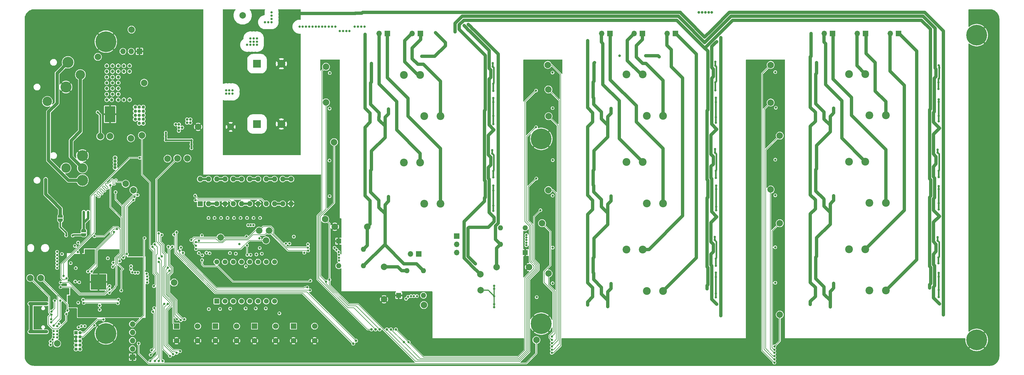
<source format=gbl>
G04 #@! TF.GenerationSoftware,KiCad,Pcbnew,7.0.0*
G04 #@! TF.CreationDate,2023-02-17T23:53:31+01:00*
G04 #@! TF.ProjectId,ELController,454c436f-6e74-4726-9f6c-6c65722e6b69,rev?*
G04 #@! TF.SameCoordinates,Original*
G04 #@! TF.FileFunction,Copper,L4,Bot*
G04 #@! TF.FilePolarity,Positive*
%FSLAX46Y46*%
G04 Gerber Fmt 4.6, Leading zero omitted, Abs format (unit mm)*
G04 Created by KiCad (PCBNEW 7.0.0) date 2023-02-17 23:53:31*
%MOMM*%
%LPD*%
G01*
G04 APERTURE LIST*
G04 Aperture macros list*
%AMFreePoly0*
4,1,19,0.500000,-0.750000,0.000000,-0.750000,0.000000,-0.744911,-0.071157,-0.744911,-0.207708,-0.704816,-0.327430,-0.627875,-0.420627,-0.520320,-0.479746,-0.390866,-0.500000,-0.250000,-0.500000,0.250000,-0.479746,0.390866,-0.420627,0.520320,-0.327430,0.627875,-0.207708,0.704816,-0.071157,0.744911,0.000000,0.744911,0.000000,0.750000,0.500000,0.750000,0.500000,-0.750000,0.500000,-0.750000,
$1*%
%AMFreePoly1*
4,1,19,0.000000,0.744911,0.071157,0.744911,0.207708,0.704816,0.327430,0.627875,0.420627,0.520320,0.479746,0.390866,0.500000,0.250000,0.500000,-0.250000,0.479746,-0.390866,0.420627,-0.520320,0.327430,-0.627875,0.207708,-0.704816,0.071157,-0.744911,0.000000,-0.744911,0.000000,-0.750000,-0.500000,-0.750000,-0.500000,0.750000,0.000000,0.750000,0.000000,0.744911,0.000000,0.744911,
$1*%
G04 Aperture macros list end*
G04 #@! TA.AperFunction,ComponentPad*
%ADD10C,2.400000*%
G04 #@! TD*
G04 #@! TA.AperFunction,ComponentPad*
%ADD11R,2.400000X2.400000*%
G04 #@! TD*
G04 #@! TA.AperFunction,ComponentPad*
%ADD12R,1.700000X1.700000*%
G04 #@! TD*
G04 #@! TA.AperFunction,ComponentPad*
%ADD13O,1.700000X1.700000*%
G04 #@! TD*
G04 #@! TA.AperFunction,ComponentPad*
%ADD14C,2.000000*%
G04 #@! TD*
G04 #@! TA.AperFunction,ComponentPad*
%ADD15R,1.600000X1.600000*%
G04 #@! TD*
G04 #@! TA.AperFunction,ComponentPad*
%ADD16O,1.600000X1.600000*%
G04 #@! TD*
G04 #@! TA.AperFunction,ComponentPad*
%ADD17C,0.500000*%
G04 #@! TD*
G04 #@! TA.AperFunction,SMDPad,CuDef*
%ADD18R,4.700000X4.700000*%
G04 #@! TD*
G04 #@! TA.AperFunction,ComponentPad*
%ADD19C,1.700000*%
G04 #@! TD*
G04 #@! TA.AperFunction,SMDPad,CuDef*
%ADD20R,3.200000X4.900000*%
G04 #@! TD*
G04 #@! TA.AperFunction,ComponentPad*
%ADD21C,0.800000*%
G04 #@! TD*
G04 #@! TA.AperFunction,ComponentPad*
%ADD22C,6.400000*%
G04 #@! TD*
G04 #@! TA.AperFunction,ComponentPad*
%ADD23R,1.000000X1.000000*%
G04 #@! TD*
G04 #@! TA.AperFunction,ComponentPad*
%ADD24O,1.000000X1.000000*%
G04 #@! TD*
G04 #@! TA.AperFunction,ComponentPad*
%ADD25C,3.400000*%
G04 #@! TD*
G04 #@! TA.AperFunction,ComponentPad*
%ADD26C,2.900000*%
G04 #@! TD*
G04 #@! TA.AperFunction,ComponentPad*
%ADD27R,1.500000X1.500000*%
G04 #@! TD*
G04 #@! TA.AperFunction,ComponentPad*
%ADD28C,1.500000*%
G04 #@! TD*
G04 #@! TA.AperFunction,ComponentPad*
%ADD29O,2.100000X1.000000*%
G04 #@! TD*
G04 #@! TA.AperFunction,ComponentPad*
%ADD30O,1.800000X1.000000*%
G04 #@! TD*
G04 #@! TA.AperFunction,SMDPad,CuDef*
%ADD31FreePoly0,90.000000*%
G04 #@! TD*
G04 #@! TA.AperFunction,SMDPad,CuDef*
%ADD32FreePoly1,90.000000*%
G04 #@! TD*
G04 #@! TA.AperFunction,SMDPad,CuDef*
%ADD33FreePoly0,270.000000*%
G04 #@! TD*
G04 #@! TA.AperFunction,SMDPad,CuDef*
%ADD34FreePoly1,270.000000*%
G04 #@! TD*
G04 #@! TA.AperFunction,ViaPad*
%ADD35C,0.710000*%
G04 #@! TD*
G04 #@! TA.AperFunction,ViaPad*
%ADD36C,0.800000*%
G04 #@! TD*
G04 #@! TA.AperFunction,ViaPad*
%ADD37C,0.700000*%
G04 #@! TD*
G04 #@! TA.AperFunction,ViaPad*
%ADD38C,1.000000*%
G04 #@! TD*
G04 #@! TA.AperFunction,Conductor*
%ADD39C,0.800000*%
G04 #@! TD*
G04 #@! TA.AperFunction,Conductor*
%ADD40C,0.150000*%
G04 #@! TD*
G04 #@! TA.AperFunction,Conductor*
%ADD41C,1.000000*%
G04 #@! TD*
G04 #@! TA.AperFunction,Conductor*
%ADD42C,0.500000*%
G04 #@! TD*
G04 #@! TA.AperFunction,Conductor*
%ADD43C,0.200000*%
G04 #@! TD*
G04 #@! TA.AperFunction,Conductor*
%ADD44C,0.300000*%
G04 #@! TD*
G04 #@! TA.AperFunction,Conductor*
%ADD45C,0.700000*%
G04 #@! TD*
G04 APERTURE END LIST*
D10*
X91022220Y-47400000D03*
D11*
X83522219Y-47399999D03*
X83522219Y-28799999D03*
D10*
X91022220Y-28800000D03*
X272020000Y-71740000D03*
X277020000Y-71740000D03*
D12*
X212274999Y-19499999D03*
D13*
X209734999Y-19499999D03*
D14*
X43095000Y-65845000D03*
X104750000Y-40750000D03*
X173000000Y-29200000D03*
X65400000Y-48300000D03*
X75400000Y-48300000D03*
D15*
X127124999Y-100274999D03*
D16*
X134744999Y-100274999D03*
X134744999Y-92654999D03*
X129664999Y-92654999D03*
D10*
X272020000Y-98740000D03*
X277020000Y-98740000D03*
X265750000Y-86000000D03*
X270750000Y-86000000D03*
X265750000Y-32000000D03*
X270750000Y-32000000D03*
D17*
X36850000Y-98250000D03*
X36850000Y-96850000D03*
X36850000Y-95450000D03*
X36850000Y-94050000D03*
X35450000Y-98250000D03*
X35450000Y-96850000D03*
X35450000Y-95450000D03*
X35450000Y-94050000D03*
D18*
X34749999Y-96149999D03*
D17*
X34050000Y-98250000D03*
X34050000Y-96850000D03*
X34050000Y-95450000D03*
X34050000Y-94050000D03*
X32650000Y-98250000D03*
X32650000Y-96850000D03*
X32650000Y-95450000D03*
X32650000Y-94050000D03*
D14*
X35300000Y-51200000D03*
D15*
X66049999Y-71999999D03*
D16*
X68589999Y-71999999D03*
X71129999Y-71999999D03*
X73669999Y-71999999D03*
X76209999Y-71999999D03*
X78749999Y-71999999D03*
X81289999Y-71999999D03*
X83829999Y-71999999D03*
X86369999Y-71999999D03*
X88909999Y-71999999D03*
X91449999Y-71999999D03*
X93989999Y-71999999D03*
X93989999Y-64379999D03*
X91449999Y-64379999D03*
X88909999Y-64379999D03*
X86369999Y-64379999D03*
X83829999Y-64379999D03*
X81289999Y-64379999D03*
X78749999Y-64379999D03*
X76209999Y-64379999D03*
X73669999Y-64379999D03*
X71129999Y-64379999D03*
X68589999Y-64379999D03*
X66049999Y-64379999D03*
D12*
X82749999Y-109749999D03*
D19*
X89250000Y-109750000D03*
X82750000Y-114250000D03*
X89250000Y-114250000D03*
D14*
X34550000Y-26700000D03*
X241600000Y-67600000D03*
X152250000Y-93750000D03*
D17*
X37100000Y-42600000D03*
X37100000Y-43800000D03*
X37100000Y-45000000D03*
X37100000Y-46200000D03*
X38300000Y-42600000D03*
X38300000Y-43800000D03*
D20*
X38299999Y-44399999D03*
D17*
X38300000Y-45000000D03*
X38300000Y-46200000D03*
X39500000Y-42600000D03*
X39500000Y-43800000D03*
X39500000Y-45000000D03*
X39500000Y-46200000D03*
D12*
X280984999Y-19499999D03*
D13*
X278444999Y-19499999D03*
D14*
X107250000Y-53000000D03*
D12*
X94749999Y-109749999D03*
D19*
X101250000Y-109750000D03*
X94750000Y-114250000D03*
X101250000Y-114250000D03*
D14*
X173200000Y-36750000D03*
X241600000Y-29200000D03*
D12*
X133289999Y-87499999D03*
D13*
X130749999Y-87499999D03*
D10*
X135000000Y-45000000D03*
X140000000Y-45000000D03*
D21*
X168600000Y-52000000D03*
X169302944Y-50302944D03*
X169302944Y-53697056D03*
X171000000Y-49600000D03*
D22*
X171000000Y-52000000D03*
D21*
X171000000Y-54400000D03*
X172697056Y-50302944D03*
X172697056Y-53697056D03*
X173400000Y-52000000D03*
D14*
X117480000Y-79090000D03*
X107480000Y-79090000D03*
X38300000Y-51200000D03*
X173200000Y-67800000D03*
X45500000Y-67800000D03*
D10*
X203509755Y-44870000D03*
X208509755Y-44870000D03*
D14*
X134875000Y-103225000D03*
D23*
X27799999Y-111749999D03*
D24*
X29069999Y-111749999D03*
X27799999Y-113019999D03*
X29069999Y-113019999D03*
X27799999Y-114289999D03*
X29069999Y-114289999D03*
X27799999Y-115559999D03*
X29069999Y-115559999D03*
X27799999Y-116829999D03*
X29069999Y-116829999D03*
D14*
X44700000Y-51800000D03*
X72300000Y-82400000D03*
D10*
X135000000Y-72000000D03*
X140000000Y-72000000D03*
D14*
X244400000Y-51000000D03*
X48800000Y-34700000D03*
D21*
X302600000Y-20000000D03*
X303302944Y-18302944D03*
X303302944Y-21697056D03*
X305000000Y-17600000D03*
D22*
X305000000Y-20000000D03*
D21*
X305000000Y-22400000D03*
X306697056Y-18302944D03*
X306697056Y-21697056D03*
X307400000Y-20000000D03*
D10*
X265750000Y-59000000D03*
X270750000Y-59000000D03*
D12*
X70749999Y-109749999D03*
D19*
X77250000Y-109750000D03*
X70750000Y-114250000D03*
X77250000Y-114250000D03*
D14*
X87200000Y-80300000D03*
X44900000Y-18300000D03*
X173250000Y-93500000D03*
X104500000Y-76750000D03*
D10*
X203510000Y-98870000D03*
X208510000Y-98870000D03*
D14*
X171250000Y-78000000D03*
D12*
X192154999Y-19499999D03*
D13*
X189614999Y-19499999D03*
D15*
X108669999Y-83539999D03*
D16*
X108669999Y-91159999D03*
X116289999Y-91159999D03*
X116289999Y-86079999D03*
D14*
X122600000Y-91465000D03*
X122600000Y-101465000D03*
D10*
X197239755Y-32130000D03*
X202239755Y-32130000D03*
D12*
X144999999Y-81974999D03*
D13*
X144999999Y-84514999D03*
X144999999Y-87054999D03*
D14*
X157240000Y-91550000D03*
X167240000Y-91550000D03*
D12*
X270824999Y-19499999D03*
D13*
X268284999Y-19499999D03*
D12*
X123644999Y-19499999D03*
D13*
X121104999Y-19499999D03*
D14*
X241600000Y-40800000D03*
D25*
X24720000Y-36000000D03*
X25355000Y-28380000D03*
D26*
X29170000Y-32190000D03*
X19000000Y-40440000D03*
D10*
X203509755Y-71870000D03*
X208509755Y-71870000D03*
D14*
X244400000Y-78000000D03*
D21*
X168600000Y-109000000D03*
X169302944Y-107302944D03*
X169302944Y-110697056D03*
X171000000Y-106600000D03*
D22*
X171000000Y-109000000D03*
D21*
X171000000Y-111400000D03*
X172697056Y-107302944D03*
X172697056Y-110697056D03*
X173400000Y-109000000D03*
D10*
X272020000Y-44740000D03*
X277020000Y-44740000D03*
D12*
X47349999Y-24999999D03*
D13*
X44809999Y-24999999D03*
X42269999Y-24999999D03*
D12*
X260664999Y-19499999D03*
D13*
X258124999Y-19499999D03*
D27*
X71109999Y-102074999D03*
D28*
X73650000Y-102075000D03*
X76190000Y-102075000D03*
X78730000Y-102075000D03*
X81270000Y-102075000D03*
X83810000Y-102075000D03*
X86350000Y-102075000D03*
X88890000Y-102075000D03*
X88890000Y-89925000D03*
X86350000Y-89925000D03*
X83810000Y-89925000D03*
X81270000Y-89925000D03*
X78730000Y-89925000D03*
X76190000Y-89925000D03*
X73650000Y-89925000D03*
X71110000Y-89925000D03*
D14*
X79100000Y-13900000D03*
D21*
X302600000Y-114000000D03*
X303302944Y-112302944D03*
X303302944Y-115697056D03*
X305000000Y-111600000D03*
D22*
X305000000Y-114000000D03*
D21*
X305000000Y-116400000D03*
X306697056Y-112302944D03*
X306697056Y-115697056D03*
X307400000Y-114000000D03*
D12*
X133804999Y-19499999D03*
D13*
X131264999Y-19499999D03*
D14*
X152345000Y-98690000D03*
X244400000Y-106200000D03*
D21*
X34600000Y-112000000D03*
X35302944Y-110302944D03*
X35302944Y-113697056D03*
X37000000Y-109600000D03*
D22*
X37000000Y-112000000D03*
D21*
X37000000Y-114400000D03*
X38697056Y-110302944D03*
X38697056Y-113697056D03*
X39400000Y-112000000D03*
D15*
X166049999Y-87049999D03*
D16*
X166049999Y-79429999D03*
X158429999Y-79429999D03*
X158429999Y-84509999D03*
D14*
X173250000Y-45000000D03*
D12*
X202114999Y-19499999D03*
D13*
X199574999Y-19499999D03*
D10*
X197239755Y-59130000D03*
X202239755Y-59130000D03*
D12*
X45199999Y-119274999D03*
D13*
X45199999Y-116734999D03*
X45199999Y-114194999D03*
X45199999Y-111654999D03*
X45199999Y-109114999D03*
D14*
X62100000Y-58000000D03*
X17000000Y-94905489D03*
D10*
X128730000Y-32260000D03*
X133730000Y-32260000D03*
D12*
X58749999Y-109749999D03*
D19*
X65250000Y-109750000D03*
X58750000Y-114250000D03*
X65250000Y-114250000D03*
D29*
X18199999Y-102835488D03*
D30*
X14019999Y-102835488D03*
D29*
X18199999Y-111475488D03*
D30*
X14019999Y-111475488D03*
D14*
X48100000Y-50900000D03*
D10*
X128730000Y-59260000D03*
X133730000Y-59260000D03*
D14*
X22000000Y-115100000D03*
X56000000Y-58100000D03*
D10*
X197240000Y-86130000D03*
X202240000Y-86130000D03*
D14*
X86300000Y-83300000D03*
D25*
X29800000Y-57155489D03*
X29800000Y-64775489D03*
D26*
X29800000Y-60965489D03*
X24720000Y-60965489D03*
D14*
X169500000Y-114000000D03*
X104750000Y-29750000D03*
X84150000Y-80300000D03*
X13750000Y-94905489D03*
X59000000Y-57990000D03*
D21*
X34600000Y-22000000D03*
X35302944Y-20302944D03*
X35302944Y-23697056D03*
X37000000Y-19600000D03*
D22*
X37000000Y-22000000D03*
D21*
X37000000Y-24400000D03*
X38697056Y-20302944D03*
X38697056Y-23697056D03*
X39400000Y-22000000D03*
D14*
X58000000Y-96300000D03*
D31*
X30200000Y-81600000D03*
D32*
X30200000Y-80300000D03*
D33*
X23000000Y-75800000D03*
D34*
X23000000Y-77100000D03*
D35*
X137000000Y-106500000D03*
X137000000Y-108000000D03*
X137000000Y-109500000D03*
X137000000Y-111000000D03*
X137000000Y-112500000D03*
X83500000Y-23000000D03*
X82500000Y-23000000D03*
X80500000Y-23000000D03*
X81500000Y-23000000D03*
X81500000Y-22000000D03*
X82500000Y-22000000D03*
X83500000Y-22000000D03*
X83500000Y-21000000D03*
X82500000Y-21000000D03*
X81500000Y-21000000D03*
X86000000Y-16000000D03*
X87000000Y-16000000D03*
X88000000Y-16000000D03*
X88000000Y-15000000D03*
X88000000Y-14000000D03*
X88000000Y-13000000D03*
X65000000Y-89500000D03*
X64000000Y-89500000D03*
X65000000Y-88500000D03*
X64000000Y-88500000D03*
X63000000Y-88500000D03*
X63000000Y-87500000D03*
X62000000Y-87500000D03*
X70000000Y-89000000D03*
X73000000Y-91500000D03*
X74000000Y-92500000D03*
X74000000Y-91500000D03*
X74000000Y-88000000D03*
X72000000Y-88000000D03*
X70500000Y-94000000D03*
X70500000Y-96000000D03*
X70500000Y-95000000D03*
X71500000Y-95000000D03*
X71500000Y-96000000D03*
X71500000Y-97000000D03*
X73500000Y-95000000D03*
X73500000Y-96000000D03*
X72500000Y-96000000D03*
X60000000Y-92500000D03*
X61000000Y-92500000D03*
X61000000Y-93500000D03*
X50800000Y-87200000D03*
X49500000Y-87200000D03*
X47300000Y-87000000D03*
X46600000Y-86300000D03*
X45500000Y-86000000D03*
X44500000Y-86000000D03*
X48000000Y-105500000D03*
X47000000Y-106500000D03*
X47000000Y-105500000D03*
X40000000Y-106500000D03*
X30000000Y-105000000D03*
X29500000Y-104000000D03*
X35200000Y-105800000D03*
X26500000Y-77500000D03*
X25500000Y-77500000D03*
X49000000Y-73000000D03*
X29000000Y-16000000D03*
X27000000Y-16000000D03*
X25000000Y-16000000D03*
X24500000Y-73500000D03*
X31500000Y-79500000D03*
X27000000Y-84000000D03*
X29437500Y-87437500D03*
X29000000Y-90500000D03*
X28500000Y-103500000D03*
X43000000Y-106500000D03*
X44000000Y-106500000D03*
X44000000Y-105500000D03*
X43000000Y-105500000D03*
X129000000Y-108000000D03*
X129000000Y-109000000D03*
X128000000Y-110000000D03*
X119000000Y-99500000D03*
X118000000Y-99500000D03*
X117000000Y-99500000D03*
X116000000Y-99500000D03*
X115000000Y-99500000D03*
X114000000Y-99500000D03*
X111000000Y-99500000D03*
X113000000Y-99500000D03*
X112000000Y-99500000D03*
X106500000Y-82000000D03*
X106500000Y-81000000D03*
X107500000Y-81000000D03*
X102000000Y-63500000D03*
X101000000Y-63500000D03*
X100000000Y-63500000D03*
X99000000Y-63500000D03*
X98000000Y-63500000D03*
X97000000Y-63500000D03*
X51500000Y-77000000D03*
X51500000Y-78000000D03*
X29500000Y-86500000D03*
X28500000Y-80500000D03*
X31500000Y-76500000D03*
X31500000Y-75500000D03*
X31500000Y-74500000D03*
X30200000Y-74500000D03*
X28400000Y-86925000D03*
X28475000Y-83975000D03*
X27475000Y-84975000D03*
X64500000Y-62500000D03*
X65500000Y-60500000D03*
X66500000Y-60500000D03*
X66500000Y-61500000D03*
X65500000Y-61500000D03*
X65500000Y-62500000D03*
X66500000Y-62500000D03*
X76000000Y-37000000D03*
X75000000Y-37000000D03*
X74000000Y-37000000D03*
X76000000Y-38000000D03*
X75000000Y-38000000D03*
X74000000Y-38000000D03*
X30200000Y-75500000D03*
X30200000Y-76500000D03*
X30200000Y-77500000D03*
X36500000Y-80500000D03*
X35500000Y-80500000D03*
X34500000Y-80500000D03*
X37500000Y-79500000D03*
X36500000Y-79500000D03*
X35500000Y-79500000D03*
X34500000Y-79500000D03*
X34500000Y-78500000D03*
X35500000Y-78500000D03*
X36500000Y-78500000D03*
X37500000Y-78500000D03*
X38500000Y-78500000D03*
X38500000Y-77500000D03*
X37500000Y-77500000D03*
X36500000Y-77500000D03*
X35500000Y-77500000D03*
X34500000Y-77500000D03*
X34500000Y-74500000D03*
X35500000Y-74500000D03*
X35500000Y-73500000D03*
X34500000Y-73500000D03*
X96600000Y-17400000D03*
X97600000Y-17400000D03*
X98600000Y-17400000D03*
X99600000Y-17400000D03*
X100600000Y-17400000D03*
X111000000Y-18750000D03*
X110000000Y-18750000D03*
X109000000Y-18750000D03*
X112000000Y-18750000D03*
X95000000Y-21200000D03*
X95800000Y-22000000D03*
X96200000Y-24600000D03*
X96200000Y-23800000D03*
X96200000Y-22800000D03*
X74000000Y-46600000D03*
X74000000Y-45800000D03*
X74000000Y-45000000D03*
X74200000Y-49400000D03*
X74200000Y-50200000D03*
X74200000Y-51000000D03*
X74200000Y-51800000D03*
X74200000Y-52600000D03*
X115750000Y-13250000D03*
X114750000Y-13250000D03*
X113750000Y-13250000D03*
X254000000Y-19500000D03*
X254000000Y-20500000D03*
X254000000Y-21500000D03*
X254000000Y-22500000D03*
X254000000Y-23500000D03*
X254000000Y-24500000D03*
X254000000Y-25500000D03*
X254000000Y-26500000D03*
X46400000Y-75600000D03*
X46400000Y-76400000D03*
X47200000Y-76400000D03*
X47200000Y-77200000D03*
X46400000Y-77200000D03*
X45600000Y-77200000D03*
X45600000Y-76400000D03*
X45600000Y-75600000D03*
X45600000Y-74800000D03*
X45500000Y-70800000D03*
X41000000Y-70500000D03*
X41000000Y-69500000D03*
X41900000Y-69000000D03*
X45800000Y-69900000D03*
X46800000Y-69300000D03*
X66000000Y-102000000D03*
X66000000Y-103000000D03*
X64000000Y-103000000D03*
X64000000Y-102000000D03*
X53500000Y-62500000D03*
X52500000Y-62500000D03*
X51500000Y-62500000D03*
X50500000Y-62500000D03*
X51500000Y-61500000D03*
X50500000Y-61500000D03*
X50500000Y-60500000D03*
X51500000Y-60500000D03*
X52500000Y-60500000D03*
X52500000Y-61500000D03*
X53500000Y-61500000D03*
X53500000Y-60500000D03*
X53500000Y-59500000D03*
X52500000Y-59500000D03*
X51500000Y-59500000D03*
X50500000Y-59500000D03*
X51500000Y-66000000D03*
X51500000Y-67000000D03*
X51500000Y-68000000D03*
X51500000Y-69000000D03*
X51500000Y-70000000D03*
X48000000Y-69000000D03*
X48000000Y-70000000D03*
X49000000Y-70000000D03*
X49000000Y-69000000D03*
X49000000Y-68000000D03*
X49000000Y-67000000D03*
X61750000Y-65000000D03*
X60500000Y-65000000D03*
X59500000Y-65000000D03*
X58250000Y-65000000D03*
X61750000Y-66250000D03*
X61750000Y-67500000D03*
X60500000Y-67500000D03*
X60500000Y-66250000D03*
X32000000Y-84000000D03*
X19500000Y-82500000D03*
X18000000Y-82500000D03*
X16500000Y-82500000D03*
X15000000Y-82500000D03*
X16000000Y-76000000D03*
X16000000Y-77000000D03*
X15000000Y-76000000D03*
X15000000Y-77000000D03*
X19000000Y-73000000D03*
X17000000Y-73000000D03*
X25500000Y-73500000D03*
X25500000Y-72500000D03*
X24500000Y-72500000D03*
X33500000Y-82000000D03*
X39500000Y-80700000D03*
X40400000Y-79800000D03*
X40000000Y-68400000D03*
X26200000Y-90300000D03*
X23500000Y-87500000D03*
X23900000Y-88900000D03*
X24800000Y-81800000D03*
X26800000Y-81800000D03*
X106200000Y-56700000D03*
X106200000Y-55800000D03*
X107000000Y-49500000D03*
X106000000Y-50500000D03*
X106000000Y-49500000D03*
X106000000Y-48500000D03*
X106000000Y-47500000D03*
X105000000Y-38000000D03*
X105000000Y-37000000D03*
X105000000Y-36000000D03*
X156200000Y-39400000D03*
X156200000Y-40700000D03*
X156200000Y-44900000D03*
X156200000Y-47400000D03*
X104750000Y-96000000D03*
X169480000Y-64230000D03*
X99825489Y-98674511D03*
D36*
X121250000Y-110750000D03*
D35*
X59750000Y-86500000D03*
D36*
X123500000Y-110750000D03*
D35*
X156100000Y-28600000D03*
X156200000Y-37200000D03*
X156100000Y-29700000D03*
X156200000Y-35000000D03*
X293200000Y-36600000D03*
X293200000Y-34600000D03*
X293300000Y-29300000D03*
X293500000Y-30100000D03*
X52000000Y-84500000D03*
D37*
X242750000Y-119000000D03*
D35*
X52100000Y-120500000D03*
X293300000Y-46600000D03*
X293300000Y-40600000D03*
X293300000Y-44900000D03*
X293300000Y-39800000D03*
D36*
X120000000Y-110750000D03*
D35*
X128700000Y-114700000D03*
X169400000Y-48400000D03*
D36*
X124750000Y-110750000D03*
D35*
X156200000Y-74200000D03*
X156200000Y-72600000D03*
X156200000Y-66400000D03*
X156200000Y-67900000D03*
X41750000Y-98750000D03*
X54250000Y-88250000D03*
X63345000Y-53690000D03*
X55445000Y-52390000D03*
X63345000Y-52390000D03*
X55445000Y-50055000D03*
X55445000Y-51190000D03*
X63345000Y-54890000D03*
X34485000Y-43765000D03*
X39150000Y-91450000D03*
X22000000Y-88800000D03*
X20625000Y-113875000D03*
X20970388Y-111279612D03*
D37*
X22000000Y-111300000D03*
D35*
X22000000Y-109750000D03*
X22000000Y-91800000D03*
X22000000Y-90800000D03*
X20000000Y-114500000D03*
X20970388Y-113129612D03*
X20970388Y-112279612D03*
X22000000Y-87800000D03*
X22552745Y-109052745D03*
X22000000Y-113250000D03*
X20000000Y-115500000D03*
X22000000Y-89800000D03*
X22000000Y-86800000D03*
X22000000Y-112250000D03*
X53300000Y-120500000D03*
X53300000Y-89900000D03*
D37*
X242750000Y-120000000D03*
D35*
X24000000Y-94250000D03*
X20250000Y-106155489D03*
X24800000Y-106000000D03*
X20200000Y-107600000D03*
X20200000Y-108556467D03*
X25200000Y-104950000D03*
X105800000Y-95450000D03*
D37*
X170750000Y-74000000D03*
D35*
X60750000Y-87150000D03*
X99000000Y-97750000D03*
D37*
X174250000Y-117000000D03*
D35*
X54200000Y-81600000D03*
X59850000Y-117450000D03*
X224800000Y-67500000D03*
X224800000Y-74000000D03*
X224800000Y-72900000D03*
X224800000Y-66400000D03*
D37*
X174250000Y-118000000D03*
D35*
X58800000Y-118000000D03*
X53300480Y-81099520D03*
X224700000Y-61800000D03*
X224700000Y-64000000D03*
X224500000Y-56200000D03*
X224500000Y-55100000D03*
X224400000Y-83200000D03*
X224700000Y-88900000D03*
X224700000Y-91100000D03*
X224400000Y-82200000D03*
X50800000Y-118600000D03*
X51900000Y-104200000D03*
D37*
X174250000Y-114000000D03*
X174250000Y-113000000D03*
D35*
X51100000Y-117200000D03*
X51500000Y-105300000D03*
X224700000Y-93200000D03*
X224700000Y-99700000D03*
X224700000Y-100900000D03*
X224700000Y-94600000D03*
D36*
X114000000Y-114250000D03*
D35*
X58750000Y-80750000D03*
D37*
X174250000Y-115000000D03*
D35*
X130200000Y-114700000D03*
D36*
X126250000Y-110750000D03*
D37*
X169400000Y-37100000D03*
D36*
X118750000Y-110750000D03*
D35*
X156200000Y-61900000D03*
X156200000Y-63900000D03*
X155900000Y-56500000D03*
X155900000Y-55500000D03*
X51300000Y-85300000D03*
X50700000Y-120500000D03*
D37*
X242750000Y-118000000D03*
D35*
X224700000Y-40700000D03*
X224700000Y-45300000D03*
X224700000Y-47000000D03*
X224700000Y-39300000D03*
X58000000Y-81500000D03*
D37*
X174250000Y-116000000D03*
D36*
X113125000Y-115125000D03*
D35*
X224600000Y-37000000D03*
X224600000Y-28200000D03*
X224600000Y-34600000D03*
X224600000Y-29400000D03*
X293300000Y-94500000D03*
X293300000Y-93300000D03*
X293300000Y-100800000D03*
X293300000Y-98600000D03*
X47100000Y-115100000D03*
X39300000Y-90200000D03*
X156500000Y-103000000D03*
X156500000Y-98270000D03*
X156500000Y-97300000D03*
X156500000Y-100500000D03*
X156500000Y-103880000D03*
X153750000Y-38000000D03*
X222000000Y-97250000D03*
X153500000Y-71250000D03*
X290500000Y-43000000D03*
X153500000Y-70250000D03*
X222000000Y-71250000D03*
X153500000Y-44250000D03*
X222250000Y-91750000D03*
X153500000Y-43250000D03*
X153750000Y-65000000D03*
D36*
X148750000Y-90250000D03*
D35*
X222250000Y-37750000D03*
X222000000Y-70250000D03*
X290500000Y-97000000D03*
X290875000Y-91625000D03*
X290500000Y-71000000D03*
X290500000Y-98000000D03*
X222000000Y-43250000D03*
X222000000Y-44250000D03*
X222000000Y-98250000D03*
D36*
X148000000Y-89500000D03*
X147250000Y-88750000D03*
D35*
X290500000Y-70000000D03*
X290750000Y-37500000D03*
X290875000Y-64625000D03*
X290500000Y-44000000D03*
X222250000Y-64750000D03*
D36*
X149500000Y-91000000D03*
D35*
X293300000Y-66600000D03*
X293300000Y-71800000D03*
X293300000Y-67500000D03*
X293300000Y-73800000D03*
X54500000Y-120500000D03*
X53400000Y-88800000D03*
D37*
X242750000Y-121000000D03*
X242750000Y-117000000D03*
X40700000Y-102700000D03*
D35*
X56750000Y-118950000D03*
D37*
X30200000Y-102600000D03*
D35*
X54950000Y-102850000D03*
X293200000Y-90400000D03*
X293200000Y-88600000D03*
X293000000Y-83400000D03*
X293000000Y-82300000D03*
X51800000Y-97400000D03*
D37*
X242750000Y-116000000D03*
D35*
X57700000Y-118400000D03*
D37*
X30000000Y-101600000D03*
X40900000Y-101600000D03*
D35*
X56050000Y-102850000D03*
X293300000Y-61800000D03*
X293300000Y-63800000D03*
X293000000Y-56200000D03*
X293000000Y-55300000D03*
D36*
X185289755Y-23710245D03*
X185289755Y-76310245D03*
X185289755Y-21710245D03*
D35*
X117480000Y-81020000D03*
D36*
X185289755Y-26710245D03*
X253800000Y-65100000D03*
X116780000Y-65320000D03*
X185289755Y-22710245D03*
X253800000Y-49300000D03*
X116780000Y-24720000D03*
X116780000Y-38320000D03*
X185290000Y-92210000D03*
X185289755Y-38210245D03*
X116780000Y-49520000D03*
X116780000Y-21720000D03*
D35*
X117480000Y-84020000D03*
D36*
X185289755Y-65210245D03*
X185289755Y-49210245D03*
D35*
X117480000Y-82520000D03*
D36*
X185290000Y-103210000D03*
X253800000Y-76200000D03*
X253800000Y-92100000D03*
X116780000Y-19720000D03*
X185289755Y-24710245D03*
X116780000Y-20720000D03*
X116780000Y-22720000D03*
X116780000Y-23720000D03*
X253800000Y-103100000D03*
X185289755Y-25710245D03*
X253800000Y-38100000D03*
D35*
X259950000Y-75610000D03*
X118750000Y-57750000D03*
X191439755Y-47760245D03*
X191439755Y-75860245D03*
D36*
X206120000Y-26380000D03*
D35*
X191439755Y-48860245D03*
X255750000Y-85500000D03*
X261000000Y-70380000D03*
X104500000Y-17400000D03*
X260625000Y-98375000D03*
X255750000Y-55500000D03*
X191440000Y-101760000D03*
X118490000Y-40990000D03*
X187130000Y-40870000D03*
X192489755Y-42630000D03*
X255500000Y-36000000D03*
D36*
X136240000Y-26510000D03*
D35*
X118500000Y-36750000D03*
X255500000Y-34750000D03*
X187130000Y-67870000D03*
X192309877Y-71309877D03*
X118500000Y-63500000D03*
X187120000Y-93380000D03*
X255750000Y-28500000D03*
D36*
X139973189Y-20776811D03*
X140723189Y-21526811D03*
D35*
X258050000Y-44950000D03*
X118510000Y-67990000D03*
X192489755Y-43610245D03*
X122930000Y-77060000D03*
X258050000Y-98650000D03*
X255750000Y-82500000D03*
X123980000Y-70620000D03*
X255750000Y-58500000D03*
X118750000Y-56750000D03*
X114600000Y-17400000D03*
X122930000Y-75060000D03*
X121030000Y-72220000D03*
X255500000Y-66250000D03*
X187130000Y-39380000D03*
X255500000Y-67750000D03*
X118500000Y-61750000D03*
X187250000Y-57750000D03*
X187000000Y-90500000D03*
X107600000Y-17400000D03*
X121030000Y-45220000D03*
X189540000Y-98960000D03*
D36*
X220500000Y-13000000D03*
X195120000Y-26380000D03*
D35*
X191439755Y-76930000D03*
X189539755Y-44960245D03*
X258050000Y-43700000D03*
X191439755Y-49930000D03*
D36*
X221500000Y-13000000D03*
X135240000Y-26510000D03*
D35*
X260670000Y-71330000D03*
X187250000Y-56750000D03*
X261000000Y-69500000D03*
X192490000Y-97610000D03*
X118500000Y-39500000D03*
X123980000Y-42760000D03*
X122930000Y-72970000D03*
D36*
X141473189Y-22276811D03*
D35*
X257950000Y-97550000D03*
X187250000Y-58750000D03*
X122930000Y-45970000D03*
X118750000Y-30750000D03*
X261000000Y-42500000D03*
X255500000Y-93250000D03*
X121030000Y-70970000D03*
X189539755Y-71960245D03*
X122930000Y-50260000D03*
X191440000Y-99860000D03*
X187120000Y-94880000D03*
X260625000Y-44375000D03*
X255500000Y-88500000D03*
D37*
X259950000Y-99800000D03*
D36*
X139223189Y-20026811D03*
D35*
X105600000Y-17400000D03*
X121060000Y-43940000D03*
X115600000Y-17400000D03*
X118510000Y-66510000D03*
X259950000Y-103800000D03*
X258050000Y-72080000D03*
X106600000Y-17400000D03*
X259950000Y-48800000D03*
X187250000Y-84750000D03*
X187000000Y-36250000D03*
X123720000Y-44520000D03*
X255500000Y-94500000D03*
X187250000Y-83750000D03*
X192160000Y-98460000D03*
X255500000Y-63500000D03*
X255750000Y-57500000D03*
D36*
X137240000Y-26510000D03*
D35*
X259950000Y-72690000D03*
X255750000Y-29500000D03*
D36*
X138473189Y-19276811D03*
D35*
X187000000Y-34500000D03*
X259950000Y-49800000D03*
X118750000Y-31750000D03*
X187000000Y-88750000D03*
X122930000Y-76070000D03*
X189540000Y-97780000D03*
D36*
X222500000Y-13000000D03*
X204120000Y-26380000D03*
D35*
X255750000Y-31500000D03*
X257805000Y-70405000D03*
X255750000Y-84500000D03*
X255750000Y-30500000D03*
X192109878Y-44509878D03*
D36*
X207304877Y-26695123D03*
D35*
X187130000Y-66380000D03*
X191439755Y-72810245D03*
X192489755Y-69630000D03*
X255500000Y-61500000D03*
X101600000Y-17400000D03*
X255500000Y-90250000D03*
X191439755Y-45860245D03*
X259950000Y-102800000D03*
D36*
X203120000Y-26380000D03*
D35*
X191414755Y-74785245D03*
X187250000Y-85750000D03*
X192490000Y-96630000D03*
D36*
X223500000Y-13000000D03*
D35*
X118750000Y-58750000D03*
X259950000Y-101800000D03*
X122930000Y-48060000D03*
X116600000Y-17400000D03*
X187239755Y-55630000D03*
X118730000Y-55760000D03*
X187240000Y-82630000D03*
X102600000Y-17400000D03*
X191440000Y-102760000D03*
X118500000Y-34750000D03*
X187369754Y-28500000D03*
X255750000Y-83500000D03*
D36*
X138240000Y-26510000D03*
D37*
X261000000Y-96500000D03*
D36*
X134240000Y-26510000D03*
D35*
X123980000Y-69760000D03*
X259950000Y-45650000D03*
X261000000Y-43500000D03*
X255500000Y-39250000D03*
X118750000Y-29750000D03*
X123980000Y-43720000D03*
X123820000Y-71420000D03*
X187250000Y-30500000D03*
X118730000Y-28760000D03*
X255750000Y-56500000D03*
X187250000Y-29500000D03*
X259950000Y-76490000D03*
X187000000Y-63500000D03*
X261000000Y-97500000D03*
D36*
X219500000Y-13000000D03*
D35*
X113600000Y-17400000D03*
X255500000Y-40750000D03*
X103600000Y-17400000D03*
X191440000Y-103760000D03*
X192489755Y-70510245D03*
X187000000Y-61750000D03*
X258050000Y-71210000D03*
X189504878Y-43745122D03*
X259950000Y-74660000D03*
X122930000Y-49160000D03*
D36*
X205120000Y-26380000D03*
D35*
X259950000Y-47800000D03*
X189504878Y-70745122D03*
X187250000Y-31500000D03*
X43500000Y-87500000D03*
X243010000Y-31410000D03*
D38*
X46050000Y-42200000D03*
D37*
X72459511Y-76374520D03*
X80459511Y-76374520D03*
D35*
X105830000Y-58670000D03*
X45125000Y-93125000D03*
X46850000Y-93250000D03*
D38*
X46050000Y-43450000D03*
D35*
X49600000Y-93600000D03*
D37*
X174510000Y-42510000D03*
X174460000Y-31540000D03*
D35*
X94850000Y-82150000D03*
X105860000Y-42640000D03*
X37625000Y-88825000D03*
D37*
X28500000Y-102500000D03*
X174540000Y-85540000D03*
X174540000Y-58540000D03*
D35*
X243010000Y-85410000D03*
X49750000Y-94450000D03*
X30500000Y-109750000D03*
X98085000Y-87115000D03*
D37*
X243020000Y-69380000D03*
X84459511Y-76374520D03*
D35*
X44750000Y-91250000D03*
D38*
X48550000Y-45950000D03*
D35*
X35100000Y-104700000D03*
D38*
X46050000Y-44700000D03*
D35*
X65615000Y-83415000D03*
D38*
X47300000Y-45950000D03*
D35*
X49750000Y-95350000D03*
X82400000Y-78600000D03*
X44750000Y-92250000D03*
X27750000Y-91850000D03*
D38*
X48550000Y-44700000D03*
X48550000Y-47200000D03*
D37*
X74459511Y-76374520D03*
X169600000Y-100800000D03*
X243180000Y-42380000D03*
D38*
X47300000Y-42200000D03*
D37*
X78459511Y-76374520D03*
X174490000Y-96510000D03*
D35*
X105920000Y-31670000D03*
D38*
X48550000Y-42200000D03*
D35*
X80800000Y-78600000D03*
D38*
X47300000Y-47200000D03*
D37*
X68600000Y-76374520D03*
D35*
X46000000Y-93250000D03*
D38*
X47300000Y-43450000D03*
X46050000Y-45950000D03*
D37*
X76459511Y-76374520D03*
D38*
X48550000Y-43450000D03*
D37*
X70459511Y-76374520D03*
X243020000Y-96380000D03*
D35*
X29500000Y-109750000D03*
X78100000Y-84450000D03*
X28625000Y-110125000D03*
X105860000Y-69640000D03*
X81600000Y-78600000D03*
X35100000Y-103400000D03*
D37*
X243010000Y-58410000D03*
D35*
X84285000Y-82615000D03*
X49750000Y-96250000D03*
D38*
X47300000Y-44700000D03*
D37*
X174510000Y-69510000D03*
D35*
X60100000Y-85500000D03*
D37*
X82459511Y-76374520D03*
D35*
X41300000Y-89700000D03*
X64500000Y-69500000D03*
D37*
X253750000Y-116000000D03*
D35*
X79000000Y-93000000D03*
X159000000Y-114000000D03*
D37*
X238000000Y-92000000D03*
D35*
X38000000Y-117000000D03*
X51700000Y-52200000D03*
X91500000Y-94500000D03*
X81000000Y-95000000D03*
D37*
X234500000Y-50000000D03*
D35*
X143000000Y-114000000D03*
D37*
X253750000Y-114500000D03*
D35*
X13500000Y-119000000D03*
D37*
X236500000Y-52000000D03*
X236500000Y-80000000D03*
D35*
X91160489Y-66944760D03*
X23000000Y-56000000D03*
X236500000Y-112500000D03*
X59000000Y-94500000D03*
X94660489Y-68694760D03*
X32500000Y-103750000D03*
X59500000Y-83400000D03*
X139000000Y-114000000D03*
X58000000Y-74000000D03*
X38000000Y-118750000D03*
X171000000Y-94600000D03*
X234500000Y-112500000D03*
X50000000Y-105500000D03*
X53700000Y-52200000D03*
X64000000Y-99000000D03*
X50000000Y-109500000D03*
X13000000Y-42500000D03*
X50000000Y-101500000D03*
D37*
X237500000Y-41000000D03*
D35*
X60000000Y-94500000D03*
X80660489Y-66694760D03*
X87000000Y-94500000D03*
X84500000Y-93500000D03*
X65000000Y-102000000D03*
X224500000Y-114500000D03*
D36*
X88000000Y-83000000D03*
D35*
X54900000Y-83400000D03*
X24500000Y-113000000D03*
X91160489Y-65944760D03*
X27500000Y-101750000D03*
D37*
X306500000Y-82500000D03*
D35*
X59500000Y-23000000D03*
D37*
X237500000Y-79000000D03*
D35*
X85500000Y-92500000D03*
X31000000Y-43000000D03*
X64000000Y-81000000D03*
X83660489Y-68694760D03*
X56500000Y-25000000D03*
X56500000Y-26000000D03*
X94500000Y-93500000D03*
X41000000Y-106500000D03*
X60000000Y-93500000D03*
X24250000Y-100500000D03*
X15000000Y-67000000D03*
X110000000Y-107000000D03*
X81000000Y-94000000D03*
X106000000Y-112500000D03*
X30000000Y-89500000D03*
X84500000Y-92500000D03*
X83500000Y-94500000D03*
X237500000Y-31500000D03*
X89160489Y-66944760D03*
D37*
X306500000Y-70000000D03*
D35*
X33000000Y-53000000D03*
X206500000Y-114500000D03*
X67000000Y-98000000D03*
X58300000Y-67500000D03*
X85500000Y-91500000D03*
X24100000Y-107700000D03*
X45750000Y-98500000D03*
D37*
X306500000Y-95750000D03*
D35*
X36000000Y-63500000D03*
X124000000Y-108000000D03*
D37*
X306500000Y-57000000D03*
D35*
X163000000Y-114000000D03*
X73500000Y-97000000D03*
X63000000Y-98000000D03*
X126000000Y-108000000D03*
X92500000Y-111500000D03*
D37*
X306500000Y-86000000D03*
D35*
X65000000Y-81000000D03*
X128000000Y-109000000D03*
X19000000Y-16000000D03*
X16000000Y-23000000D03*
D37*
X250000000Y-116000000D03*
D35*
X38000000Y-120200000D03*
X85660489Y-66694760D03*
X34500000Y-65000000D03*
D37*
X38000000Y-87800000D03*
D35*
X65000000Y-99000000D03*
X65660489Y-68694760D03*
X41000000Y-52500000D03*
X16000000Y-104500000D03*
X16000000Y-26000000D03*
X13000000Y-38000000D03*
X32500000Y-106400000D03*
X220500000Y-114500000D03*
D37*
X238000000Y-69000000D03*
D35*
X16500000Y-117500000D03*
X52700000Y-52200000D03*
D36*
X89500000Y-80000000D03*
D37*
X234500000Y-80000000D03*
D35*
X61000000Y-114750000D03*
X24100000Y-106800000D03*
X52700000Y-51200000D03*
D37*
X253750000Y-117500000D03*
D35*
X72500000Y-97000000D03*
X45000000Y-105500000D03*
X47000000Y-110500000D03*
D37*
X31100000Y-105400000D03*
D35*
X56500000Y-27000000D03*
X17750000Y-100250000D03*
X93000000Y-94500000D03*
X16000000Y-109000000D03*
X44000000Y-54000000D03*
X59500000Y-24000000D03*
X58500000Y-28000000D03*
D37*
X306500000Y-41250000D03*
D35*
X33500000Y-65000000D03*
X55500000Y-26000000D03*
X234500000Y-106500000D03*
X104500000Y-94000000D03*
X22000000Y-67500000D03*
X108750000Y-93500000D03*
X127000000Y-109000000D03*
X34000000Y-115000000D03*
X50000000Y-107500000D03*
D37*
X306500000Y-94250000D03*
D35*
X169500000Y-32000000D03*
X57500000Y-25000000D03*
X15000000Y-117500000D03*
X24250000Y-99500000D03*
X68000000Y-80000000D03*
X126000000Y-107000000D03*
X172500000Y-82000000D03*
X83500000Y-92500000D03*
X15000000Y-116000000D03*
X50000000Y-108500000D03*
X45750000Y-92250000D03*
X59500000Y-28000000D03*
D37*
X237500000Y-53000000D03*
D35*
X89160489Y-68944760D03*
D37*
X257750000Y-117500000D03*
D35*
X36000000Y-120200000D03*
X32500000Y-104600000D03*
X65000000Y-80000000D03*
X60500000Y-24000000D03*
X26600000Y-119200000D03*
X108750000Y-96500000D03*
D37*
X172000000Y-57500000D03*
D35*
X35000000Y-63500000D03*
X45500000Y-90250000D03*
D37*
X237500000Y-43500000D03*
X306500000Y-58750000D03*
D35*
X44000000Y-55000000D03*
X15000000Y-73000000D03*
X228500000Y-114500000D03*
X50000000Y-110500000D03*
D37*
X236500000Y-79000000D03*
D35*
X173250000Y-76250000D03*
X84500000Y-91500000D03*
X13000000Y-39500000D03*
X68660489Y-66694760D03*
D37*
X237500000Y-80000000D03*
D35*
X18250000Y-97250000D03*
X137000000Y-114000000D03*
X66000000Y-99000000D03*
D37*
X236500000Y-77000000D03*
D35*
X198500000Y-114500000D03*
D37*
X257750000Y-116000000D03*
D35*
X111000000Y-108000000D03*
X45750000Y-95750000D03*
X188500000Y-114500000D03*
X18000000Y-116000000D03*
X25000000Y-50000000D03*
X18000000Y-117500000D03*
X89160489Y-65944760D03*
X89500000Y-111500000D03*
X65000000Y-103000000D03*
D37*
X237500000Y-52000000D03*
D35*
X23500000Y-111000000D03*
X105000000Y-112500000D03*
X240500000Y-35500000D03*
X105500000Y-64000000D03*
X18000000Y-114500000D03*
X50500000Y-91250000D03*
D37*
X235500000Y-80000000D03*
D35*
X71000000Y-80000000D03*
X40500000Y-97750000D03*
X43000000Y-53000000D03*
X61000000Y-94500000D03*
X13500000Y-117500000D03*
X72500000Y-95000000D03*
X13000000Y-71000000D03*
X107000000Y-110500000D03*
X87900000Y-93700000D03*
X49000000Y-57000000D03*
X24500000Y-112000000D03*
D37*
X234500000Y-77000000D03*
X259750000Y-116000000D03*
D35*
X50500000Y-93200000D03*
X57000000Y-75000000D03*
X59000000Y-76000000D03*
X68660489Y-68694760D03*
D37*
X306500000Y-84250000D03*
D35*
X218500000Y-114500000D03*
X161000000Y-114000000D03*
X40000000Y-105500000D03*
X59400000Y-67500000D03*
X180500000Y-114500000D03*
X60500000Y-26000000D03*
X51700000Y-51200000D03*
X23500000Y-113000000D03*
X155000000Y-114000000D03*
X75660489Y-68694760D03*
X16750000Y-99250000D03*
X63000000Y-103000000D03*
X234500000Y-110500000D03*
X196500000Y-114500000D03*
X105000000Y-111500000D03*
D37*
X234500000Y-52000000D03*
D35*
X62500000Y-111750000D03*
X61000000Y-111750000D03*
X31000000Y-49000000D03*
X26500000Y-100750000D03*
X57500000Y-27000000D03*
X48000000Y-67000000D03*
D37*
X255750000Y-114500000D03*
X251750000Y-117500000D03*
D35*
X240500000Y-33000000D03*
X64000000Y-111750000D03*
X50000000Y-98500000D03*
X178500000Y-114500000D03*
X57500000Y-23000000D03*
X44000000Y-56000000D03*
X127000000Y-108000000D03*
X59000000Y-75000000D03*
X25250000Y-99500000D03*
X232500000Y-114500000D03*
X59000000Y-93500000D03*
X15000000Y-69000000D03*
X16000000Y-27500000D03*
X56500000Y-23000000D03*
X108000000Y-105000000D03*
X50000000Y-100000000D03*
X91000000Y-111500000D03*
X24000000Y-66000000D03*
X75660489Y-66694760D03*
X57300000Y-83400000D03*
D37*
X236500000Y-50000000D03*
D35*
X108750000Y-94500000D03*
X29000000Y-53000000D03*
X242000000Y-36750000D03*
X80660489Y-68694760D03*
X16000000Y-107500000D03*
X60500000Y-28000000D03*
X24500000Y-111000000D03*
X36000000Y-118750000D03*
X106000000Y-111500000D03*
X50750000Y-96250000D03*
D37*
X235500000Y-79000000D03*
D35*
X15000000Y-61000000D03*
X170500000Y-70500000D03*
X45750000Y-96750000D03*
X34000000Y-67000000D03*
X58500000Y-23000000D03*
X88000000Y-94500000D03*
X237500000Y-29500000D03*
D37*
X235500000Y-51000000D03*
D35*
X66000000Y-80000000D03*
D37*
X251750000Y-116000000D03*
D35*
X123000000Y-108000000D03*
X184500000Y-114500000D03*
D37*
X237500000Y-78000000D03*
D35*
X33000000Y-49000000D03*
D36*
X88000000Y-84000000D03*
D35*
X64000000Y-80000000D03*
X108750000Y-97500000D03*
D37*
X259750000Y-117500000D03*
D35*
X58500000Y-25000000D03*
D37*
X257750000Y-114500000D03*
D35*
X172500000Y-91000000D03*
X26000000Y-39000000D03*
X90160489Y-65944760D03*
X58500000Y-26000000D03*
D37*
X172000000Y-59500000D03*
D35*
X31000000Y-51000000D03*
X46000000Y-106500000D03*
X174000000Y-61500000D03*
D37*
X306500000Y-39500000D03*
D36*
X90500000Y-80000000D03*
D35*
X200500000Y-114500000D03*
X15000000Y-119000000D03*
D36*
X90500000Y-81000000D03*
D35*
X53700000Y-53200000D03*
D37*
X306500000Y-28500000D03*
D35*
X67000000Y-99000000D03*
X55500000Y-28000000D03*
X106000000Y-103000000D03*
X25000000Y-56000000D03*
X94660489Y-66694760D03*
X153000000Y-114000000D03*
X186500000Y-114500000D03*
X22000000Y-64500000D03*
X56500000Y-28000000D03*
X28000000Y-108600000D03*
X70660489Y-66694760D03*
X106000000Y-110500000D03*
D36*
X89000000Y-84000000D03*
D37*
X236500000Y-51000000D03*
D35*
X13000000Y-67000000D03*
X25000000Y-52000000D03*
X204500000Y-114500000D03*
X70000000Y-80000000D03*
X23700000Y-103900000D03*
X27500000Y-99750000D03*
X58500000Y-27000000D03*
X226500000Y-114500000D03*
D37*
X38400000Y-87100000D03*
D35*
X170000000Y-59500000D03*
X172500000Y-88000000D03*
X27500000Y-102900000D03*
X118500000Y-113500000D03*
X63000000Y-102000000D03*
D37*
X248250000Y-114500000D03*
D35*
X21000000Y-50000000D03*
D37*
X237500000Y-77000000D03*
D35*
X78000000Y-95000000D03*
D37*
X235500000Y-77000000D03*
D35*
X169500000Y-39500000D03*
X49000000Y-59000000D03*
D37*
X31100000Y-104600000D03*
D35*
X25250000Y-98500000D03*
X13000000Y-65000000D03*
D37*
X237500000Y-50000000D03*
X306500000Y-68250000D03*
D35*
X17250000Y-97250000D03*
X126000000Y-109000000D03*
X120000000Y-113500000D03*
X169500000Y-30500000D03*
X67000000Y-102000000D03*
D37*
X238000000Y-65000000D03*
D35*
X46750000Y-92250000D03*
X58300000Y-66200000D03*
X13500000Y-116000000D03*
X16000000Y-20000000D03*
X16000000Y-21500000D03*
X129000000Y-110000000D03*
X43000000Y-55000000D03*
X23000000Y-16000000D03*
X234500000Y-108500000D03*
D37*
X234500000Y-51000000D03*
D35*
X32500000Y-105500000D03*
X39500000Y-63500000D03*
X107000000Y-111500000D03*
X90160489Y-67944760D03*
X63000000Y-99000000D03*
X109000000Y-106000000D03*
D37*
X251750000Y-114500000D03*
D35*
X208500000Y-114500000D03*
X67000000Y-80000000D03*
X24000000Y-67500000D03*
X171000000Y-93200000D03*
X24250000Y-98500000D03*
X34500000Y-66000000D03*
X55500000Y-27000000D03*
X82000000Y-111500000D03*
D37*
X250000000Y-114500000D03*
D35*
X16000000Y-18500000D03*
X45750000Y-102000000D03*
X78660489Y-68694760D03*
X58500000Y-24000000D03*
X123000000Y-113500000D03*
D37*
X235500000Y-50000000D03*
D35*
X58000000Y-75000000D03*
X123000000Y-107000000D03*
X60500000Y-23000000D03*
X34400000Y-118800000D03*
X59500000Y-25000000D03*
D37*
X236500000Y-53000000D03*
D35*
X58000000Y-76000000D03*
X212500000Y-114500000D03*
X69000000Y-80000000D03*
X13000000Y-41000000D03*
X45500000Y-100250000D03*
X104500000Y-92500000D03*
X60500000Y-25000000D03*
X45000000Y-54000000D03*
X17000000Y-16000000D03*
X59400000Y-66200000D03*
X18000000Y-119000000D03*
X236500000Y-108500000D03*
X83500000Y-91500000D03*
X46000000Y-105500000D03*
X45000000Y-106500000D03*
X43000000Y-56000000D03*
X174000000Y-65500000D03*
X78660489Y-66694760D03*
X57500000Y-24000000D03*
X51000000Y-98500000D03*
D37*
X235500000Y-78000000D03*
D35*
X13000000Y-63000000D03*
X108750000Y-95500000D03*
X64000000Y-98000000D03*
X182500000Y-114500000D03*
X170500000Y-68750000D03*
X65000000Y-98000000D03*
X172500000Y-86500000D03*
X83500000Y-93500000D03*
X14500000Y-42500000D03*
X141000000Y-114000000D03*
X234500000Y-114500000D03*
D37*
X250000000Y-117500000D03*
D35*
X16500000Y-116000000D03*
X21000000Y-54000000D03*
D37*
X31100000Y-103800000D03*
D35*
X172000000Y-63500000D03*
X13000000Y-73000000D03*
D37*
X238000000Y-94000000D03*
D35*
X39000000Y-104500000D03*
X36000000Y-117000000D03*
X39000000Y-48000000D03*
X202500000Y-114500000D03*
X62500000Y-114750000D03*
X105500000Y-65500000D03*
X90160489Y-66944760D03*
X16750000Y-100250000D03*
X90000000Y-93500000D03*
X59500000Y-27000000D03*
D37*
X306500000Y-97250000D03*
X235500000Y-52000000D03*
D35*
X172000000Y-61500000D03*
X59500000Y-111750000D03*
X46750000Y-96750000D03*
X216500000Y-114500000D03*
X21000000Y-16000000D03*
X29400000Y-108600000D03*
X66000000Y-98000000D03*
X46500000Y-90250000D03*
X23000000Y-50000000D03*
D37*
X255750000Y-116000000D03*
D35*
X95500000Y-111500000D03*
X149000000Y-114000000D03*
D37*
X255750000Y-117500000D03*
D35*
X16000000Y-106000000D03*
X57500000Y-28000000D03*
X46750000Y-102000000D03*
D36*
X89500000Y-81000000D03*
D35*
X42000000Y-105500000D03*
X90160489Y-68944760D03*
X16500000Y-114500000D03*
X42000000Y-106500000D03*
X79000000Y-94000000D03*
X56500000Y-24000000D03*
X86500000Y-111500000D03*
X65500000Y-111750000D03*
X46750000Y-98500000D03*
X78000000Y-94000000D03*
X70660489Y-68694760D03*
X13000000Y-61000000D03*
X15000000Y-63000000D03*
X69000000Y-81000000D03*
X59500000Y-26000000D03*
X73660489Y-68694760D03*
X210500000Y-114500000D03*
X236500000Y-106500000D03*
D37*
X259750000Y-114500000D03*
D35*
X107000000Y-112500000D03*
D37*
X237500000Y-38500000D03*
X39200000Y-87100000D03*
D35*
X85000000Y-111500000D03*
X46750000Y-91250000D03*
X27500000Y-100750000D03*
X222500000Y-114500000D03*
X55500000Y-23000000D03*
X60200000Y-83800000D03*
X105000000Y-102000000D03*
X80000000Y-94000000D03*
X94500000Y-94500000D03*
X60500000Y-27000000D03*
X16500000Y-119000000D03*
X14500000Y-41000000D03*
X172500000Y-85000000D03*
D37*
X248250000Y-116000000D03*
D35*
X234500000Y-104500000D03*
X93000000Y-93500000D03*
X45000000Y-55000000D03*
X50500000Y-92250000D03*
X45750000Y-91250000D03*
X62500000Y-113250000D03*
X61000000Y-113250000D03*
X172750000Y-103500000D03*
X73660489Y-66694760D03*
D37*
X237500000Y-51000000D03*
D35*
X48000000Y-68000000D03*
X170000000Y-57500000D03*
X124000000Y-107000000D03*
X30000000Y-91500000D03*
X16000000Y-24500000D03*
X48000000Y-110500000D03*
X55700000Y-83400000D03*
D37*
X37600000Y-87100000D03*
D35*
X94000000Y-111500000D03*
X230500000Y-114500000D03*
X26800000Y-108600000D03*
X104000000Y-78750000D03*
X128000000Y-108000000D03*
X25000000Y-54000000D03*
X36000000Y-62500000D03*
X192500000Y-114500000D03*
X169500000Y-42500000D03*
X26000000Y-41000000D03*
X21000000Y-52000000D03*
X20000000Y-100000000D03*
X53700000Y-51200000D03*
D37*
X306500000Y-43000000D03*
X234500000Y-53000000D03*
D35*
X59000000Y-92500000D03*
D37*
X234500000Y-79000000D03*
D35*
X43000000Y-54000000D03*
X18250000Y-98250000D03*
X88900000Y-93600000D03*
X48000000Y-109500000D03*
X55500000Y-24000000D03*
X24500000Y-110000000D03*
X50000000Y-106500000D03*
X174000000Y-63500000D03*
X50500000Y-90250000D03*
D36*
X90500000Y-82000000D03*
D35*
X25800000Y-105700000D03*
X59000000Y-74000000D03*
X22000000Y-66000000D03*
D37*
X248250000Y-117500000D03*
X306500000Y-30250000D03*
D35*
X43250000Y-100250000D03*
X70000000Y-81000000D03*
X80000000Y-95000000D03*
X85100000Y-84600000D03*
X89160489Y-67944760D03*
X20000000Y-99000000D03*
X23000000Y-54000000D03*
X80000000Y-93000000D03*
D37*
X306500000Y-66250000D03*
X306500000Y-32000000D03*
D35*
X238500000Y-29500000D03*
X30000000Y-90500000D03*
X67000000Y-103000000D03*
X122000000Y-107000000D03*
X88900000Y-94500000D03*
X49000000Y-110500000D03*
X91160489Y-68944760D03*
X23500000Y-112000000D03*
X236500000Y-104500000D03*
X28000000Y-119200000D03*
X172500000Y-89500000D03*
X33000000Y-51000000D03*
X26000000Y-43000000D03*
X122000000Y-108000000D03*
X13000000Y-69000000D03*
X34000000Y-63500000D03*
X125000000Y-109000000D03*
X171000000Y-96000000D03*
X169500000Y-41000000D03*
X151000000Y-114000000D03*
X172500000Y-83500000D03*
X173250000Y-74750000D03*
D37*
X234500000Y-78000000D03*
D35*
X59500000Y-84200000D03*
X14500000Y-38000000D03*
X68000000Y-81000000D03*
X13500000Y-114500000D03*
X23000000Y-52000000D03*
D37*
X236500000Y-78000000D03*
D35*
X57000000Y-76000000D03*
X125000000Y-107000000D03*
X85500000Y-100400000D03*
X51000000Y-100000000D03*
X105500000Y-67000000D03*
X90000000Y-94500000D03*
X36000000Y-64500000D03*
X124000000Y-109000000D03*
X31000000Y-53000000D03*
X123000000Y-109000000D03*
X79000000Y-95000000D03*
X83500000Y-111500000D03*
X51700000Y-53200000D03*
X57500000Y-26000000D03*
X172500000Y-80500000D03*
X45000000Y-56000000D03*
X194500000Y-114500000D03*
X107000000Y-104000000D03*
X125000000Y-108000000D03*
X47000000Y-109500000D03*
X25800000Y-106500000D03*
X15000000Y-71000000D03*
X65660489Y-66694760D03*
X41000000Y-51500000D03*
X121000000Y-107000000D03*
X55500000Y-25000000D03*
X56500000Y-83400000D03*
X236500000Y-114500000D03*
X52700000Y-53200000D03*
X121500000Y-113500000D03*
X172000000Y-65500000D03*
X83660489Y-66694760D03*
X85660489Y-68694760D03*
X88000000Y-111500000D03*
X91500000Y-93500000D03*
X49000000Y-109500000D03*
X57000000Y-74000000D03*
X31000000Y-41000000D03*
X88900000Y-92700000D03*
X29600000Y-119200000D03*
X50750000Y-95250000D03*
X145000000Y-114000000D03*
X147000000Y-114000000D03*
X15000000Y-114500000D03*
X105000000Y-110500000D03*
X14500000Y-39500000D03*
X172750000Y-101750000D03*
X236500000Y-110500000D03*
X169500000Y-29000000D03*
X190500000Y-114500000D03*
D37*
X238000000Y-67000000D03*
D35*
X33500000Y-66000000D03*
X41000000Y-105500000D03*
X237500000Y-30500000D03*
X157000000Y-114000000D03*
X214500000Y-114500000D03*
D37*
X235500000Y-53000000D03*
X306500000Y-55000000D03*
D35*
X170500000Y-67000000D03*
X49000000Y-108500000D03*
X86500000Y-91500000D03*
D37*
X238000000Y-96000000D03*
D35*
X91160489Y-67944760D03*
X64575000Y-70925000D03*
X42400000Y-88600000D03*
X104700000Y-13300000D03*
X111700000Y-13300000D03*
X94700000Y-13300000D03*
D36*
X226239755Y-49510245D03*
D35*
X107700000Y-13300000D03*
D36*
X294750000Y-49250000D03*
X294750000Y-106250000D03*
D35*
X98700000Y-13300000D03*
D36*
X218848528Y-18151472D03*
X221949390Y-19949390D03*
X294750000Y-52250000D03*
D35*
X100700000Y-13300000D03*
D36*
X294750000Y-77250000D03*
D35*
X105700000Y-13300000D03*
D36*
X151071378Y-19178622D03*
X294750000Y-76250000D03*
X226239755Y-21760245D03*
X226239755Y-25760245D03*
X226240000Y-105510000D03*
D35*
X95700000Y-13300000D03*
D36*
X157730000Y-50520000D03*
X223449390Y-18449390D03*
X144500000Y-13000000D03*
X226240000Y-103510000D03*
X294750000Y-92000000D03*
D35*
X157240000Y-87360000D03*
X96700000Y-13300000D03*
D36*
X157730000Y-38270000D03*
X157730000Y-27160000D03*
X224199390Y-17699390D03*
X226240000Y-92260000D03*
X226240000Y-106510000D03*
X149571378Y-17678622D03*
D35*
X157240000Y-88360000D03*
X112700000Y-13300000D03*
D36*
X294750000Y-50250000D03*
X226239755Y-78510245D03*
X140500000Y-13000000D03*
X294750000Y-38000000D03*
X294750000Y-104250000D03*
X222699390Y-19199390D03*
X142500000Y-13000000D03*
X226239755Y-24760245D03*
X294750000Y-25500000D03*
X294750000Y-65000000D03*
X226239755Y-23760245D03*
D35*
X106700000Y-13300000D03*
D36*
X226239755Y-76510245D03*
X157730000Y-51520000D03*
D35*
X99700000Y-13300000D03*
D36*
X226239755Y-38260245D03*
X226239755Y-65260245D03*
X226240000Y-104510000D03*
D35*
X108600000Y-13300000D03*
D36*
X221098528Y-20401472D03*
X294750000Y-105250000D03*
D35*
X102700000Y-13300000D03*
D36*
X294750000Y-51250000D03*
X226239755Y-26760245D03*
X294750000Y-79250000D03*
X157730000Y-49520000D03*
X143500000Y-13000000D03*
X294750000Y-24500000D03*
D35*
X97700000Y-13300000D03*
D36*
X157730000Y-52510000D03*
X157730000Y-65270000D03*
X141500000Y-13000000D03*
X226239755Y-79510245D03*
X294750000Y-78250000D03*
D35*
X157240000Y-86360000D03*
D36*
X148821378Y-16928622D03*
X294750000Y-103250000D03*
D35*
X93700000Y-13300000D03*
X109700000Y-13300000D03*
X103700000Y-13300000D03*
X101700000Y-13300000D03*
D36*
X226239755Y-52510245D03*
X226239755Y-50510245D03*
X157730000Y-26020000D03*
X220348528Y-19651472D03*
X226239755Y-22760245D03*
X294750000Y-26500000D03*
X219598528Y-18901472D03*
X226239755Y-77510245D03*
X226239755Y-51510245D03*
X226239755Y-20750193D03*
X150321378Y-18428622D03*
D35*
X110700000Y-13300000D03*
X225009877Y-76009877D03*
X156445000Y-49195000D03*
D36*
X149223189Y-89026811D03*
D35*
X155480000Y-57660000D03*
D36*
X144500000Y-19000000D03*
D35*
X293550480Y-75849520D03*
X223989755Y-30510245D03*
X292500000Y-32750000D03*
X225010000Y-103010000D03*
X292500000Y-30500000D03*
X292500000Y-57500000D03*
X223989755Y-57510245D03*
X292500000Y-84500000D03*
D36*
X223494974Y-23494974D03*
X217500000Y-18500000D03*
D35*
X155480000Y-60020000D03*
D36*
X144803622Y-16053622D03*
D35*
X293550480Y-102849520D03*
D36*
X148750000Y-79250000D03*
X147473189Y-17276811D03*
D35*
X155480000Y-30770000D03*
D36*
X223449520Y-24550480D03*
X220500000Y-21500000D03*
D35*
X225009878Y-49009878D03*
D36*
X148223189Y-18026811D03*
X221250000Y-22250000D03*
X150750000Y-79250000D03*
X219000000Y-20000000D03*
X144500000Y-17000000D03*
X148973189Y-18776811D03*
D35*
X223989755Y-59760245D03*
D36*
X149750000Y-79250000D03*
D35*
X155480000Y-33020000D03*
D36*
X149973189Y-89776811D03*
X152750000Y-79250000D03*
X153750000Y-79250000D03*
D35*
X293550480Y-48699520D03*
D36*
X223449520Y-25550480D03*
X219750000Y-20750000D03*
D35*
X223989755Y-32760245D03*
X156500000Y-76250000D03*
D36*
X218250000Y-19250000D03*
X144500000Y-18000000D03*
X149723189Y-19526811D03*
X224244974Y-22744974D03*
X151750000Y-79250000D03*
X150723189Y-90526811D03*
X154750000Y-79250000D03*
D35*
X292500000Y-59750000D03*
X223990000Y-86780000D03*
X223990000Y-84510000D03*
X292500000Y-86750000D03*
D36*
X224994974Y-21994974D03*
X148473189Y-88276811D03*
D37*
X32600000Y-92900000D03*
X31500000Y-92900000D03*
D35*
X20900000Y-109600000D03*
X23000000Y-101905489D03*
X18500000Y-67500000D03*
X19750000Y-70250000D03*
X20500000Y-71000000D03*
X18500000Y-68500000D03*
X19000000Y-69500000D03*
X18500000Y-65500000D03*
X18500000Y-64500000D03*
X18500000Y-66500000D03*
X21250000Y-101905489D03*
X20227255Y-105227255D03*
X33500000Y-109500000D03*
X56104505Y-91695495D03*
X57450000Y-85250000D03*
X61200000Y-107600000D03*
X56250000Y-85250000D03*
X60090955Y-107900000D03*
X58900000Y-107600000D03*
X56550000Y-92650000D03*
D36*
X60500000Y-48500000D03*
D38*
X37300000Y-29450000D03*
D35*
X108750000Y-89500000D03*
D38*
X38800000Y-39950000D03*
X44300000Y-31200000D03*
X42550000Y-29450000D03*
X39050000Y-29450000D03*
D36*
X63000000Y-46000000D03*
D38*
X40800000Y-31200000D03*
D35*
X107390000Y-85610000D03*
X129400000Y-101300000D03*
D36*
X62000000Y-46000000D03*
X59500000Y-47500000D03*
D38*
X37300000Y-38200000D03*
D35*
X108640000Y-86860000D03*
D38*
X39845000Y-57845000D03*
X39845000Y-59845000D03*
X40800000Y-39950000D03*
D37*
X166400000Y-81600000D03*
D38*
X39845000Y-58845000D03*
X37300000Y-32950000D03*
X37300000Y-34700000D03*
X40800000Y-38200000D03*
D36*
X62000000Y-47000000D03*
D38*
X39845000Y-60845000D03*
X40800000Y-36450000D03*
D37*
X166400000Y-84000000D03*
D35*
X108750000Y-88650000D03*
X131800000Y-100500000D03*
D38*
X44300000Y-39950000D03*
D37*
X166400000Y-82400000D03*
X166400000Y-83200000D03*
D36*
X59500000Y-49500000D03*
X58500000Y-47500000D03*
X59500000Y-48500000D03*
D37*
X166400000Y-84800000D03*
D38*
X39050000Y-31200000D03*
D36*
X63000000Y-47000000D03*
D38*
X44300000Y-29450000D03*
D35*
X130900000Y-100500000D03*
D38*
X39050000Y-38200000D03*
X37300000Y-36450000D03*
X40800000Y-32950000D03*
X40800000Y-29450000D03*
X39050000Y-32950000D03*
X37300000Y-31200000D03*
X37300000Y-39950000D03*
D35*
X108750000Y-87750000D03*
D38*
X42550000Y-31200000D03*
D35*
X107990000Y-86210000D03*
D38*
X39050000Y-34700000D03*
D35*
X132750000Y-100500000D03*
D38*
X39050000Y-36450000D03*
D35*
X130000000Y-100700000D03*
D38*
X40800000Y-34700000D03*
X42550000Y-39950000D03*
D35*
X23100000Y-97700000D03*
X38125000Y-98375000D03*
X23100000Y-96300000D03*
X38125000Y-97375000D03*
X38100000Y-99500000D03*
X38405000Y-66345000D03*
X47455000Y-57845000D03*
X24900000Y-95000000D03*
X36274031Y-107725969D03*
X27600000Y-96000000D03*
X28800000Y-96200000D03*
X84350000Y-85650000D03*
X83125000Y-104275000D03*
X80450000Y-84850000D03*
X80550000Y-87750000D03*
X83350000Y-87650000D03*
X86225000Y-104275000D03*
X81550000Y-87750000D03*
X75275000Y-104325000D03*
X80100000Y-91300000D03*
X80025000Y-104275000D03*
X99200000Y-85500000D03*
X64750000Y-84950000D03*
X48900000Y-82600000D03*
X63300000Y-83200000D03*
X80300000Y-82100000D03*
X64700000Y-83800000D03*
X99254523Y-86445477D03*
X85000000Y-87400000D03*
X67985000Y-87115000D03*
X93500000Y-84300000D03*
X90400000Y-105800000D03*
X68700000Y-104500000D03*
X68925000Y-87275000D03*
X75200000Y-87200000D03*
X72150000Y-104450000D03*
X77000000Y-87400000D03*
X65615000Y-87185000D03*
X66700000Y-87900000D03*
X66600000Y-89400000D03*
X66550000Y-81750000D03*
X99959523Y-95740477D03*
X99200000Y-84500000D03*
X64750000Y-85950000D03*
X92400000Y-84300000D03*
D39*
X31500000Y-75500000D02*
X31500000Y-74500000D01*
X30500000Y-77500000D02*
X31500000Y-76500000D01*
X30200000Y-77500000D02*
X30500000Y-77500000D01*
X31500000Y-76500000D02*
X31500000Y-75500000D01*
X30200000Y-75500000D02*
X30200000Y-74500000D01*
X30200000Y-76500000D02*
X30200000Y-75500000D01*
X30200000Y-77500000D02*
X30200000Y-76500000D01*
X30200000Y-78500000D02*
X30200000Y-77500000D01*
X30200000Y-80300000D02*
X30200000Y-78500000D01*
D40*
X33500000Y-80894296D02*
X33500000Y-70000000D01*
X42870000Y-72539046D02*
X43354523Y-72054523D01*
D41*
X115750000Y-13250000D02*
X113750000Y-13250000D01*
X116000000Y-13000000D02*
X115750000Y-13250000D01*
X254000000Y-26500000D02*
X254000000Y-19500000D01*
X253800000Y-38100000D02*
X253800000Y-26700000D01*
X253800000Y-26700000D02*
X254000000Y-26500000D01*
D40*
X46100000Y-69270000D02*
X46770000Y-69270000D01*
X41300000Y-89700000D02*
X41300000Y-88809046D01*
X42520000Y-72289045D02*
X45539045Y-69270000D01*
X41300000Y-88809046D02*
X42520000Y-87589045D01*
X42520000Y-87589045D02*
X42520000Y-72289045D01*
X45539045Y-69270000D02*
X46100000Y-69270000D01*
X43354523Y-72054523D02*
X45509045Y-69900000D01*
X42400000Y-88600000D02*
X42870000Y-88130000D01*
X42870000Y-88130000D02*
X42870000Y-72539046D01*
X45509045Y-69900000D02*
X45800000Y-69900000D01*
X43500000Y-87500000D02*
X43500000Y-72800000D01*
X43500000Y-72800000D02*
X45500000Y-70800000D01*
X40660955Y-79170000D02*
X39330000Y-79170000D01*
X39330000Y-79170000D02*
X36500000Y-82000000D01*
X41471440Y-80000000D02*
X41471440Y-79980485D01*
X41471440Y-87154039D02*
X41471440Y-80000000D01*
X41471440Y-79980485D02*
X40660955Y-79170000D01*
X36500000Y-82000000D02*
X33500000Y-82000000D01*
X38600000Y-81500000D02*
X38600000Y-80709045D01*
X38600000Y-80709045D02*
X39509045Y-79800000D01*
X39509045Y-79800000D02*
X40400000Y-79800000D01*
X32600000Y-92900000D02*
X34249519Y-91250481D01*
X34249519Y-91250481D02*
X34249519Y-86344777D01*
X34249519Y-86344777D02*
X39500000Y-81094296D01*
X39500000Y-81094296D02*
X39500000Y-80700000D01*
X42170480Y-72835225D02*
X40517628Y-71182372D01*
X40000000Y-70664744D02*
X40000000Y-68400000D01*
X40517628Y-71182372D02*
X40000000Y-70664744D01*
D42*
X24800000Y-81800000D02*
X24800000Y-81000000D01*
X24800000Y-81000000D02*
X23000000Y-79200000D01*
X23000000Y-79200000D02*
X23000000Y-77100000D01*
X30200000Y-81600000D02*
X27000000Y-81600000D01*
X27000000Y-81600000D02*
X26800000Y-81800000D01*
D40*
X24000000Y-90394296D02*
X33500000Y-80894296D01*
X23250000Y-90650000D02*
X32400000Y-81500000D01*
X104750000Y-29750000D02*
X103475000Y-31025000D01*
X103475000Y-31025000D02*
X103475000Y-41278123D01*
X103475000Y-41278123D02*
X103500000Y-41303123D01*
X102200480Y-75668829D02*
X102200480Y-95425830D01*
X103500000Y-41303123D02*
X103500000Y-74369308D01*
X103500000Y-74369308D02*
X102200480Y-75668829D01*
X102200480Y-95425830D02*
X117524651Y-110750000D01*
X117524651Y-110750000D02*
X118750000Y-110750000D01*
D42*
X156200000Y-44900000D02*
X156200000Y-47400000D01*
X156200000Y-39400000D02*
X156200000Y-40700000D01*
X156200000Y-40700000D02*
X156200000Y-44900000D01*
D40*
X168323551Y-78552117D02*
X168323550Y-89418262D01*
X169480000Y-64230000D02*
X166949520Y-66760480D01*
X107250000Y-71750000D02*
X103000000Y-76000000D01*
X132925960Y-120175960D02*
X123500000Y-110750000D01*
X111676672Y-103524520D02*
X104750000Y-96597848D01*
X103000000Y-94250000D02*
X104750000Y-96000000D01*
X103000000Y-76000000D02*
X103000000Y-94250000D01*
X169699040Y-90793753D02*
X169699040Y-91050960D01*
X121250000Y-110750000D02*
X114024520Y-103524520D01*
X166899040Y-95106248D02*
X166899040Y-117465242D01*
X169352644Y-90447356D02*
X169699040Y-90793753D01*
X169699040Y-91050960D02*
X169699040Y-92306248D01*
X164188322Y-120175960D02*
X132925960Y-120175960D01*
X169699040Y-92306248D02*
X166899040Y-95106248D01*
X166949520Y-66760480D02*
X166949520Y-77178084D01*
X107250000Y-53000000D02*
X107250000Y-71750000D01*
X59750000Y-86500000D02*
X59750000Y-87329571D01*
X104750000Y-96597848D02*
X104750000Y-96000000D01*
X166899040Y-117465242D02*
X164188322Y-120175960D01*
X71094940Y-98674511D02*
X99825489Y-98674511D01*
X166949520Y-77178084D02*
X168323551Y-78552117D01*
X59750000Y-87329571D02*
X71094940Y-98674511D01*
X168323550Y-89418262D02*
X169352644Y-90447356D01*
X114024520Y-103524520D02*
X111676672Y-103524520D01*
D41*
X263500000Y-40250000D02*
X258474991Y-35224991D01*
X263500000Y-51750000D02*
X263500000Y-40250000D01*
X258015489Y-22149511D02*
X258015489Y-19500000D01*
X258474991Y-22609013D02*
X258015489Y-22149511D01*
X258474991Y-35224991D02*
X258474991Y-22609013D01*
X270750000Y-59000000D02*
X263500000Y-51750000D01*
D42*
X156200000Y-35000000D02*
X156200000Y-37200000D01*
X156429520Y-30029520D02*
X156429520Y-34770480D01*
X156429520Y-34770480D02*
X156200000Y-35000000D01*
X156100000Y-29700000D02*
X156429520Y-30029520D01*
X156100000Y-28600000D02*
X156100000Y-29700000D01*
X293500000Y-30100000D02*
X293500000Y-33400000D01*
X293500000Y-33400000D02*
X293200000Y-33700000D01*
X293200000Y-36600000D02*
X293200000Y-34600000D01*
X293200000Y-34600000D02*
X293200000Y-33700000D01*
X293200000Y-33700000D02*
X293200000Y-33600000D01*
X293500000Y-29500000D02*
X293300000Y-29300000D01*
X293500000Y-30100000D02*
X293500000Y-29500000D01*
X293200000Y-33600000D02*
X293200000Y-33400000D01*
D41*
X123645000Y-33145000D02*
X123645000Y-19500000D01*
X140000000Y-55000000D02*
X138700000Y-53700000D01*
X129972439Y-39472439D02*
X123645000Y-33145000D01*
X129972439Y-44972439D02*
X129972439Y-39472439D01*
X138700000Y-53700000D02*
X129972439Y-44972439D01*
X140000000Y-72000000D02*
X140000000Y-55000000D01*
D40*
X53200960Y-103799040D02*
X53200000Y-103800000D01*
X52850960Y-87513322D02*
X52525489Y-87838793D01*
X53200000Y-103800000D02*
X53200480Y-103800480D01*
X240025000Y-116646219D02*
X242378781Y-119000000D01*
X52525489Y-93050103D02*
X53200960Y-93725574D01*
X52525489Y-87838793D02*
X52525489Y-93050103D01*
X52000000Y-84500000D02*
X52850960Y-85350960D01*
X52850960Y-85350960D02*
X52850960Y-87513322D01*
X240025000Y-55375000D02*
X240025000Y-116646219D01*
X53200960Y-93725574D02*
X53200960Y-103799040D01*
X244400000Y-51000000D02*
X240025000Y-55375000D01*
X53200480Y-119399520D02*
X52100000Y-120500000D01*
X53200480Y-103800480D02*
X53200480Y-119399520D01*
X242378781Y-119000000D02*
X242750000Y-119000000D01*
D42*
X293300000Y-46600000D02*
X293300000Y-44900000D01*
X293300000Y-44900000D02*
X293300000Y-40600000D01*
X293300000Y-39800000D02*
X293300000Y-40600000D01*
D40*
X164002124Y-119726440D02*
X133726440Y-119726440D01*
X166449520Y-94920051D02*
X166449520Y-117279044D01*
X169249520Y-90979950D02*
X169249520Y-92120051D01*
X166449520Y-117279044D02*
X164002124Y-119726440D01*
X133726440Y-119726440D02*
X128700000Y-114700000D01*
X167874031Y-78738314D02*
X167874031Y-89604460D01*
X128700000Y-114700000D02*
X124750000Y-110750000D01*
X113299040Y-104049040D02*
X111565474Y-104049040D01*
X166449520Y-77313802D02*
X167874031Y-78738314D01*
X169249520Y-92120051D02*
X166449520Y-94920051D01*
X169350000Y-48400000D02*
X166449520Y-51300480D01*
X104750000Y-40750000D02*
X104750000Y-73614282D01*
X166449520Y-51300480D02*
X166449520Y-77313802D01*
X111565474Y-104049040D02*
X103958217Y-96441783D01*
X120000000Y-110750000D02*
X113299040Y-104049040D01*
X102550480Y-75813803D02*
X102550480Y-95034046D01*
X167874031Y-89604460D02*
X169249520Y-90979950D01*
X169400000Y-48400000D02*
X169350000Y-48400000D01*
X102550480Y-95034046D02*
X103958217Y-96441783D01*
X104750000Y-73614282D02*
X102550480Y-75813803D01*
D41*
X126500000Y-49250000D02*
X126500000Y-40500000D01*
X133730000Y-59260000D02*
X133730000Y-56480000D01*
X121105000Y-35105000D02*
X121105000Y-19500000D01*
X133730000Y-56480000D02*
X126500000Y-49250000D01*
X126500000Y-40500000D02*
X121105000Y-35105000D01*
D42*
X156200000Y-72600000D02*
X156200000Y-74200000D01*
X156200000Y-66400000D02*
X156200000Y-67900000D01*
X156200000Y-67900000D02*
X156200000Y-72600000D01*
D40*
X41750000Y-98750000D02*
X41750000Y-92650000D01*
X40670489Y-88944260D02*
X42170480Y-87444269D01*
X41750000Y-92650000D02*
X42300000Y-92100000D01*
X42300000Y-92100000D02*
X40670489Y-90470489D01*
X40670489Y-90470489D02*
X40670489Y-88944260D01*
X42170480Y-87444269D02*
X42170480Y-72835225D01*
X52570480Y-83675648D02*
X52570480Y-64419520D01*
X54250000Y-88250000D02*
X53900000Y-87900000D01*
X53900000Y-85005168D02*
X52570480Y-83675648D01*
X53900000Y-87900000D02*
X53900000Y-85005168D01*
X52570480Y-64419520D02*
X59000000Y-57990000D01*
D42*
X55445000Y-51190000D02*
X55445000Y-50055000D01*
X55445000Y-52390000D02*
X55445000Y-51190000D01*
X63345000Y-52390000D02*
X55445000Y-52390000D01*
X63345000Y-54890000D02*
X63345000Y-53690000D01*
X63345000Y-53690000D02*
X63345000Y-52390000D01*
X35300000Y-44580000D02*
X35300000Y-51200000D01*
X34485000Y-43765000D02*
X35300000Y-44580000D01*
D40*
X39950000Y-88675479D02*
X41471440Y-87154039D01*
X39150000Y-91450000D02*
X39950000Y-90650000D01*
X39950000Y-90650000D02*
X39950000Y-88675479D01*
D41*
X208509755Y-71870000D02*
X208509755Y-55009755D01*
X200250000Y-46750000D02*
X200250000Y-41750000D01*
X208509755Y-55009755D02*
X207850000Y-54350000D01*
X200250000Y-41750000D02*
X192264511Y-33764511D01*
X192264511Y-33764511D02*
X192264511Y-19500000D01*
X207850000Y-54350000D02*
X200250000Y-46750000D01*
D40*
X53300000Y-89900000D02*
X53650480Y-90250480D01*
X53650480Y-90250480D02*
X53650480Y-120149520D01*
X242725386Y-120000000D02*
X242750000Y-120000000D01*
X239575480Y-42824520D02*
X239575480Y-116850094D01*
X239575480Y-116850094D02*
X242725386Y-120000000D01*
X53650480Y-120149520D02*
X53300000Y-120500000D01*
X241600000Y-40800000D02*
X239575480Y-42824520D01*
X33500001Y-69151471D02*
X33500000Y-69151472D01*
X33924266Y-69151471D02*
X34631372Y-69858576D01*
X37742655Y-65757348D02*
X37742654Y-65757348D01*
X39800000Y-65852585D02*
X39800000Y-65300000D01*
X37601229Y-66888718D02*
X36894124Y-66181612D01*
X35904167Y-68585779D02*
X35904167Y-68585780D01*
X38600000Y-65000000D02*
X38600000Y-64747415D01*
X36469859Y-66605878D02*
X37176965Y-67312983D01*
X39200000Y-64747415D02*
X39200000Y-65000000D01*
X39200000Y-65000000D02*
X39200000Y-65852585D01*
X36752698Y-67737249D02*
X36045593Y-67030143D01*
X24000000Y-94250000D02*
X24000000Y-90394296D01*
X35621328Y-67454409D02*
X36328434Y-68161514D01*
X36469859Y-66605879D02*
X36469859Y-66605878D01*
X37601229Y-66888717D02*
X37601229Y-66888718D01*
X40400000Y-64747415D02*
X40400000Y-65000000D01*
X35621328Y-67454410D02*
X35621328Y-67454409D01*
X40700000Y-65300000D02*
X41641449Y-65300000D01*
X38200000Y-65300000D02*
X38300000Y-65300000D01*
X36752698Y-67737248D02*
X36752698Y-67737249D01*
X42550000Y-65300000D02*
X43095000Y-65845000D01*
X37318390Y-65757348D02*
X37318390Y-65757347D01*
X34772797Y-68302941D02*
X34772797Y-68302940D01*
X35055636Y-69434311D02*
X34348531Y-68727205D01*
X35904167Y-68585780D02*
X35197062Y-67878674D01*
X33924266Y-69151472D02*
X33924266Y-69151471D01*
X37742654Y-65757348D02*
X38200000Y-65300000D01*
X39800000Y-65300000D02*
X39800000Y-64747415D01*
X34772797Y-68302940D02*
X35479903Y-69010045D01*
X35055636Y-69434310D02*
X35055636Y-69434311D01*
X41641449Y-65300000D02*
X42550000Y-65300000D01*
X37318367Y-65757370D02*
G75*
G03*
X37742655Y-65757348I212133J212170D01*
G01*
X35055593Y-69858533D02*
G75*
G03*
X35055636Y-69434310I-212093J212133D01*
G01*
X37601278Y-67313032D02*
G75*
G03*
X37601228Y-66888718I-212178J212132D01*
G01*
X39199985Y-64747415D02*
G75*
G03*
X38900000Y-64447415I-299985J15D01*
G01*
X36894145Y-65757369D02*
G75*
G03*
X36894125Y-66181611I212155J-212131D01*
G01*
X35904154Y-69010032D02*
G75*
G03*
X35904166Y-68585780I-212154J212132D01*
G01*
X33924265Y-69151473D02*
G75*
G03*
X33500001Y-69151473I-212132J-212130D01*
G01*
X37176966Y-67312982D02*
G75*
G03*
X37601228Y-67312982I212131J212131D01*
G01*
X36328435Y-68161513D02*
G75*
G03*
X36752697Y-68161513I212131J212131D01*
G01*
X38900000Y-64447400D02*
G75*
G03*
X38600000Y-64747415I0J-300000D01*
G01*
X40100000Y-64447400D02*
G75*
G03*
X39800000Y-64747415I0J-300000D01*
G01*
X37318389Y-65757349D02*
G75*
G03*
X36894125Y-65757349I-212132J-212130D01*
G01*
X33500031Y-70000031D02*
G75*
G03*
X33499999Y-69575737I-212131J212131D01*
G01*
X38300000Y-65300000D02*
G75*
G03*
X38600000Y-65000000I0J300000D01*
G01*
X36752717Y-68161533D02*
G75*
G03*
X36752698Y-67737248I-212117J212133D01*
G01*
X35197021Y-67454369D02*
G75*
G03*
X35197063Y-67878673I212179J-212131D01*
G01*
X39200015Y-65852585D02*
G75*
G03*
X39500000Y-66152585I299985J-15D01*
G01*
X40399985Y-64747415D02*
G75*
G03*
X40100000Y-64447415I-299985J15D01*
G01*
X36469858Y-66605880D02*
G75*
G03*
X36045594Y-66605880I-212132J-212130D01*
G01*
X34631373Y-69858575D02*
G75*
G03*
X35055635Y-69858575I212131J212131D01*
G01*
X33499997Y-69151467D02*
G75*
G03*
X33500000Y-69575736I212103J-212133D01*
G01*
X34772796Y-68302942D02*
G75*
G03*
X34348532Y-68302942I-212132J-212130D01*
G01*
X36045582Y-66605868D02*
G75*
G03*
X36045593Y-67030143I212118J-212132D01*
G01*
X34348558Y-68302968D02*
G75*
G03*
X34348531Y-68727205I212142J-212132D01*
G01*
X35621327Y-67454411D02*
G75*
G03*
X35197063Y-67454411I-212132J-212130D01*
G01*
X35479904Y-69010044D02*
G75*
G03*
X35904166Y-69010044I212131J212131D01*
G01*
X40400000Y-65000000D02*
G75*
G03*
X40700000Y-65300000I300000J0D01*
G01*
X39500000Y-66152600D02*
G75*
G03*
X39800000Y-65852585I0J300000D01*
G01*
D43*
X20250000Y-107550000D02*
X20200000Y-107600000D01*
X20229870Y-106155489D02*
X20250000Y-106155489D01*
X19549520Y-100705009D02*
X19549520Y-105475139D01*
X19549520Y-105475139D02*
X20229870Y-106155489D01*
X19325970Y-109225970D02*
X20700000Y-110600000D01*
X20250000Y-106155489D02*
X20008228Y-106155489D01*
X13750000Y-94905489D02*
X15222255Y-96377745D01*
X20008228Y-106155489D02*
X19325970Y-106837747D01*
X19325970Y-106837747D02*
X19325970Y-109225970D01*
X24800000Y-108102162D02*
X24800000Y-106000000D01*
X20250000Y-106155489D02*
X20250000Y-107550000D01*
X22302162Y-110600000D02*
X24800000Y-108102162D01*
X15222255Y-96377745D02*
X19549520Y-100705009D01*
X20700000Y-110600000D02*
X22302162Y-110600000D01*
X22250000Y-106506467D02*
X22250000Y-100155490D01*
X25200000Y-103105490D02*
X25200000Y-104950000D01*
X22547255Y-100452745D02*
X25200000Y-103105490D01*
X22247255Y-100152745D02*
X22547255Y-100452745D01*
X20200000Y-108556467D02*
X22250000Y-106506467D01*
X22547255Y-100452745D02*
X17000000Y-94905489D01*
D40*
X167348560Y-95292446D02*
X167348560Y-117651439D01*
X105800000Y-78300000D02*
X105800000Y-95450000D01*
X98000000Y-98000000D02*
X71056147Y-98000000D01*
X164374520Y-120625480D02*
X132280155Y-120625480D01*
X98250000Y-97750000D02*
X98000000Y-98000000D01*
X168773070Y-89232064D02*
X170148560Y-90607556D01*
X167200000Y-117800000D02*
X164374520Y-120625480D01*
X71056147Y-98000000D02*
X60750000Y-87693853D01*
X167348560Y-117651439D02*
X167200000Y-117800000D01*
X60750000Y-87693853D02*
X60750000Y-87150000D01*
X170750000Y-74000000D02*
X168773071Y-75976929D01*
X168773071Y-75976929D02*
X168773070Y-78738315D01*
X132280155Y-120625480D02*
X114654675Y-103000000D01*
X111787870Y-103000000D02*
X105800000Y-97012130D01*
X170148560Y-92492446D02*
X167348560Y-95292446D01*
X105800000Y-97012130D02*
X105800000Y-95450000D01*
X114654675Y-103000000D02*
X111787870Y-103000000D01*
X168773070Y-78738315D02*
X168773070Y-89232064D01*
X99000000Y-97750000D02*
X98250000Y-97750000D01*
X104500000Y-76750000D02*
X105800000Y-78050000D01*
X105800000Y-78050000D02*
X105800000Y-78300000D01*
X170148560Y-90607556D02*
X170148560Y-92492446D01*
D41*
X189964991Y-22609013D02*
X189505489Y-22149511D01*
X202239755Y-59130000D02*
X195000000Y-51890245D01*
X189964991Y-35214991D02*
X189964991Y-22609013D01*
X195000000Y-51890245D02*
X195000000Y-40250000D01*
X189505489Y-22149511D02*
X189505489Y-19500000D01*
X195000000Y-40250000D02*
X189964991Y-35214991D01*
D40*
X53879045Y-81920955D02*
X54200000Y-81600000D01*
X57230000Y-103506396D02*
X57230000Y-102361228D01*
X55500000Y-87500000D02*
X54800000Y-86800000D01*
X54567624Y-84400000D02*
X54800000Y-84632376D01*
X54800000Y-84632376D02*
X54800000Y-86800000D01*
X55900000Y-115327208D02*
X55900000Y-104836396D01*
X173200000Y-36750000D02*
X176550480Y-40100480D01*
X53879045Y-83711421D02*
X53879045Y-81920955D01*
X59850000Y-117450000D02*
X59550000Y-117150000D01*
X176550480Y-40100480D02*
X176550480Y-115199520D01*
X55000000Y-100131228D02*
X55000000Y-91767624D01*
X55000000Y-91767624D02*
X55500000Y-91267624D01*
X174750000Y-117000000D02*
X174250000Y-117000000D01*
X176550480Y-115199520D02*
X174750000Y-117000000D01*
X59550000Y-117150000D02*
X57722792Y-117150000D01*
X54567624Y-84400000D02*
X53879045Y-83711421D01*
X57230000Y-102361228D02*
X55000000Y-100131228D01*
X55900000Y-104836396D02*
X57230000Y-103506396D01*
X55500000Y-91267624D02*
X55500000Y-87500000D01*
X57722792Y-117150000D02*
X55900000Y-115327208D01*
D41*
X208510000Y-98870000D02*
X218750000Y-88630000D01*
X218750000Y-25865489D02*
X212384511Y-19500000D01*
X218750000Y-88630000D02*
X218750000Y-88150000D01*
X218750000Y-88150000D02*
X218750000Y-25865489D01*
D42*
X224800000Y-72900000D02*
X224800000Y-74000000D01*
X224800000Y-67500000D02*
X224800000Y-72900000D01*
X224800000Y-66400000D02*
X224800000Y-67500000D01*
D40*
X173000000Y-29200000D02*
X174200000Y-29200000D01*
X56780000Y-103320000D02*
X55450000Y-104650000D01*
X174200000Y-29200000D02*
X177000000Y-32000000D01*
X58400000Y-117600000D02*
X58800000Y-118000000D01*
X54550000Y-100317624D02*
X54550000Y-91581228D01*
X53300480Y-81099520D02*
X53300480Y-83769252D01*
X177000000Y-115750000D02*
X174750000Y-118000000D01*
X55050000Y-87686396D02*
X54350000Y-86986396D01*
X55450000Y-115513604D02*
X57536396Y-117600000D01*
X56780000Y-102547624D02*
X56780000Y-103320000D01*
X54916188Y-100683812D02*
X54550000Y-100317624D01*
X55450000Y-104650000D02*
X55450000Y-115513604D01*
X53300480Y-83769252D02*
X54350000Y-84818772D01*
X57536396Y-117600000D02*
X58400000Y-117600000D01*
X54916188Y-100683812D02*
X56780000Y-102547624D01*
X55050000Y-91081228D02*
X55050000Y-87686396D01*
X177000000Y-32000000D02*
X177000000Y-115750000D01*
X54350000Y-84818772D02*
X54350000Y-86850000D01*
X54350000Y-86986396D02*
X54350000Y-86850000D01*
X54550000Y-91581228D02*
X55050000Y-91081228D01*
X174750000Y-118000000D02*
X174250000Y-118000000D01*
D41*
X204120000Y-86130000D02*
X214500000Y-75750000D01*
X211000000Y-24500000D02*
X209625489Y-23125489D01*
X211000000Y-29750000D02*
X211000000Y-24500000D01*
X202240000Y-86130000D02*
X204120000Y-86130000D01*
X214500000Y-33250000D02*
X211000000Y-29750000D01*
X209625489Y-23125489D02*
X209625489Y-19500000D01*
X214500000Y-75750000D02*
X214500000Y-33250000D01*
D42*
X224939275Y-56639275D02*
X224939275Y-61560725D01*
X224500000Y-55100000D02*
X224500000Y-56200000D01*
X224500000Y-56200000D02*
X224939275Y-56639275D01*
X224700000Y-61800000D02*
X224700000Y-64000000D01*
X224939275Y-61560725D02*
X224700000Y-61800000D01*
X224400000Y-82200000D02*
X224400000Y-83200000D01*
X224700000Y-88900000D02*
X224939520Y-88660480D01*
X224939520Y-83739520D02*
X224400000Y-83200000D01*
X224939520Y-88660480D02*
X224939520Y-83739520D01*
X224700000Y-91100000D02*
X224700000Y-88900000D01*
D41*
X286500000Y-88300000D02*
X286500000Y-24905489D01*
X286500000Y-24905489D02*
X281094511Y-19500000D01*
X286500000Y-89260000D02*
X286500000Y-88300000D01*
X277020000Y-98740000D02*
X286500000Y-89260000D01*
D40*
X173525489Y-113300103D02*
X173525489Y-112699897D01*
X174752400Y-99186198D02*
X171875489Y-96309287D01*
X174752400Y-111472986D02*
X174752400Y-99186198D01*
X51900000Y-104200000D02*
X52300480Y-104600480D01*
X171875489Y-96309287D02*
X171875489Y-92924511D01*
X173815489Y-80565489D02*
X171250000Y-78000000D01*
X52300480Y-104600480D02*
X52300480Y-117099520D01*
X174225386Y-114000000D02*
X173525489Y-113300103D01*
X171875489Y-92924511D02*
X173815489Y-90984511D01*
X52300480Y-117099520D02*
X50800000Y-118600000D01*
X173525489Y-112699897D02*
X174752400Y-111472986D01*
X173815489Y-90984511D02*
X173815489Y-80565489D01*
X173250000Y-93500000D02*
X173250000Y-97048080D01*
X175201920Y-99000000D02*
X175201920Y-112048080D01*
X175201920Y-112048080D02*
X174250000Y-113000000D01*
X51850480Y-105650480D02*
X51850480Y-116449520D01*
X51500000Y-105300000D02*
X51850480Y-105650480D01*
X173250000Y-97048080D02*
X175201920Y-99000000D01*
X51850480Y-116449520D02*
X51100000Y-117200000D01*
D41*
X282750000Y-74000000D02*
X282750000Y-35500000D01*
X270750000Y-86000000D02*
X282750000Y-74000000D01*
X278335489Y-31085489D02*
X278335489Y-19500000D01*
X282750000Y-35500000D02*
X278335489Y-31085489D01*
D42*
X224700000Y-93200000D02*
X224700000Y-99700000D01*
X224700000Y-99700000D02*
X224700000Y-100900000D01*
D40*
X173200000Y-67800000D02*
X174614213Y-67800000D01*
X64442356Y-92657644D02*
X70908743Y-99124031D01*
X58750000Y-86965288D02*
X58750000Y-86450000D01*
X58750000Y-80750000D02*
X58750000Y-86450000D01*
X174614213Y-67800000D02*
X175651440Y-68837227D01*
X175651440Y-113848560D02*
X174500000Y-115000000D01*
X98874031Y-99124031D02*
X114000000Y-114250000D01*
X70908743Y-99124031D02*
X98874031Y-99124031D01*
X64442356Y-92657644D02*
X58750000Y-86965288D01*
X175651440Y-68837227D02*
X175651440Y-113848560D01*
X163815926Y-119276920D02*
X134776920Y-119276920D01*
X168800000Y-91166147D02*
X168800000Y-91933853D01*
X130200000Y-114700000D02*
X126250000Y-110750000D01*
X167424511Y-78924511D02*
X167424511Y-89790658D01*
X169400000Y-37100000D02*
X166000000Y-40500000D01*
X166000000Y-40500000D02*
X166000000Y-77500000D01*
X168800000Y-91933853D02*
X166000000Y-94733853D01*
X166000000Y-117092846D02*
X163815926Y-119276920D01*
X166000000Y-94733853D02*
X166000000Y-117092846D01*
X167424511Y-89790658D02*
X168800000Y-91166147D01*
X134776920Y-119276920D02*
X130200000Y-114700000D01*
X166000000Y-77500000D02*
X167424511Y-78924511D01*
D41*
X208509755Y-44870000D02*
X208509755Y-34009755D01*
X202115000Y-21385000D02*
X202115000Y-19500000D01*
X200250000Y-26762012D02*
X200250000Y-23250000D01*
X200250000Y-23250000D02*
X202115000Y-21385000D01*
X207700000Y-33200000D02*
X203250000Y-28750000D01*
X202237988Y-28750000D02*
X200250000Y-26762012D01*
X203250000Y-28750000D02*
X202237988Y-28750000D01*
X208509755Y-34009755D02*
X207700000Y-33200000D01*
D42*
X156200000Y-61900000D02*
X156200000Y-63900000D01*
X155900000Y-55500000D02*
X155900000Y-56500000D01*
X156429520Y-57029520D02*
X156429520Y-61670480D01*
X156429520Y-61670480D02*
X156200000Y-61900000D01*
X155900000Y-56500000D02*
X156429520Y-57029520D01*
D41*
X268175489Y-29425489D02*
X268175489Y-19500000D01*
X270750000Y-32000000D02*
X268175489Y-29425489D01*
D40*
X52750480Y-118449520D02*
X50700000Y-120500000D01*
X51300000Y-85300000D02*
X52075969Y-86075969D01*
X52750480Y-101499520D02*
X52750480Y-118449520D01*
X241463469Y-116791116D02*
X241463469Y-67736531D01*
X52751440Y-93911772D02*
X52751440Y-101498560D01*
X52075969Y-86075969D02*
X52075969Y-93236300D01*
X52751440Y-101498560D02*
X52750480Y-101499520D01*
X242672353Y-118000000D02*
X241463469Y-116791116D01*
X52075969Y-93236300D02*
X52751440Y-93911772D01*
D41*
X270934511Y-25684511D02*
X270934511Y-19500000D01*
X276850000Y-40350000D02*
X273749511Y-37249511D01*
X273749511Y-37249511D02*
X273749511Y-28499511D01*
X277020000Y-44740000D02*
X277020000Y-40520000D01*
X273749511Y-28499511D02*
X270934511Y-25684511D01*
X277020000Y-40520000D02*
X276850000Y-40350000D01*
D42*
X224700000Y-45300000D02*
X224700000Y-47000000D01*
X224700000Y-40700000D02*
X224700000Y-45300000D01*
X224700000Y-39300000D02*
X224700000Y-40700000D01*
D40*
X64424497Y-93275503D02*
X58300480Y-87151486D01*
X58300480Y-81800480D02*
X58300480Y-87099520D01*
X64424497Y-93275503D02*
X70722546Y-99573551D01*
X97573551Y-99573551D02*
X113125000Y-115125000D01*
X70722546Y-99573551D02*
X97573551Y-99573551D01*
X173250000Y-45000000D02*
X176100960Y-47850960D01*
X58000000Y-81500000D02*
X58300480Y-81800480D01*
X176100960Y-114173654D02*
X174274614Y-116000000D01*
X176100960Y-47850960D02*
X176100960Y-114173654D01*
X58300480Y-87151486D02*
X58300480Y-87099520D01*
D41*
X133730000Y-32260000D02*
X133007988Y-32260000D01*
X128950480Y-21705009D02*
X131155489Y-19500000D01*
X128950480Y-28202492D02*
X128950480Y-21705009D01*
X133007988Y-32260000D02*
X128950480Y-28202492D01*
D42*
X224939275Y-29739275D02*
X224939275Y-34260725D01*
X224600000Y-29400000D02*
X224939275Y-29739275D01*
X224600000Y-34600000D02*
X224600000Y-37000000D01*
X224600000Y-28200000D02*
X224600000Y-29400000D01*
X224939275Y-34260725D02*
X224600000Y-34600000D01*
X293300000Y-93300000D02*
X293300000Y-94500000D01*
X293300000Y-98600000D02*
X293300000Y-100800000D01*
X293300000Y-94500000D02*
X293300000Y-98600000D01*
D40*
X47100000Y-115100000D02*
X47100000Y-118200000D01*
X47100000Y-118200000D02*
X50150000Y-121250000D01*
X169500000Y-118100000D02*
X166350000Y-121250000D01*
X166350000Y-121250000D02*
X50150000Y-121250000D01*
X169500000Y-114000000D02*
X169500000Y-118100000D01*
D44*
X156500000Y-103500000D02*
X156500000Y-104000000D01*
X156500000Y-97300000D02*
X156500000Y-98270000D01*
X156500000Y-100500000D02*
X156500000Y-103000000D01*
X152345000Y-98690000D02*
X154690000Y-98690000D01*
X156500000Y-98270000D02*
X156500000Y-100500000D01*
X156500000Y-103000000D02*
X156500000Y-103500000D01*
X154690000Y-98690000D02*
X156500000Y-100500000D01*
D41*
X290500000Y-44000000D02*
X290500000Y-43000000D01*
X222000000Y-64500000D02*
X222250000Y-64750000D01*
X147250000Y-88750000D02*
X147500000Y-89000000D01*
X222250000Y-37750000D02*
X222250000Y-43000000D01*
X222000000Y-44250000D02*
X222000000Y-64500000D01*
X222250000Y-97000000D02*
X222000000Y-97250000D01*
X153750000Y-38000000D02*
X153750000Y-43000000D01*
X147154582Y-15399040D02*
X145750000Y-16803622D01*
X290875000Y-69625000D02*
X290500000Y-70000000D01*
X149000000Y-90500000D02*
X149500000Y-91000000D01*
X290500000Y-71000000D02*
X290500000Y-91250000D01*
X149500000Y-91000000D02*
X152250000Y-93750000D01*
X222000000Y-43250000D02*
X222000000Y-44250000D01*
X288013527Y-15406284D02*
X288006284Y-15406284D01*
X153750000Y-70000000D02*
X153500000Y-70250000D01*
X222000000Y-70250000D02*
X222000000Y-71250000D01*
X222000000Y-71250000D02*
X222000000Y-91500000D01*
X222250000Y-43000000D02*
X222000000Y-43250000D01*
X288006284Y-15406284D02*
X288006284Y-15399040D01*
X290500000Y-44000000D02*
X290500000Y-64250000D01*
X290500000Y-98000000D02*
X290500000Y-97000000D01*
X148500000Y-90000000D02*
X149000000Y-90500000D01*
X153500000Y-44250000D02*
X153500000Y-64750000D01*
X290875000Y-64625000D02*
X290875000Y-69625000D01*
X222250000Y-64750000D02*
X222250000Y-70000000D01*
X288006284Y-15399040D02*
X229893852Y-15399040D01*
X153500000Y-70250000D02*
X153500000Y-71250000D01*
X148000000Y-89500000D02*
X148500000Y-90000000D01*
X153500000Y-43250000D02*
X153500000Y-44250000D01*
X290875000Y-91625000D02*
X290875000Y-96625000D01*
X147250000Y-88750000D02*
X147250000Y-77500000D01*
X222000000Y-91500000D02*
X222250000Y-91750000D01*
X220951811Y-23648189D02*
X212702662Y-15399040D01*
X290750000Y-18142757D02*
X288013527Y-15406284D01*
X290500000Y-64250000D02*
X290875000Y-64625000D01*
X222250000Y-37750000D02*
X222250000Y-24946378D01*
X212600960Y-15399040D02*
X147154582Y-15399040D01*
X222000000Y-98250000D02*
X222000000Y-97250000D01*
X147250000Y-77500000D02*
X153500000Y-71250000D01*
X290500000Y-70000000D02*
X290500000Y-71000000D01*
X290750000Y-37500000D02*
X290750000Y-42750000D01*
X222250000Y-91750000D02*
X222250000Y-97000000D01*
X145750000Y-18250000D02*
X153750000Y-26250000D01*
X147500000Y-89000000D02*
X148000000Y-89500000D01*
X290750000Y-37500000D02*
X290750000Y-18142757D01*
X290500000Y-91250000D02*
X290875000Y-91625000D01*
X153750000Y-26250000D02*
X153750000Y-38000000D01*
X222250000Y-70000000D02*
X222000000Y-70250000D01*
X290750000Y-42750000D02*
X290500000Y-43000000D01*
X153500000Y-64750000D02*
X153750000Y-65000000D01*
X153750000Y-43000000D02*
X153500000Y-43250000D01*
X153750000Y-65000000D02*
X153750000Y-70000000D01*
X290875000Y-96625000D02*
X290500000Y-97000000D01*
X212702662Y-15399040D02*
X212600960Y-15399040D01*
X222250000Y-24946378D02*
X220951811Y-23648189D01*
X229893852Y-15399040D02*
X221644703Y-23648189D01*
X145750000Y-16803622D02*
X145750000Y-18250000D01*
D42*
X293300000Y-73800000D02*
X293300000Y-71800000D01*
X293300000Y-67500000D02*
X293300000Y-71800000D01*
X293300000Y-66600000D02*
X293300000Y-67500000D01*
D41*
X197500000Y-21575000D02*
X199575000Y-19500000D01*
X202239755Y-32130000D02*
X201778526Y-32130000D01*
X197500000Y-27851474D02*
X197500000Y-21575000D01*
X201778526Y-32130000D02*
X197500000Y-27851474D01*
D40*
X238950960Y-31849040D02*
X241600000Y-29200000D01*
X242672353Y-121000000D02*
X238950960Y-117278607D01*
X238950960Y-117278607D02*
X238950960Y-31849040D01*
X53400000Y-88800000D02*
X54100000Y-89500000D01*
X54100000Y-89500000D02*
X54100000Y-120100000D01*
X54100000Y-120100000D02*
X54500000Y-120500000D01*
X241987989Y-80412011D02*
X244400000Y-78000000D01*
X241987989Y-116315636D02*
X241987989Y-80412011D01*
X30200000Y-102600000D02*
X30249511Y-102550489D01*
X40550489Y-102550489D02*
X40700000Y-102700000D01*
X56750000Y-118950000D02*
X54550000Y-116750000D01*
X54550000Y-103250000D02*
X54550000Y-116750000D01*
X54950000Y-102850000D02*
X54550000Y-103250000D01*
X242672353Y-117000000D02*
X241987989Y-116315636D01*
X30249511Y-102550489D02*
X40550489Y-102550489D01*
D42*
X293000000Y-83400000D02*
X293449520Y-83849520D01*
X293200000Y-90400000D02*
X293200000Y-88600000D01*
X293449520Y-88350480D02*
X293200000Y-88600000D01*
X293000000Y-82300000D02*
X293000000Y-83400000D01*
X293449520Y-83849520D02*
X293449520Y-88350480D01*
D41*
X140000000Y-34288050D02*
X139955975Y-34244025D01*
X140000000Y-45000000D02*
X140000000Y-34288050D01*
X134711950Y-29000000D02*
X133000000Y-29000000D01*
X133914511Y-21335489D02*
X133914511Y-19500000D01*
X131250000Y-27250000D02*
X131250000Y-24000000D01*
X131250000Y-24000000D02*
X133914511Y-21335489D01*
X139955975Y-34244025D02*
X134711950Y-29000000D01*
X133000000Y-29000000D02*
X131250000Y-27250000D01*
D40*
X48100000Y-62990955D02*
X48100000Y-50900000D01*
X51800000Y-97400000D02*
X52301440Y-96898560D01*
X51625969Y-93422696D02*
X51625969Y-86725969D01*
X52301440Y-96898560D02*
X52301440Y-94098168D01*
X50570000Y-85670000D02*
X50570000Y-65460955D01*
X52301440Y-94098168D02*
X51625969Y-93422696D01*
X50570000Y-65460955D02*
X48100000Y-62990955D01*
X51625969Y-86725969D02*
X50570000Y-85670000D01*
X55000000Y-103900000D02*
X55000000Y-115700000D01*
X55000000Y-115700000D02*
X57700000Y-118400000D01*
X30000000Y-101600000D02*
X40900000Y-101600000D01*
X242750000Y-116000000D02*
X244400000Y-114350000D01*
X244400000Y-114350000D02*
X244400000Y-106200000D01*
X56050000Y-102850000D02*
X55000000Y-103900000D01*
D41*
X266500000Y-44750000D02*
X266500000Y-39250000D01*
X277025000Y-55275000D02*
X266500000Y-44750000D01*
X277020000Y-55280000D02*
X277025000Y-55275000D01*
X260774511Y-33524511D02*
X260774511Y-19500000D01*
X266500000Y-39250000D02*
X260774511Y-33524511D01*
X277020000Y-71740000D02*
X277020000Y-55280000D01*
D42*
X293449520Y-56649520D02*
X293449520Y-61650480D01*
X293000000Y-55300000D02*
X293000000Y-56200000D01*
X293000000Y-56200000D02*
X293449520Y-56649520D01*
X293300000Y-63800000D02*
X293300000Y-61800000D01*
X293449520Y-61650480D02*
X293300000Y-61800000D01*
D41*
X116780000Y-23720000D02*
X116780000Y-22720000D01*
X253800000Y-103100000D02*
X253800000Y-102150000D01*
X185289755Y-49210245D02*
X185289755Y-49110245D01*
X116780000Y-65320000D02*
X116780000Y-49520000D01*
X117480000Y-79090000D02*
X117480000Y-81020000D01*
X253800000Y-42250000D02*
X253800000Y-38100000D01*
X118330000Y-44060000D02*
X116780000Y-42510000D01*
X186840000Y-97930000D02*
X186840000Y-100730000D01*
X253800000Y-49300000D02*
X253800000Y-48150000D01*
X116780000Y-38320000D02*
X116780000Y-24720000D01*
X116780000Y-48410000D02*
X118330000Y-46860000D01*
X185289755Y-65210245D02*
X185289755Y-49210245D01*
X185289755Y-81039755D02*
X185289755Y-76310245D01*
X185289755Y-75280000D02*
X186839755Y-73730000D01*
X255350000Y-100600000D02*
X255350000Y-97800000D01*
X116780000Y-20720000D02*
X116780000Y-19720000D01*
X185289755Y-76310245D02*
X185289755Y-75280000D01*
X185289755Y-22210245D02*
X185289755Y-21710245D01*
X186839755Y-43930000D02*
X185289755Y-42380000D01*
X117480000Y-81020000D02*
X117480000Y-82520000D01*
X253800000Y-75150000D02*
X255350000Y-73600000D01*
X253800000Y-76200000D02*
X253800000Y-75150000D01*
X116780000Y-69510000D02*
X118330000Y-71060000D01*
X186839755Y-73730000D02*
X186839755Y-70930000D01*
X253800000Y-96250000D02*
X253800000Y-92100000D01*
X253800000Y-65100000D02*
X253800000Y-49300000D01*
X185290000Y-81040000D02*
X185289755Y-81039755D01*
X185289755Y-24710245D02*
X185289755Y-23710245D01*
X185289755Y-22710245D02*
X185289755Y-22210245D01*
X116780000Y-21720000D02*
X116780000Y-20720000D01*
X118330000Y-71060000D02*
X118330000Y-78240000D01*
X117480000Y-84020000D02*
X117480000Y-84890000D01*
X185289755Y-69380000D02*
X185289755Y-65210245D01*
X116780000Y-42510000D02*
X116780000Y-38320000D01*
X253800000Y-102150000D02*
X255350000Y-100600000D01*
X116780000Y-24720000D02*
X116780000Y-23720000D01*
X255350000Y-73600000D02*
X255350000Y-70800000D01*
X253800000Y-92100000D02*
X253800000Y-76200000D01*
X253800000Y-69250000D02*
X253800000Y-65100000D01*
X118330000Y-46860000D02*
X118330000Y-44060000D01*
X185289755Y-38210245D02*
X185289755Y-26710245D01*
X186840000Y-100730000D02*
X185290000Y-102280000D01*
X122600000Y-91465000D02*
X126865000Y-91465000D01*
X253800000Y-48150000D02*
X255350000Y-46600000D01*
X117480000Y-82520000D02*
X117480000Y-84020000D01*
X185289755Y-23710245D02*
X185289755Y-22710245D01*
X185290000Y-81040000D02*
X185290000Y-92210000D01*
X185289755Y-49110245D02*
X185289755Y-48280000D01*
X255350000Y-46600000D02*
X255350000Y-43800000D01*
X185289755Y-42380000D02*
X185289755Y-38210245D01*
X186839755Y-70930000D02*
X185289755Y-69380000D01*
X255350000Y-97800000D02*
X253800000Y-96250000D01*
X117480000Y-84890000D02*
X116290000Y-86080000D01*
X116780000Y-49520000D02*
X116780000Y-48410000D01*
X185290000Y-96380000D02*
X186840000Y-97930000D01*
X185289755Y-26710245D02*
X185289755Y-25710245D01*
X185289755Y-25710245D02*
X185289755Y-24710245D01*
X116780000Y-22720000D02*
X116780000Y-21720000D01*
X186839755Y-46730000D02*
X186839755Y-43930000D01*
X255350000Y-70800000D02*
X253800000Y-69250000D01*
X185289755Y-48280000D02*
X186839755Y-46730000D01*
X185290000Y-102280000D02*
X185290000Y-103210000D01*
X185290000Y-92210000D02*
X185290000Y-96380000D01*
X255350000Y-43800000D02*
X253800000Y-42250000D01*
X118330000Y-78240000D02*
X117480000Y-79090000D01*
X116780000Y-65320000D02*
X116780000Y-69510000D01*
X128055000Y-92655000D02*
X129665000Y-92655000D01*
X126865000Y-91465000D02*
X128055000Y-92655000D01*
X123980000Y-43720000D02*
X123980000Y-43510000D01*
X122930000Y-76470000D02*
X122930000Y-77060000D01*
X192109878Y-44509878D02*
X192489755Y-44130000D01*
X128750000Y-90500000D02*
X132590000Y-90500000D01*
X189504878Y-70745122D02*
X189504878Y-71925368D01*
X118510000Y-68450000D02*
X121030000Y-70970000D01*
X122930000Y-47560000D02*
X122930000Y-47810000D01*
X255500000Y-36000000D02*
X255500000Y-40750000D01*
X122930000Y-46260000D02*
X122930000Y-46760000D01*
X259950000Y-99500000D02*
X259950000Y-99800000D01*
X118750000Y-58750000D02*
X118750000Y-61500000D01*
X122930000Y-84680000D02*
X128750000Y-90500000D01*
X118730000Y-55760000D02*
X118730000Y-58730000D01*
X259950000Y-45800000D02*
X259950000Y-46000000D01*
X118500000Y-40980000D02*
X118490000Y-40990000D01*
X122930000Y-77270000D02*
X122930000Y-79070000D01*
X122930000Y-72310000D02*
X123820000Y-71420000D01*
X261000000Y-97250000D02*
X261000000Y-96500000D01*
X191439755Y-47430000D02*
X191439755Y-47680000D01*
X259950000Y-72100000D02*
X259950000Y-72050000D01*
X118500000Y-63500000D02*
X118500000Y-67980000D01*
X192489755Y-71130000D02*
X192489755Y-70510245D01*
X261000000Y-44000000D02*
X261000000Y-43500000D01*
X121060000Y-43940000D02*
X121060000Y-45190000D01*
X118500000Y-36750000D02*
X118500000Y-40980000D01*
X118500000Y-61750000D02*
X118500000Y-63500000D01*
X191440000Y-100130000D02*
X191440000Y-100630000D01*
X260670000Y-71330000D02*
X261000000Y-71000000D01*
X122930000Y-75470000D02*
X122930000Y-75560000D01*
X191439755Y-49460245D02*
X191439755Y-49930000D01*
X121060000Y-45190000D02*
X121030000Y-45220000D01*
X259950000Y-100000000D02*
X259950000Y-100500000D01*
X191439755Y-47680000D02*
X191439755Y-47760245D01*
X258050000Y-72080000D02*
X258050000Y-72760000D01*
X122930000Y-72360000D02*
X122930000Y-72760000D01*
X259950000Y-45050000D02*
X260625000Y-44375000D01*
X187250000Y-29500000D02*
X187250000Y-31500000D01*
X187250000Y-34250000D02*
X187000000Y-34500000D01*
X255500000Y-68100000D02*
X257805000Y-70405000D01*
X259950000Y-72690000D02*
X259950000Y-72800000D01*
X122930000Y-74560000D02*
X122930000Y-74810000D01*
X187130000Y-39380000D02*
X187130000Y-40870000D01*
X132590000Y-90500000D02*
X134745000Y-92655000D01*
X122930000Y-77170000D02*
X122930000Y-77270000D01*
X259950000Y-72800000D02*
X259950000Y-73000000D01*
X122930000Y-84520000D02*
X122930000Y-84680000D01*
X189539755Y-44960245D02*
X189539755Y-45860245D01*
X187250000Y-28619754D02*
X187369754Y-28500000D01*
X134240000Y-26510000D02*
X138240000Y-26510000D01*
X259950000Y-74300000D02*
X259950000Y-74550000D01*
X118730000Y-28760000D02*
X118730000Y-31730000D01*
X191440000Y-99860000D02*
X191440000Y-99930000D01*
X191439755Y-49360245D02*
X191439755Y-49460245D01*
X191439755Y-45860245D02*
X191439755Y-45930000D01*
X191439755Y-72230000D02*
X191439755Y-72630000D01*
X191439755Y-76930000D02*
X191439755Y-77130000D01*
X191440000Y-99180000D02*
X192160000Y-98460000D01*
X187000000Y-66250000D02*
X187130000Y-66380000D01*
X122930000Y-48670000D02*
X122930000Y-48770000D01*
X122930000Y-75060000D02*
X122930000Y-75470000D01*
X122930000Y-75560000D02*
X122930000Y-75670000D01*
X191439755Y-45930000D02*
X191439755Y-46130000D01*
X191439755Y-49930000D02*
X191439755Y-50130000D01*
X122930000Y-73060000D02*
X122930000Y-73260000D01*
X259950000Y-72050000D02*
X260670000Y-71330000D01*
X141473189Y-22276811D02*
X141473189Y-23276811D01*
X191439755Y-49180000D02*
X191439755Y-49360245D01*
X205120000Y-26380000D02*
X206989754Y-26380000D01*
X191440000Y-101930000D02*
X191440000Y-102430000D01*
X122930000Y-48560000D02*
X122930000Y-48670000D01*
X122930000Y-76310000D02*
X122930000Y-76470000D01*
X187120000Y-93380000D02*
X187120000Y-94880000D01*
X191439755Y-75860245D02*
X191439755Y-76180000D01*
X187239755Y-55630000D02*
X187239755Y-58739755D01*
X191439755Y-47930000D02*
X191439755Y-48430000D01*
X122930000Y-80070000D02*
X122930000Y-81070000D01*
X259950000Y-49050000D02*
X259950000Y-49800000D01*
X187120000Y-94880000D02*
X187120000Y-95360000D01*
X122930000Y-47870000D02*
X122930000Y-48060000D01*
X187000000Y-93260000D02*
X187120000Y-93380000D01*
X191440000Y-101680000D02*
X191440000Y-101760000D01*
X259950000Y-45650000D02*
X259950000Y-45800000D01*
X191439755Y-48660245D02*
X191439755Y-48860245D01*
X191440000Y-99630000D02*
X191440000Y-99860000D01*
X255500000Y-67750000D02*
X255500000Y-68100000D01*
X191439755Y-72810245D02*
X191439755Y-72930000D01*
X192490000Y-97380000D02*
X192490000Y-96630000D01*
X189540000Y-98960000D02*
X189540000Y-99860000D01*
X118750000Y-31750000D02*
X118750000Y-34500000D01*
X260625000Y-44375000D02*
X261000000Y-44000000D01*
X258050000Y-43700000D02*
X258050000Y-44950000D01*
X259950000Y-72100000D02*
X259950000Y-72500000D01*
X255750000Y-88250000D02*
X255500000Y-88500000D01*
X122930000Y-74810000D02*
X122930000Y-74870000D01*
X189539755Y-72910245D02*
X191414755Y-74785245D01*
X122930000Y-81070000D02*
X122930000Y-82070000D01*
X122930000Y-45360000D02*
X122930000Y-45760000D01*
X187000000Y-88750000D02*
X187000000Y-90500000D01*
X191440000Y-100630000D02*
X191440000Y-101430000D01*
X123720000Y-44520000D02*
X123980000Y-44260000D01*
X187000000Y-90500000D02*
X187000000Y-93260000D01*
X122930000Y-47810000D02*
X122930000Y-47870000D01*
X206989754Y-26380000D02*
X207304877Y-26695123D01*
X191440000Y-99930000D02*
X191440000Y-100130000D01*
X191439755Y-74810245D02*
X191439755Y-74930000D01*
X192490000Y-97610000D02*
X192490000Y-97380000D01*
X189540000Y-99860000D02*
X191440000Y-101760000D01*
X259950000Y-48300000D02*
X259950000Y-48800000D01*
X187250000Y-31500000D02*
X187250000Y-34250000D01*
X255500000Y-94500000D02*
X255500000Y-95100000D01*
X189540000Y-97780000D02*
X189540000Y-98960000D01*
X255750000Y-61250000D02*
X255500000Y-61500000D01*
X261000000Y-97500000D02*
X261000000Y-97250000D01*
X122930000Y-72760000D02*
X122930000Y-72970000D01*
X259950000Y-76050000D02*
X259950000Y-76490000D01*
X258050000Y-44950000D02*
X258050000Y-45900000D01*
X191439755Y-73130000D02*
X191439755Y-73630000D01*
X191440000Y-102760000D02*
X191440000Y-103180000D01*
X259950000Y-74800000D02*
X259950000Y-75300000D01*
X258050000Y-98650000D02*
X258050000Y-97650000D01*
X255500000Y-88500000D02*
X255500000Y-94500000D01*
X191439755Y-48860245D02*
X191439755Y-49180000D01*
X191439755Y-74930000D02*
X191439755Y-75430000D01*
X191439755Y-47860245D02*
X191439755Y-47930000D01*
X255500000Y-41150000D02*
X258050000Y-43700000D01*
X258050000Y-45900000D02*
X259950000Y-47800000D01*
X259950000Y-73000000D02*
X259950000Y-73500000D01*
X191439755Y-75560245D02*
X191439755Y-75860245D01*
X192489755Y-43610245D02*
X192489755Y-43380000D01*
X122930000Y-72970000D02*
X122930000Y-73060000D01*
X192490000Y-98130000D02*
X192490000Y-97610000D01*
X191439755Y-75430000D02*
X191439755Y-75560245D01*
X191439755Y-74430000D02*
X191439755Y-74680000D01*
X139223189Y-20026811D02*
X138473189Y-19276811D01*
X261000000Y-71000000D02*
X261000000Y-70380000D01*
X192489755Y-43380000D02*
X192489755Y-42630000D01*
X187000000Y-63500000D02*
X187000000Y-66250000D01*
X259950000Y-99050000D02*
X260625000Y-98375000D01*
X258050000Y-72080000D02*
X258050000Y-70650000D01*
X191440000Y-99230000D02*
X191440000Y-99630000D01*
X191439755Y-76310245D02*
X191439755Y-76930000D01*
X261000000Y-43250000D02*
X261000000Y-42500000D01*
X191440000Y-102560000D02*
X191440000Y-102760000D01*
X123980000Y-44260000D02*
X123980000Y-43720000D01*
X187240000Y-85740000D02*
X187250000Y-85750000D01*
X261000000Y-70250000D02*
X261000000Y-69500000D01*
X118510000Y-67990000D02*
X118510000Y-68450000D01*
X191439755Y-73630000D02*
X191439755Y-74430000D01*
X259950000Y-46500000D02*
X259950000Y-47300000D01*
X191439755Y-46130000D02*
X191439755Y-46630000D01*
X187000000Y-34500000D02*
X187000000Y-39250000D01*
X187130000Y-40870000D02*
X187130000Y-41370244D01*
X191439755Y-50130000D02*
X191439755Y-51430000D01*
X123980000Y-70620000D02*
X123980000Y-70510000D01*
X191414755Y-74785245D02*
X191439755Y-74810245D01*
X191439755Y-45230000D02*
X191439755Y-45180000D01*
X187130000Y-67870000D02*
X187130000Y-68370244D01*
X191440000Y-102430000D02*
X191440000Y-102560000D01*
X191439755Y-45630000D02*
X191439755Y-45860245D01*
X123980000Y-70510000D02*
X123980000Y-69760000D01*
X191440000Y-99230000D02*
X191440000Y-99180000D01*
X122930000Y-79070000D02*
X122930000Y-80070000D01*
X118750000Y-61500000D02*
X118500000Y-61750000D01*
X122930000Y-45310000D02*
X123720000Y-44520000D01*
X122930000Y-46060000D02*
X122930000Y-46260000D01*
X118500000Y-34750000D02*
X118500000Y-36750000D01*
X259950000Y-102300000D02*
X259950000Y-102800000D01*
X122930000Y-83070000D02*
X122930000Y-84520000D01*
X191439755Y-78430245D02*
X187240000Y-82630000D01*
X121030000Y-72220000D02*
X121030000Y-73160000D01*
X191439755Y-46630000D02*
X191439755Y-47430000D01*
X258050000Y-98650000D02*
X258050000Y-99900000D01*
X122930000Y-46760000D02*
X122930000Y-47560000D01*
X255500000Y-34750000D02*
X255500000Y-32000000D01*
X187239755Y-58739755D02*
X187250000Y-58750000D01*
X255500000Y-61500000D02*
X255500000Y-67750000D01*
X192489755Y-70380000D02*
X192489755Y-69630000D01*
X122930000Y-84520000D02*
X116290000Y-91160000D01*
X191439755Y-76180000D02*
X191439755Y-76310245D01*
X187250000Y-29500000D02*
X187250000Y-28619754D01*
X122930000Y-49160000D02*
X122930000Y-49310000D01*
X259950000Y-76490000D02*
X259950000Y-78300000D01*
X192489755Y-70510245D02*
X192489755Y-70380000D01*
X260625000Y-98375000D02*
X261000000Y-98000000D01*
X192160000Y-98460000D02*
X192490000Y-98130000D01*
X187250000Y-88500000D02*
X187000000Y-88750000D01*
X121030000Y-45220000D02*
X121030000Y-46160000D01*
X255500000Y-40750000D02*
X255500000Y-41150000D01*
X191439755Y-74680000D02*
X191439755Y-74810245D01*
X118490000Y-40990000D02*
X118490000Y-41370000D01*
X259950000Y-100500000D02*
X259950000Y-101300000D01*
X189504878Y-44925368D02*
X189539755Y-44960245D01*
X259950000Y-102800000D02*
X259950000Y-103050000D01*
X255500000Y-95100000D02*
X257950000Y-97550000D01*
X259950000Y-45500000D02*
X259950000Y-45650000D01*
X261000000Y-43500000D02*
X261000000Y-43250000D01*
X187250000Y-85750000D02*
X187250000Y-88500000D01*
X259950000Y-45100000D02*
X259950000Y-45050000D01*
X191439755Y-72930000D02*
X191439755Y-73130000D01*
X255750000Y-31500000D02*
X255750000Y-28500000D01*
X187250000Y-61500000D02*
X187000000Y-61750000D01*
X259950000Y-47800000D02*
X259950000Y-48300000D01*
X187130000Y-66380000D02*
X187130000Y-67870000D01*
X259950000Y-75610000D02*
X259950000Y-76050000D01*
X259950000Y-74550000D02*
X259950000Y-74660000D01*
X259950000Y-99100000D02*
X259950000Y-99050000D01*
X191439755Y-48430000D02*
X191439755Y-48560245D01*
X259950000Y-46000000D02*
X259950000Y-46500000D01*
X258050000Y-97650000D02*
X257950000Y-97550000D01*
X118500000Y-67980000D02*
X118510000Y-67990000D01*
X123980000Y-43510000D02*
X123980000Y-42760000D01*
X259950000Y-47550000D02*
X259950000Y-47800000D01*
X187120000Y-95360000D02*
X189540000Y-97780000D01*
X123820000Y-71420000D02*
X123980000Y-71260000D01*
X187130000Y-41370244D02*
X189504878Y-43745122D01*
X191439755Y-48560245D02*
X191439755Y-48660245D01*
X255750000Y-82500000D02*
X255750000Y-88250000D01*
X192309877Y-71309877D02*
X192489755Y-71130000D01*
X118730000Y-31730000D02*
X118750000Y-31750000D01*
X259950000Y-99800000D02*
X259950000Y-100000000D01*
X122930000Y-50260000D02*
X122930000Y-51560000D01*
X259950000Y-75300000D02*
X259950000Y-75610000D01*
X259950000Y-101550000D02*
X259950000Y-101800000D01*
X191439755Y-72230000D02*
X191439755Y-72180000D01*
X259950000Y-73500000D02*
X259950000Y-74300000D01*
X118730000Y-58730000D02*
X118750000Y-58750000D01*
X187130000Y-68370244D02*
X189504878Y-70745122D01*
X259950000Y-99100000D02*
X259950000Y-99500000D01*
X259950000Y-45100000D02*
X259950000Y-45500000D01*
X187000000Y-39250000D02*
X187130000Y-39380000D01*
X121030000Y-70970000D02*
X121030000Y-72220000D01*
X187240000Y-82630000D02*
X187240000Y-85740000D01*
X259950000Y-101300000D02*
X259950000Y-101550000D01*
X259950000Y-48800000D02*
X259950000Y-49050000D01*
X122930000Y-49310000D02*
X122930000Y-49470000D01*
X259950000Y-49800000D02*
X255750000Y-54000000D01*
X259950000Y-101800000D02*
X259950000Y-102300000D01*
X258050000Y-72760000D02*
X259950000Y-74660000D01*
X191440000Y-103180000D02*
X191440000Y-103360000D01*
X191439755Y-51430000D02*
X187239755Y-55630000D01*
X122930000Y-82070000D02*
X122930000Y-83070000D01*
X258050000Y-99900000D02*
X259950000Y-101800000D01*
X122930000Y-73760000D02*
X122930000Y-74560000D01*
X189539755Y-71960245D02*
X189539755Y-72910245D01*
X122930000Y-45360000D02*
X122930000Y-45310000D01*
X118490000Y-41370000D02*
X121060000Y-43940000D01*
X189504878Y-43745122D02*
X189504878Y-44925368D01*
X259950000Y-47300000D02*
X259950000Y-47550000D01*
X121030000Y-73160000D02*
X122930000Y-75060000D01*
X191439755Y-72180000D02*
X192309877Y-71309877D01*
X203120000Y-26380000D02*
X205130000Y-26380000D01*
X255750000Y-54000000D02*
X255750000Y-56500000D01*
X191439755Y-77130000D02*
X191439755Y-78430245D01*
X122930000Y-77060000D02*
X122930000Y-77170000D01*
X261000000Y-98000000D02*
X261000000Y-97500000D01*
X191440000Y-103360000D02*
X191440000Y-103760000D01*
X122930000Y-74870000D02*
X122930000Y-75060000D01*
X191440000Y-101760000D02*
X191440000Y-101930000D01*
X122930000Y-75670000D02*
X122930000Y-76070000D01*
X255750000Y-56500000D02*
X255750000Y-61250000D01*
X122930000Y-48060000D02*
X122930000Y-48560000D01*
X122930000Y-51560000D02*
X118730000Y-55760000D01*
X255715969Y-31784031D02*
X255715969Y-31500000D01*
X192489755Y-44130000D02*
X192489755Y-43610245D01*
X121030000Y-46160000D02*
X122930000Y-48060000D01*
X141473189Y-23276811D02*
X138240000Y-26510000D01*
X118750000Y-34500000D02*
X118500000Y-34750000D01*
X191439755Y-45180000D02*
X192109878Y-44509878D01*
X187000000Y-61750000D02*
X187000000Y-63500000D01*
X191439755Y-47760245D02*
X191439755Y-47860245D01*
X122930000Y-73260000D02*
X122930000Y-73760000D01*
X189504878Y-71925368D02*
X189539755Y-71960245D01*
X138973189Y-19776811D02*
X141473189Y-22276811D01*
X122930000Y-50060000D02*
X122930000Y-50260000D01*
X123980000Y-71260000D02*
X123980000Y-70620000D01*
X258050000Y-70650000D02*
X257805000Y-70405000D01*
X261000000Y-70380000D02*
X261000000Y-70250000D01*
X189539755Y-45860245D02*
X191439755Y-47760245D01*
X259950000Y-74660000D02*
X259950000Y-74800000D01*
X259950000Y-72500000D02*
X259950000Y-72690000D01*
X259950000Y-103050000D02*
X259950000Y-103800000D01*
X191439755Y-45230000D02*
X191439755Y-45630000D01*
X122930000Y-49470000D02*
X122930000Y-50060000D01*
X191440000Y-101430000D02*
X191440000Y-101680000D01*
X191439755Y-72630000D02*
X191439755Y-72810245D01*
X255500000Y-32000000D02*
X255715969Y-31784031D01*
X259950000Y-78300000D02*
X255750000Y-82500000D01*
X187250000Y-58750000D02*
X187250000Y-61500000D01*
X122930000Y-76070000D02*
X122930000Y-76310000D01*
X122930000Y-48770000D02*
X122930000Y-49160000D01*
X122930000Y-72360000D02*
X122930000Y-72310000D01*
X122930000Y-45970000D02*
X122930000Y-46060000D01*
X122930000Y-45760000D02*
X122930000Y-45970000D01*
X255500000Y-36000000D02*
X255500000Y-34750000D01*
D45*
X91450000Y-72000000D02*
X88910000Y-72000000D01*
X86370000Y-64380000D02*
X88910000Y-64380000D01*
D40*
X65500000Y-70500000D02*
X64500000Y-69500000D01*
X86370000Y-72000000D02*
X84870000Y-70500000D01*
X84870000Y-70500000D02*
X65500000Y-70500000D01*
D45*
X81290000Y-64380000D02*
X83830000Y-64380000D01*
X78750000Y-72000000D02*
X81290000Y-72000000D01*
X76210000Y-64380000D02*
X78750000Y-64380000D01*
D40*
X76210000Y-72000000D02*
X75135000Y-70925000D01*
X75135000Y-70925000D02*
X64575000Y-70925000D01*
D45*
X71130000Y-64380000D02*
X73670000Y-64380000D01*
X68590000Y-72000000D02*
X71130000Y-72000000D01*
X66050000Y-64380000D02*
X68590000Y-64380000D01*
X91450000Y-64380000D02*
X93990000Y-64380000D01*
D41*
X212100480Y-12999520D02*
X213696576Y-12999520D01*
X226239755Y-65260245D02*
X226239755Y-78989755D01*
X294750000Y-26500000D02*
X294750000Y-25500000D01*
X226240000Y-92260000D02*
X226240000Y-78990000D01*
X149196378Y-17303622D02*
X148571378Y-16678622D01*
X221098528Y-20401472D02*
X221296446Y-20599390D01*
X157240000Y-91550000D02*
X157240000Y-88360000D01*
X218098528Y-17401472D02*
X218848528Y-18151472D01*
X226239755Y-21760245D02*
X226239755Y-20750193D01*
X228899260Y-12999520D02*
X232999520Y-12999520D01*
X212100000Y-13000000D02*
X116000000Y-13000000D01*
X157240000Y-88360000D02*
X157240000Y-87360000D01*
X232999520Y-12999520D02*
X233000000Y-13000000D01*
X226239755Y-65260245D02*
X226239755Y-52510245D01*
X217348528Y-16651472D02*
X218098528Y-17401472D01*
X294750000Y-106250000D02*
X294750000Y-92000000D01*
X157240000Y-86360000D02*
X157240000Y-85700000D01*
X224199390Y-17699390D02*
X228899260Y-12999520D01*
X213696576Y-12999520D02*
X217348528Y-16651472D01*
X294750000Y-52250000D02*
X294750000Y-38000000D01*
X151071378Y-19178622D02*
X150446378Y-18553622D01*
X157730000Y-26020000D02*
X157730000Y-25837244D01*
X156930489Y-83010489D02*
X158430000Y-84510000D01*
X294750000Y-65000000D02*
X294750000Y-52250000D01*
X221296446Y-20599390D02*
X221299390Y-20599390D01*
X156930489Y-78808881D02*
X156930489Y-83010489D01*
X221299390Y-20599390D02*
X221949390Y-19949390D01*
X294750000Y-18750000D02*
X289000000Y-13000000D01*
X157730000Y-25837244D02*
X151071378Y-19178622D01*
X294750000Y-24500000D02*
X294750000Y-18750000D01*
X226239755Y-26760245D02*
X226239755Y-25760245D01*
X219598528Y-18901472D02*
X220348528Y-19651472D01*
X226239755Y-38260245D02*
X226239755Y-52510245D01*
X226239755Y-22760245D02*
X226239755Y-21760245D01*
X226239755Y-78989755D02*
X226239755Y-79510245D01*
X223449390Y-18449390D02*
X224199390Y-17699390D01*
X294750000Y-26500000D02*
X294750000Y-38000000D01*
X226239755Y-23760245D02*
X226239755Y-22760245D01*
X100700000Y-13300000D02*
X93700000Y-13300000D01*
X149821378Y-17928622D02*
X149196378Y-17303622D01*
X289000000Y-13000000D02*
X233000000Y-13000000D01*
X112700000Y-13300000D02*
X113800000Y-13300000D01*
X157730000Y-65270000D02*
X157730000Y-52510000D01*
X157730000Y-65270000D02*
X157730000Y-78009370D01*
X226239755Y-24760245D02*
X226239755Y-23760245D01*
X221949390Y-19949390D02*
X222699390Y-19199390D01*
X294750000Y-92000000D02*
X294750000Y-79250000D01*
X294750000Y-80900000D02*
X294750000Y-65000000D01*
X157730000Y-78009370D02*
X156930489Y-78808881D01*
X157730000Y-53510000D02*
X157730000Y-38270000D01*
X226239755Y-25760245D02*
X226239755Y-24760245D01*
X157240000Y-85700000D02*
X158430000Y-84510000D01*
X112700000Y-13300000D02*
X100700000Y-13300000D01*
X150446378Y-18553622D02*
X149821378Y-17928622D01*
X226239755Y-38260245D02*
X226239755Y-26760245D01*
X220348528Y-19651472D02*
X221098528Y-20401472D01*
X226240000Y-92260000D02*
X226240000Y-106510000D01*
X212100000Y-13000000D02*
X212100480Y-12999520D01*
X226240000Y-78990000D02*
X226239755Y-78989755D01*
X218848528Y-18151472D02*
X219598528Y-18901472D01*
X157730000Y-27160000D02*
X157730000Y-26020000D01*
X157240000Y-87360000D02*
X157240000Y-86360000D01*
X157730000Y-38270000D02*
X157730000Y-27160000D01*
X212100000Y-13000000D02*
X213797056Y-13000000D01*
X222699390Y-19199390D02*
X223449390Y-18449390D01*
X294750000Y-25500000D02*
X294750000Y-24500000D01*
X291699520Y-46848560D02*
X293550480Y-48699520D01*
X223449520Y-25050480D02*
X223449520Y-24550480D01*
X152750000Y-79250000D02*
X151750000Y-79250000D01*
X292074520Y-97325000D02*
X291699520Y-97700000D01*
X154949520Y-24753142D02*
X154949520Y-30239520D01*
X223199520Y-83719520D02*
X223990000Y-84510000D01*
X222047918Y-21547918D02*
X229396316Y-14199520D01*
X223989755Y-59760245D02*
X223939755Y-59760245D01*
X223990000Y-86780000D02*
X223199520Y-87570480D01*
X223449520Y-91149520D02*
X223449520Y-101449520D01*
X291699520Y-77700480D02*
X291699520Y-83699520D01*
X154699520Y-60800480D02*
X154699520Y-64200000D01*
X291699520Y-70496857D02*
X291699520Y-73998560D01*
X292500000Y-59750000D02*
X291699520Y-60550480D01*
X149723189Y-19526811D02*
X149098189Y-18901811D01*
X223449520Y-47449520D02*
X225009878Y-49009878D01*
X291699520Y-97700000D02*
X291699520Y-100998560D01*
X292500000Y-32750000D02*
X291949520Y-33300480D01*
X149750000Y-79250000D02*
X148750000Y-79250000D01*
X144500000Y-17000000D02*
X144500000Y-16357244D01*
X291699520Y-73998560D02*
X293550480Y-75849520D01*
X223449520Y-25550480D02*
X223449520Y-25050480D01*
X223449520Y-74449520D02*
X225009877Y-76009877D01*
X223199520Y-64000000D02*
X223449520Y-64250000D01*
X154949520Y-74699520D02*
X156500000Y-76250000D01*
X224244974Y-22744974D02*
X224494974Y-22494974D01*
X223199520Y-56720010D02*
X223989755Y-57510245D01*
X144500000Y-18000000D02*
X144500000Y-19000000D01*
X223199520Y-60500480D02*
X223199520Y-64000000D01*
X156500000Y-77500000D02*
X154750000Y-79250000D01*
X291699520Y-100998560D02*
X293550480Y-102849520D01*
X292074520Y-64075000D02*
X292074520Y-70121857D01*
X156445000Y-49195000D02*
X154699520Y-50940480D01*
X218250000Y-19250000D02*
X219000000Y-20000000D01*
X223449520Y-29970010D02*
X223449520Y-26050480D01*
X292199520Y-30199520D02*
X292199520Y-17895898D01*
X219750000Y-20750000D02*
X220500000Y-21500000D01*
X148723189Y-88526811D02*
X149223189Y-89026811D01*
X150750000Y-79250000D02*
X149750000Y-79250000D01*
X223989755Y-30510245D02*
X223449520Y-29970010D01*
X291699520Y-63700000D02*
X292074520Y-64075000D01*
X223449520Y-64250000D02*
X223449520Y-74449520D01*
X292500000Y-86750000D02*
X291699520Y-87550480D01*
X229396316Y-14199520D02*
X288503141Y-14199520D01*
X223199520Y-50820236D02*
X223199520Y-56720010D01*
X223199520Y-90899520D02*
X223449520Y-91149520D01*
X156500000Y-76250000D02*
X156500000Y-77500000D01*
X155480000Y-60020000D02*
X154699520Y-60800480D01*
X154699520Y-64200000D02*
X154949520Y-64450000D01*
X223939755Y-59760245D02*
X223199520Y-60500480D01*
X148449520Y-79550480D02*
X148750000Y-79250000D01*
X292500000Y-84500000D02*
X292500000Y-86750000D01*
X291699520Y-60550480D02*
X291699520Y-63700000D01*
X148473189Y-88276811D02*
X148449520Y-88253142D01*
X292500000Y-30500000D02*
X292199520Y-30199520D01*
X223990000Y-84510000D02*
X223990000Y-86780000D01*
X223744974Y-23244974D02*
X224244974Y-22744974D01*
X154750000Y-79250000D02*
X153750000Y-79250000D01*
X225009878Y-49009878D02*
X223199520Y-50820236D01*
X150223189Y-90026811D02*
X150723189Y-90526811D01*
X223989755Y-32760245D02*
X223449520Y-33300480D01*
X291699520Y-56699520D02*
X292500000Y-57500000D01*
X223449520Y-33300480D02*
X223449520Y-47449520D01*
X216750000Y-17750000D02*
X217500000Y-18500000D01*
X224494974Y-22494974D02*
X224994974Y-21994974D01*
X291699520Y-50550480D02*
X291699520Y-56699520D01*
X292074520Y-70121857D02*
X291699520Y-70496857D01*
X292500000Y-32750000D02*
X292500000Y-30500000D01*
X223449520Y-24050480D02*
X223449520Y-23540428D01*
X149223189Y-89026811D02*
X149723189Y-89526811D01*
X149973189Y-89776811D02*
X150223189Y-90026811D01*
X291949520Y-33300480D02*
X291949520Y-43650000D01*
X148473189Y-88276811D02*
X148723189Y-88526811D01*
X154949520Y-30239520D02*
X155480000Y-30770000D01*
X292500000Y-57500000D02*
X292500000Y-59750000D01*
X293550480Y-48699520D02*
X291699520Y-50550480D01*
X148449520Y-88253142D02*
X148449520Y-79550480D01*
X223449520Y-23540428D02*
X223494974Y-23494974D01*
X223494974Y-23494974D02*
X223744974Y-23244974D01*
X291699520Y-43900000D02*
X291699520Y-46848560D01*
X149723189Y-19526811D02*
X154949520Y-24753142D01*
X223449520Y-26050480D02*
X223449520Y-25550480D01*
X151750000Y-79250000D02*
X150750000Y-79250000D01*
X155480000Y-30770000D02*
X155480000Y-33020000D01*
X223449520Y-24550480D02*
X223449520Y-24050480D01*
X154949520Y-33550480D02*
X154949520Y-47699520D01*
X148473189Y-18276811D02*
X147848189Y-17651811D01*
X149723189Y-89526811D02*
X149973189Y-89776811D01*
X221250000Y-22250000D02*
X221297918Y-22297918D01*
X223199520Y-77820234D02*
X223199520Y-83719520D01*
X155480000Y-57660000D02*
X155480000Y-60020000D01*
X291699520Y-90753142D02*
X292074520Y-91128143D01*
X291699520Y-83699520D02*
X292500000Y-84500000D01*
X154699520Y-50940480D02*
X154699520Y-56879520D01*
X146657724Y-14199520D02*
X213199520Y-14199520D01*
X291699520Y-87550480D02*
X291699520Y-90753142D01*
X155480000Y-33020000D02*
X154949520Y-33550480D01*
X225009877Y-76009877D02*
X223199520Y-77820234D01*
X213199520Y-14199520D02*
X216750000Y-17750000D01*
X223989755Y-57510245D02*
X223989755Y-59760245D01*
X154949520Y-64450000D02*
X154949520Y-74699520D01*
X217500000Y-18500000D02*
X218250000Y-19250000D01*
X223199520Y-87570480D02*
X223199520Y-90899520D01*
X223989755Y-30510245D02*
X223989755Y-32760245D01*
X153750000Y-79250000D02*
X152750000Y-79250000D01*
X221297918Y-22297918D02*
X222047918Y-21547918D01*
X293550480Y-75849520D02*
X291699520Y-77700480D01*
X220500000Y-21500000D02*
X221250000Y-22250000D01*
X288503141Y-14199520D02*
X292199520Y-17895899D01*
X147848189Y-17651811D02*
X147223189Y-17026811D01*
X154949520Y-47699520D02*
X156445000Y-49195000D01*
X149098189Y-18901811D02*
X148473189Y-18276811D01*
X219000000Y-20000000D02*
X219750000Y-20750000D01*
X144500000Y-16357244D02*
X146657724Y-14199520D01*
X154699520Y-56879520D02*
X155480000Y-57660000D01*
X292074520Y-91128143D02*
X292074520Y-97325000D01*
X291949520Y-43650000D02*
X291699520Y-43900000D01*
X144500000Y-17000000D02*
X144500000Y-18000000D01*
X223449520Y-101449520D02*
X225010000Y-103010000D01*
D40*
X33900000Y-90443104D02*
X33900000Y-86200000D01*
X33900000Y-86200000D02*
X38600000Y-81500000D01*
X31521552Y-92821552D02*
X33900000Y-90443104D01*
D43*
X23000000Y-101905489D02*
X23000000Y-107500000D01*
X23000000Y-107500000D02*
X20900000Y-109600000D01*
D41*
X23000000Y-73500000D02*
X20500000Y-71000000D01*
X23000000Y-75800000D02*
X23000000Y-73500000D01*
X18500000Y-66500000D02*
X18500000Y-65500000D01*
X20500000Y-71000000D02*
X19750000Y-70250000D01*
X18500000Y-68500000D02*
X18500000Y-67500000D01*
X19750000Y-70250000D02*
X19000000Y-69500000D01*
X18500000Y-65500000D02*
X18500000Y-64500000D01*
X18500000Y-69000000D02*
X18500000Y-68500000D01*
X18500000Y-67500000D02*
X18500000Y-66500000D01*
X19000000Y-69500000D02*
X18500000Y-69000000D01*
D43*
X21250000Y-101905489D02*
X21250000Y-104204510D01*
X21250000Y-104204510D02*
X20227255Y-105227255D01*
D41*
X14020000Y-111475489D02*
X18200000Y-111475489D01*
X14020000Y-111475489D02*
X14020000Y-102835489D01*
X14020000Y-102835489D02*
X18200000Y-102835489D01*
D40*
X29980000Y-113020000D02*
X29070000Y-113020000D01*
X33500000Y-109500000D02*
X29980000Y-113020000D01*
X57700000Y-102194832D02*
X57700000Y-108700000D01*
X55450000Y-99944832D02*
X57700000Y-102194832D01*
X55450000Y-92350000D02*
X55450000Y-99944832D01*
X57700000Y-108700000D02*
X58750000Y-109750000D01*
X56104505Y-91695495D02*
X55450000Y-92350000D01*
X56600000Y-94000000D02*
X56500000Y-94100000D01*
X56500000Y-94100000D02*
X56500000Y-99509910D01*
X56600000Y-86100000D02*
X56600000Y-90700000D01*
X58750000Y-105650000D02*
X60700000Y-107600000D01*
X56500000Y-99509910D02*
X57795045Y-100804955D01*
X57530000Y-91735061D02*
X57530000Y-93070000D01*
X57530000Y-93070000D02*
X56600000Y-94000000D01*
X57450000Y-85250000D02*
X56600000Y-86100000D01*
X57795045Y-100804955D02*
X58750000Y-101759908D01*
X60700000Y-107600000D02*
X61200000Y-107600000D01*
X58750000Y-101759908D02*
X58750000Y-105650000D01*
X56600000Y-90805061D02*
X57530000Y-91735061D01*
X56600000Y-90700000D02*
X56600000Y-90805061D01*
X57180000Y-92910955D02*
X56150000Y-93940955D01*
X56150000Y-99654884D02*
X58400000Y-101904883D01*
X58895477Y-106704523D02*
X60090955Y-107900000D01*
X56250000Y-90950035D02*
X57180000Y-91880035D01*
X58400000Y-106209046D02*
X58895477Y-106704523D01*
X58400000Y-101904883D02*
X58400000Y-106209046D01*
X56250000Y-85250000D02*
X56250000Y-90950035D01*
X56150000Y-93940955D02*
X56150000Y-99654884D01*
X57180000Y-91880035D02*
X57180000Y-92910955D01*
X58050000Y-102049857D02*
X58050000Y-106750000D01*
X55800000Y-99799858D02*
X58050000Y-102049857D01*
X56550000Y-92650000D02*
X55800000Y-93400000D01*
X55800000Y-93400000D02*
X55800000Y-99799858D01*
X58050000Y-106750000D02*
X58900000Y-107600000D01*
X36618309Y-100025008D02*
X38125000Y-98518317D01*
X28930712Y-100025008D02*
X36618309Y-100025008D01*
X28930712Y-100025008D02*
X26605704Y-97700000D01*
X38125000Y-98518317D02*
X38125000Y-98375000D01*
X26605704Y-97700000D02*
X23100000Y-97700000D01*
X25700000Y-96300000D02*
X23100000Y-96300000D01*
X36473533Y-99675489D02*
X37374511Y-98774511D01*
X37374511Y-98125489D02*
X38125000Y-97375000D01*
X37374511Y-98774511D02*
X37374511Y-98125489D01*
X36473533Y-99675489D02*
X29075489Y-99675489D01*
X29075489Y-99675489D02*
X25700000Y-96300000D01*
X41820960Y-87299493D02*
X40300000Y-88820453D01*
X39870000Y-97730000D02*
X38100000Y-99500000D01*
X40300000Y-88820453D02*
X40300000Y-97059045D01*
X40300000Y-97059045D02*
X39870000Y-97489045D01*
X38370489Y-72970489D02*
X41820960Y-76420960D01*
X38405000Y-66345000D02*
X38370489Y-66379511D01*
X41820960Y-76420960D02*
X41820960Y-87299493D01*
X38370489Y-66379511D02*
X38370489Y-72970489D01*
X39870000Y-97489045D02*
X39870000Y-97730000D01*
X44255000Y-57845000D02*
X47455000Y-57845000D01*
X23762029Y-95474511D02*
X23250000Y-94962482D01*
X32400000Y-81500000D02*
X32400000Y-69700000D01*
X24900000Y-95000000D02*
X24425489Y-95474511D01*
X23250000Y-94962482D02*
X23250000Y-90650000D01*
X24425489Y-95474511D02*
X23762029Y-95474511D01*
X32400000Y-69700000D02*
X44255000Y-57845000D01*
X34383076Y-107725969D02*
X30359045Y-111750000D01*
X36274031Y-107725969D02*
X34383076Y-107725969D01*
X30359045Y-111750000D02*
X29070000Y-111750000D01*
D41*
X26320489Y-57475978D02*
X29810000Y-60965489D01*
X26320489Y-52503145D02*
X26320489Y-57475978D01*
X29170000Y-32190000D02*
X29170000Y-49653634D01*
X29170000Y-49653634D02*
X26320489Y-52503145D01*
X22000000Y-41000000D02*
X22000000Y-31735000D01*
X22000000Y-31735000D02*
X25355000Y-28380000D01*
X19366479Y-43633521D02*
X22000000Y-41000000D01*
X25490131Y-64775489D02*
X19356479Y-58641837D01*
X19356479Y-58641837D02*
X19356479Y-43643521D01*
X29800000Y-64775489D02*
X25490131Y-64775489D01*
D40*
X80450000Y-84850000D02*
X80450000Y-87650000D01*
X80450000Y-87650000D02*
X80550000Y-87750000D01*
X73700000Y-82803123D02*
X80487832Y-82803123D01*
X64750000Y-84950000D02*
X64070000Y-84270000D01*
X88475000Y-79771877D02*
X87703123Y-79000000D01*
X82990954Y-80300000D02*
X84150000Y-80300000D01*
X87703123Y-79000000D02*
X85450000Y-79000000D01*
X70885000Y-82788123D02*
X71796877Y-83700000D01*
X80487832Y-82803123D02*
X80745477Y-82545477D01*
X88475000Y-81265955D02*
X88475000Y-79771877D01*
X71796877Y-83700000D02*
X72803123Y-83700000D01*
X64070000Y-83330000D02*
X64615000Y-82785000D01*
X85450000Y-79000000D02*
X84150000Y-80300000D01*
X64070000Y-84270000D02*
X64070000Y-83330000D01*
X92709045Y-85500000D02*
X88475000Y-81265955D01*
X80745477Y-82545477D02*
X82990954Y-80300000D01*
X72803123Y-83700000D02*
X73700000Y-82803123D01*
X99200000Y-85500000D02*
X92709045Y-85500000D01*
X64615000Y-82785000D02*
X70885000Y-82785000D01*
X70885000Y-82785000D02*
X70885000Y-82788123D01*
X48750000Y-106350000D02*
X45985000Y-109115000D01*
X48750000Y-82750000D02*
X48750000Y-106350000D01*
X45985000Y-109115000D02*
X45200000Y-109115000D01*
X48900000Y-82600000D02*
X48750000Y-82750000D01*
X63300000Y-83200000D02*
X64100000Y-82400000D01*
X80000000Y-82400000D02*
X72300000Y-82400000D01*
X64100000Y-82400000D02*
X72300000Y-82400000D01*
X80300000Y-82100000D02*
X80000000Y-82400000D01*
X87200000Y-80300000D02*
X87200000Y-80485929D01*
X71950000Y-84050000D02*
X65605000Y-84050000D01*
X93159548Y-86445477D02*
X99254523Y-86445477D01*
X65600000Y-84045000D02*
X65354045Y-84045000D01*
X65109045Y-83800000D02*
X64700000Y-83800000D01*
X85925000Y-81575000D02*
X87200000Y-80300000D01*
X65605000Y-84050000D02*
X65600000Y-84045000D01*
X73844974Y-83153123D02*
X80632807Y-83153123D01*
X65354045Y-84045000D02*
X65109045Y-83800000D01*
X80632807Y-83153123D02*
X82210928Y-81575000D01*
X72948097Y-84050000D02*
X73844974Y-83153123D01*
X87200000Y-80485929D02*
X93159548Y-86445477D01*
X82210928Y-81575000D02*
X85925000Y-81575000D01*
X71950000Y-84050000D02*
X72948097Y-84050000D01*
X65615000Y-87185000D02*
X66330000Y-87900000D01*
X66330000Y-87900000D02*
X66700000Y-87900000D01*
X76186396Y-96050000D02*
X99650000Y-96050000D01*
X66600000Y-90713604D02*
X67186396Y-91300000D01*
X67186396Y-91300000D02*
X71436396Y-91300000D01*
X66600000Y-89400000D02*
X66600000Y-90713604D01*
X99650000Y-96050000D02*
X99959523Y-95740477D01*
X71436396Y-91300000D02*
X76186396Y-96050000D01*
X81109045Y-83300000D02*
X86300000Y-83300000D01*
X78459045Y-85950000D02*
X81109045Y-83300000D01*
X64750000Y-85950000D02*
X78459045Y-85950000D01*
G04 #@! TA.AperFunction,Conductor*
G36*
X66937000Y-12027381D02*
G01*
X66983119Y-12073500D01*
X67000000Y-12136500D01*
X67000000Y-63000000D01*
X67016590Y-63000000D01*
X102983410Y-63000000D01*
X103000000Y-63000000D01*
X103000000Y-62993928D01*
X103009405Y-62984524D01*
X103059564Y-62953786D01*
X103118211Y-62949170D01*
X103172561Y-62971683D01*
X103210767Y-63016416D01*
X103224500Y-63073619D01*
X103224500Y-74203002D01*
X103214909Y-74251220D01*
X103187595Y-74292097D01*
X102033632Y-75446059D01*
X102014547Y-75461724D01*
X102012171Y-75463311D01*
X102012166Y-75463315D01*
X102001856Y-75470205D01*
X101994966Y-75480515D01*
X101994964Y-75480518D01*
X101986487Y-75493205D01*
X101986486Y-75493207D01*
X101975461Y-75509707D01*
X101947860Y-75551014D01*
X101947859Y-75551016D01*
X101940965Y-75561334D01*
X101938544Y-75573501D01*
X101938543Y-75573506D01*
X101936000Y-75586294D01*
X101931285Y-75610000D01*
X101919583Y-75668829D01*
X101922004Y-75681000D01*
X101922559Y-75683790D01*
X101924980Y-75708372D01*
X101924980Y-95386287D01*
X101922559Y-95410868D01*
X101919583Y-95425830D01*
X101924980Y-95452962D01*
X101924980Y-95452963D01*
X101940965Y-95533325D01*
X101947859Y-95543642D01*
X101956059Y-95555914D01*
X101956061Y-95555917D01*
X101982484Y-95595463D01*
X101994719Y-95613774D01*
X102001856Y-95624454D01*
X102014541Y-95632930D01*
X102033633Y-95648599D01*
X117301879Y-110916844D01*
X117317547Y-110935934D01*
X117319131Y-110938305D01*
X117319133Y-110938307D01*
X117326027Y-110948624D01*
X117336345Y-110955518D01*
X117349021Y-110963988D01*
X117349029Y-110963994D01*
X117367243Y-110976164D01*
X117417156Y-111009515D01*
X117497518Y-111025500D01*
X117497519Y-111025500D01*
X117524651Y-111030897D01*
X117536822Y-111028476D01*
X117536824Y-111028476D01*
X117539614Y-111027921D01*
X117564194Y-111025500D01*
X118142348Y-111025500D01*
X118198077Y-111038494D01*
X118242309Y-111074795D01*
X118321718Y-111178282D01*
X118447159Y-111274536D01*
X118593238Y-111335044D01*
X118750000Y-111355682D01*
X118906762Y-111335044D01*
X119052841Y-111274536D01*
X119178282Y-111178282D01*
X119274536Y-111052841D01*
X119276903Y-111054657D01*
X119311993Y-111019562D01*
X119375000Y-111002677D01*
X119438007Y-111019562D01*
X119473096Y-111054657D01*
X119475464Y-111052841D01*
X119548987Y-111148659D01*
X119571718Y-111178282D01*
X119697159Y-111274536D01*
X119843238Y-111335044D01*
X120000000Y-111355682D01*
X120156762Y-111335044D01*
X120302841Y-111274536D01*
X120428282Y-111178282D01*
X120524536Y-111052841D01*
X120526903Y-111054657D01*
X120561993Y-111019562D01*
X120625000Y-111002677D01*
X120688007Y-111019562D01*
X120723096Y-111054657D01*
X120725464Y-111052841D01*
X120798987Y-111148659D01*
X120821718Y-111178282D01*
X120947159Y-111274536D01*
X121093238Y-111335044D01*
X121250000Y-111355682D01*
X121406762Y-111335044D01*
X121552841Y-111274536D01*
X121678282Y-111178282D01*
X121774536Y-111052841D01*
X121835044Y-110906762D01*
X121840873Y-110862480D01*
X121868395Y-110798994D01*
X121925293Y-110759613D01*
X121994406Y-110756217D01*
X122054890Y-110789831D01*
X132024464Y-120759405D01*
X132055202Y-120809564D01*
X132059818Y-120868211D01*
X132037305Y-120922561D01*
X131992572Y-120960767D01*
X131935369Y-120974500D01*
X55090011Y-120974500D01*
X55027011Y-120957619D01*
X54980891Y-120911499D01*
X54964011Y-120848498D01*
X54980770Y-120785956D01*
X54985228Y-120780147D01*
X55041201Y-120645014D01*
X55060293Y-120500000D01*
X55041201Y-120354986D01*
X55023450Y-120312132D01*
X54988388Y-120227483D01*
X54985228Y-120219854D01*
X54896187Y-120103813D01*
X54780147Y-120014772D01*
X54645014Y-119958799D01*
X54636831Y-119957721D01*
X54636829Y-119957721D01*
X54508188Y-119940785D01*
X54500000Y-119939707D01*
X54498308Y-119939929D01*
X54438500Y-119923904D01*
X54392381Y-119877785D01*
X54375500Y-119814785D01*
X54375500Y-117269306D01*
X54389233Y-117212103D01*
X54427439Y-117167370D01*
X54481789Y-117144857D01*
X54540436Y-117149473D01*
X54590595Y-117180211D01*
X56165625Y-118755241D01*
X56195843Y-118803834D01*
X56201452Y-118860781D01*
X56191281Y-118938041D01*
X56189707Y-118950000D01*
X56190785Y-118958188D01*
X56207510Y-119085228D01*
X56208799Y-119095014D01*
X56264772Y-119230147D01*
X56269799Y-119236698D01*
X56269800Y-119236700D01*
X56348786Y-119339636D01*
X56353813Y-119346187D01*
X56469853Y-119435228D01*
X56604986Y-119491201D01*
X56750000Y-119510293D01*
X56895014Y-119491201D01*
X57030147Y-119435228D01*
X57146187Y-119346187D01*
X57235228Y-119230147D01*
X57291201Y-119095014D01*
X57302611Y-119008341D01*
X57322767Y-118954789D01*
X57364532Y-118915671D01*
X57419291Y-118899060D01*
X57475750Y-118908381D01*
X57554986Y-118941201D01*
X57700000Y-118960293D01*
X57845014Y-118941201D01*
X57980147Y-118885228D01*
X58096187Y-118796187D01*
X58185228Y-118680147D01*
X58241201Y-118545014D01*
X58245430Y-118512885D01*
X58270391Y-118452627D01*
X58322135Y-118412922D01*
X58386800Y-118404409D01*
X58447054Y-118429367D01*
X58519853Y-118485228D01*
X58654986Y-118541201D01*
X58800000Y-118560293D01*
X58945014Y-118541201D01*
X59080147Y-118485228D01*
X59196187Y-118396187D01*
X59285228Y-118280147D01*
X59341201Y-118145014D01*
X59358780Y-118011491D01*
X59383739Y-117951236D01*
X59435484Y-117911531D01*
X59500149Y-117903018D01*
X59556081Y-117926187D01*
X59556149Y-117926071D01*
X59557032Y-117926581D01*
X59560404Y-117927978D01*
X59569853Y-117935228D01*
X59704986Y-117991201D01*
X59850000Y-118010293D01*
X59995014Y-117991201D01*
X60130147Y-117935228D01*
X60246187Y-117846187D01*
X60335228Y-117730147D01*
X60391201Y-117595014D01*
X60410293Y-117450000D01*
X60391201Y-117304986D01*
X60376707Y-117269995D01*
X60338388Y-117177483D01*
X60335228Y-117169854D01*
X60246187Y-117053813D01*
X60174587Y-116998872D01*
X60136700Y-116969800D01*
X60136698Y-116969799D01*
X60130147Y-116964772D01*
X60021704Y-116919854D01*
X60002641Y-116911958D01*
X60002639Y-116911957D01*
X59995014Y-116908799D01*
X59986831Y-116907721D01*
X59986829Y-116907721D01*
X59858188Y-116890785D01*
X59850000Y-116889707D01*
X59841812Y-116890785D01*
X59841811Y-116890785D01*
X59731169Y-116905351D01*
X59667125Y-116896919D01*
X59657495Y-116890485D01*
X59645321Y-116888063D01*
X59645320Y-116888063D01*
X59577133Y-116874500D01*
X59577132Y-116874500D01*
X59550000Y-116869103D01*
X59537829Y-116871524D01*
X59535039Y-116872079D01*
X59510457Y-116874500D01*
X57889098Y-116874500D01*
X57840880Y-116864909D01*
X57800003Y-116837595D01*
X56212405Y-115249997D01*
X56185091Y-115209120D01*
X56180479Y-115185933D01*
X58176856Y-115185933D01*
X58184920Y-115193905D01*
X58252630Y-115235830D01*
X58263020Y-115241004D01*
X58442253Y-115310438D01*
X58453402Y-115313610D01*
X58642343Y-115348929D01*
X58653898Y-115350000D01*
X58846102Y-115350000D01*
X58857656Y-115348929D01*
X59046597Y-115313610D01*
X59057746Y-115310438D01*
X59236979Y-115241004D01*
X59247368Y-115235830D01*
X59315078Y-115193905D01*
X59323142Y-115185933D01*
X64676856Y-115185933D01*
X64684920Y-115193905D01*
X64752630Y-115235830D01*
X64763020Y-115241004D01*
X64942253Y-115310438D01*
X64953402Y-115313610D01*
X65142343Y-115348929D01*
X65153898Y-115350000D01*
X65346102Y-115350000D01*
X65357656Y-115348929D01*
X65546597Y-115313610D01*
X65557746Y-115310438D01*
X65736979Y-115241004D01*
X65747368Y-115235830D01*
X65815078Y-115193905D01*
X65823142Y-115185933D01*
X70176856Y-115185933D01*
X70184920Y-115193905D01*
X70252630Y-115235830D01*
X70263020Y-115241004D01*
X70442253Y-115310438D01*
X70453402Y-115313610D01*
X70642343Y-115348929D01*
X70653898Y-115350000D01*
X70846102Y-115350000D01*
X70857656Y-115348929D01*
X71046597Y-115313610D01*
X71057746Y-115310438D01*
X71236979Y-115241004D01*
X71247368Y-115235830D01*
X71315078Y-115193905D01*
X71323142Y-115185933D01*
X76676856Y-115185933D01*
X76684920Y-115193905D01*
X76752630Y-115235830D01*
X76763020Y-115241004D01*
X76942253Y-115310438D01*
X76953402Y-115313610D01*
X77142343Y-115348929D01*
X77153898Y-115350000D01*
X77346102Y-115350000D01*
X77357656Y-115348929D01*
X77546597Y-115313610D01*
X77557746Y-115310438D01*
X77736979Y-115241004D01*
X77747368Y-115235830D01*
X77815078Y-115193905D01*
X77823142Y-115185933D01*
X82176856Y-115185933D01*
X82184920Y-115193905D01*
X82252630Y-115235830D01*
X82263020Y-115241004D01*
X82442253Y-115310438D01*
X82453402Y-115313610D01*
X82642343Y-115348929D01*
X82653898Y-115350000D01*
X82846102Y-115350000D01*
X82857656Y-115348929D01*
X83046597Y-115313610D01*
X83057746Y-115310438D01*
X83236979Y-115241004D01*
X83247368Y-115235830D01*
X83315078Y-115193905D01*
X83323142Y-115185933D01*
X88676856Y-115185933D01*
X88684920Y-115193905D01*
X88752630Y-115235830D01*
X88763020Y-115241004D01*
X88942253Y-115310438D01*
X88953402Y-115313610D01*
X89142343Y-115348929D01*
X89153898Y-115350000D01*
X89346102Y-115350000D01*
X89357656Y-115348929D01*
X89546597Y-115313610D01*
X89557746Y-115310438D01*
X89736979Y-115241004D01*
X89747368Y-115235830D01*
X89815078Y-115193905D01*
X89823142Y-115185933D01*
X94176856Y-115185933D01*
X94184920Y-115193905D01*
X94252630Y-115235830D01*
X94263020Y-115241004D01*
X94442253Y-115310438D01*
X94453402Y-115313610D01*
X94642343Y-115348929D01*
X94653898Y-115350000D01*
X94846102Y-115350000D01*
X94857656Y-115348929D01*
X95046597Y-115313610D01*
X95057746Y-115310438D01*
X95236979Y-115241004D01*
X95247368Y-115235830D01*
X95315078Y-115193905D01*
X95323142Y-115185933D01*
X100676856Y-115185933D01*
X100684920Y-115193905D01*
X100752630Y-115235830D01*
X100763020Y-115241004D01*
X100942253Y-115310438D01*
X100953402Y-115313610D01*
X101142343Y-115348929D01*
X101153898Y-115350000D01*
X101346102Y-115350000D01*
X101357656Y-115348929D01*
X101546597Y-115313610D01*
X101557746Y-115310438D01*
X101736979Y-115241004D01*
X101747368Y-115235830D01*
X101815078Y-115193905D01*
X101823142Y-115185933D01*
X101817117Y-115176327D01*
X101261729Y-114620939D01*
X101249999Y-114614167D01*
X101238271Y-114620938D01*
X100682881Y-115176327D01*
X100676856Y-115185933D01*
X95323142Y-115185933D01*
X95317117Y-115176327D01*
X94761729Y-114620939D01*
X94749999Y-114614167D01*
X94738271Y-114620938D01*
X94182881Y-115176327D01*
X94176856Y-115185933D01*
X89823142Y-115185933D01*
X89817117Y-115176327D01*
X89261729Y-114620939D01*
X89249999Y-114614167D01*
X89238271Y-114620938D01*
X88682881Y-115176327D01*
X88676856Y-115185933D01*
X83323142Y-115185933D01*
X83317117Y-115176327D01*
X82761729Y-114620939D01*
X82749999Y-114614167D01*
X82738271Y-114620938D01*
X82182881Y-115176327D01*
X82176856Y-115185933D01*
X77823142Y-115185933D01*
X77817117Y-115176327D01*
X77261729Y-114620939D01*
X77249999Y-114614167D01*
X77238271Y-114620938D01*
X76682881Y-115176327D01*
X76676856Y-115185933D01*
X71323142Y-115185933D01*
X71317117Y-115176327D01*
X70761729Y-114620939D01*
X70749999Y-114614167D01*
X70738271Y-114620938D01*
X70182881Y-115176327D01*
X70176856Y-115185933D01*
X65823142Y-115185933D01*
X65817117Y-115176327D01*
X65261729Y-114620939D01*
X65249999Y-114614167D01*
X65238271Y-114620938D01*
X64682881Y-115176327D01*
X64676856Y-115185933D01*
X59323142Y-115185933D01*
X59317117Y-115176327D01*
X58761729Y-114620939D01*
X58749999Y-114614167D01*
X58738271Y-114620938D01*
X58182881Y-115176327D01*
X58176856Y-115185933D01*
X56180479Y-115185933D01*
X56175500Y-115160902D01*
X56175500Y-114255806D01*
X57645825Y-114255806D01*
X57663559Y-114447186D01*
X57665691Y-114458593D01*
X57718292Y-114643467D01*
X57722480Y-114654279D01*
X57803568Y-114817126D01*
X57810994Y-114825964D01*
X57820844Y-114819944D01*
X58379059Y-114261730D01*
X58385832Y-114249999D01*
X59114167Y-114249999D01*
X59120939Y-114261729D01*
X59679151Y-114819941D01*
X59689005Y-114825964D01*
X59696430Y-114817126D01*
X59777519Y-114654278D01*
X59781707Y-114643467D01*
X59834308Y-114458593D01*
X59836440Y-114447186D01*
X59854175Y-114255806D01*
X64145825Y-114255806D01*
X64163559Y-114447186D01*
X64165691Y-114458593D01*
X64218292Y-114643467D01*
X64222480Y-114654279D01*
X64303568Y-114817126D01*
X64310994Y-114825964D01*
X64320844Y-114819944D01*
X64879059Y-114261730D01*
X64885832Y-114249999D01*
X65614167Y-114249999D01*
X65620939Y-114261729D01*
X66179151Y-114819941D01*
X66189005Y-114825964D01*
X66196430Y-114817126D01*
X66277519Y-114654278D01*
X66281707Y-114643467D01*
X66334308Y-114458593D01*
X66336440Y-114447186D01*
X66354175Y-114255806D01*
X69645825Y-114255806D01*
X69663559Y-114447186D01*
X69665691Y-114458593D01*
X69718292Y-114643467D01*
X69722480Y-114654279D01*
X69803568Y-114817126D01*
X69810994Y-114825964D01*
X69820844Y-114819944D01*
X70379059Y-114261730D01*
X70385832Y-114249999D01*
X71114167Y-114249999D01*
X71120939Y-114261729D01*
X71679151Y-114819941D01*
X71689005Y-114825964D01*
X71696430Y-114817126D01*
X71777519Y-114654278D01*
X71781707Y-114643467D01*
X71834308Y-114458593D01*
X71836440Y-114447186D01*
X71854175Y-114255806D01*
X76145825Y-114255806D01*
X76163559Y-114447186D01*
X76165691Y-114458593D01*
X76218292Y-114643467D01*
X76222480Y-114654279D01*
X76303568Y-114817126D01*
X76310994Y-114825964D01*
X76320844Y-114819944D01*
X76879059Y-114261730D01*
X76885832Y-114249999D01*
X77614167Y-114249999D01*
X77620939Y-114261729D01*
X78179151Y-114819941D01*
X78189005Y-114825964D01*
X78196430Y-114817126D01*
X78277519Y-114654278D01*
X78281707Y-114643467D01*
X78334308Y-114458593D01*
X78336440Y-114447186D01*
X78354175Y-114255806D01*
X81645825Y-114255806D01*
X81663559Y-114447186D01*
X81665691Y-114458593D01*
X81718292Y-114643467D01*
X81722480Y-114654279D01*
X81803568Y-114817126D01*
X81810994Y-114825964D01*
X81820844Y-114819944D01*
X82379059Y-114261730D01*
X82385832Y-114249999D01*
X83114167Y-114249999D01*
X83120939Y-114261729D01*
X83679151Y-114819941D01*
X83689005Y-114825964D01*
X83696430Y-114817126D01*
X83777519Y-114654278D01*
X83781707Y-114643467D01*
X83834308Y-114458593D01*
X83836440Y-114447186D01*
X83854175Y-114255806D01*
X88145825Y-114255806D01*
X88163559Y-114447186D01*
X88165691Y-114458593D01*
X88218292Y-114643467D01*
X88222480Y-114654279D01*
X88303568Y-114817126D01*
X88310994Y-114825964D01*
X88320844Y-114819944D01*
X88879059Y-114261730D01*
X88885832Y-114249999D01*
X89614167Y-114249999D01*
X89620939Y-114261729D01*
X90179151Y-114819941D01*
X90189005Y-114825964D01*
X90196430Y-114817126D01*
X90277519Y-114654278D01*
X90281707Y-114643467D01*
X90334308Y-114458593D01*
X90336440Y-114447186D01*
X90354175Y-114255806D01*
X93645825Y-114255806D01*
X93663559Y-114447186D01*
X93665691Y-114458593D01*
X93718292Y-114643467D01*
X93722480Y-114654279D01*
X93803568Y-114817126D01*
X93810994Y-114825964D01*
X93820844Y-114819944D01*
X94379059Y-114261730D01*
X94385832Y-114249999D01*
X95114167Y-114249999D01*
X95120939Y-114261729D01*
X95679151Y-114819941D01*
X95689005Y-114825964D01*
X95696430Y-114817126D01*
X95777519Y-114654278D01*
X95781707Y-114643467D01*
X95834308Y-114458593D01*
X95836440Y-114447186D01*
X95854175Y-114255806D01*
X100145825Y-114255806D01*
X100163559Y-114447186D01*
X100165691Y-114458593D01*
X100218292Y-114643467D01*
X100222480Y-114654279D01*
X100303568Y-114817126D01*
X100310994Y-114825964D01*
X100320844Y-114819944D01*
X100879059Y-114261730D01*
X100885832Y-114249999D01*
X101614167Y-114249999D01*
X101620939Y-114261729D01*
X102179151Y-114819941D01*
X102189005Y-114825964D01*
X102196430Y-114817126D01*
X102277519Y-114654278D01*
X102281707Y-114643467D01*
X102334308Y-114458593D01*
X102336440Y-114447186D01*
X102354175Y-114255806D01*
X102354175Y-114244194D01*
X102336440Y-114052813D01*
X102334308Y-114041406D01*
X102281707Y-113856532D01*
X102277519Y-113845720D01*
X102196430Y-113682873D01*
X102189004Y-113674034D01*
X102179154Y-113680054D01*
X101620938Y-114238271D01*
X101614167Y-114249999D01*
X100885832Y-114249999D01*
X100879060Y-114238270D01*
X100320847Y-113680057D01*
X100310994Y-113674034D01*
X100303567Y-113682875D01*
X100222481Y-113845720D01*
X100218292Y-113856531D01*
X100165691Y-114041406D01*
X100163559Y-114052813D01*
X100145825Y-114244194D01*
X100145825Y-114255806D01*
X95854175Y-114255806D01*
X95854175Y-114244194D01*
X95836440Y-114052813D01*
X95834308Y-114041406D01*
X95781707Y-113856532D01*
X95777519Y-113845720D01*
X95696430Y-113682873D01*
X95689004Y-113674034D01*
X95679154Y-113680054D01*
X95120938Y-114238271D01*
X95114167Y-114249999D01*
X94385832Y-114249999D01*
X94379060Y-114238270D01*
X93820847Y-113680057D01*
X93810994Y-113674034D01*
X93803567Y-113682875D01*
X93722481Y-113845720D01*
X93718292Y-113856531D01*
X93665691Y-114041406D01*
X93663559Y-114052813D01*
X93645825Y-114244194D01*
X93645825Y-114255806D01*
X90354175Y-114255806D01*
X90354175Y-114244194D01*
X90336440Y-114052813D01*
X90334308Y-114041406D01*
X90281707Y-113856532D01*
X90277519Y-113845720D01*
X90196430Y-113682873D01*
X90189004Y-113674034D01*
X90179154Y-113680054D01*
X89620938Y-114238271D01*
X89614167Y-114249999D01*
X88885832Y-114249999D01*
X88879060Y-114238270D01*
X88320847Y-113680057D01*
X88310994Y-113674034D01*
X88303567Y-113682875D01*
X88222481Y-113845720D01*
X88218292Y-113856531D01*
X88165691Y-114041406D01*
X88163559Y-114052813D01*
X88145825Y-114244194D01*
X88145825Y-114255806D01*
X83854175Y-114255806D01*
X83854175Y-114244194D01*
X83836440Y-114052813D01*
X83834308Y-114041406D01*
X83781707Y-113856532D01*
X83777519Y-113845720D01*
X83696430Y-113682873D01*
X83689004Y-113674034D01*
X83679154Y-113680054D01*
X83120938Y-114238271D01*
X83114167Y-114249999D01*
X82385832Y-114249999D01*
X82379060Y-114238270D01*
X81820847Y-113680057D01*
X81810994Y-113674034D01*
X81803567Y-113682875D01*
X81722481Y-113845720D01*
X81718292Y-113856531D01*
X81665691Y-114041406D01*
X81663559Y-114052813D01*
X81645825Y-114244194D01*
X81645825Y-114255806D01*
X78354175Y-114255806D01*
X78354175Y-114244194D01*
X78336440Y-114052813D01*
X78334308Y-114041406D01*
X78281707Y-113856532D01*
X78277519Y-113845720D01*
X78196430Y-113682873D01*
X78189004Y-113674034D01*
X78179154Y-113680054D01*
X77620938Y-114238271D01*
X77614167Y-114249999D01*
X76885832Y-114249999D01*
X76879060Y-114238270D01*
X76320847Y-113680057D01*
X76310994Y-113674034D01*
X76303567Y-113682875D01*
X76222481Y-113845720D01*
X76218292Y-113856531D01*
X76165691Y-114041406D01*
X76163559Y-114052813D01*
X76145825Y-114244194D01*
X76145825Y-114255806D01*
X71854175Y-114255806D01*
X71854175Y-114244194D01*
X71836440Y-114052813D01*
X71834308Y-114041406D01*
X71781707Y-113856532D01*
X71777519Y-113845720D01*
X71696430Y-113682873D01*
X71689004Y-113674034D01*
X71679154Y-113680054D01*
X71120938Y-114238271D01*
X71114167Y-114249999D01*
X70385832Y-114249999D01*
X70379060Y-114238270D01*
X69820847Y-113680057D01*
X69810994Y-113674034D01*
X69803567Y-113682875D01*
X69722481Y-113845720D01*
X69718292Y-113856531D01*
X69665691Y-114041406D01*
X69663559Y-114052813D01*
X69645825Y-114244194D01*
X69645825Y-114255806D01*
X66354175Y-114255806D01*
X66354175Y-114244194D01*
X66336440Y-114052813D01*
X66334308Y-114041406D01*
X66281707Y-113856532D01*
X66277519Y-113845720D01*
X66196430Y-113682873D01*
X66189004Y-113674034D01*
X66179154Y-113680054D01*
X65620938Y-114238271D01*
X65614167Y-114249999D01*
X64885832Y-114249999D01*
X64879060Y-114238270D01*
X64320847Y-113680057D01*
X64310994Y-113674034D01*
X64303567Y-113682875D01*
X64222481Y-113845720D01*
X64218292Y-113856531D01*
X64165691Y-114041406D01*
X64163559Y-114052813D01*
X64145825Y-114244194D01*
X64145825Y-114255806D01*
X59854175Y-114255806D01*
X59854175Y-114244194D01*
X59836440Y-114052813D01*
X59834308Y-114041406D01*
X59781707Y-113856532D01*
X59777519Y-113845720D01*
X59696430Y-113682873D01*
X59689004Y-113674034D01*
X59679154Y-113680054D01*
X59120938Y-114238271D01*
X59114167Y-114249999D01*
X58385832Y-114249999D01*
X58379060Y-114238270D01*
X57820847Y-113680057D01*
X57810994Y-113674034D01*
X57803567Y-113682875D01*
X57722481Y-113845720D01*
X57718292Y-113856531D01*
X57665691Y-114041406D01*
X57663559Y-114052813D01*
X57645825Y-114244194D01*
X57645825Y-114255806D01*
X56175500Y-114255806D01*
X56175500Y-113314064D01*
X58176856Y-113314064D01*
X58182881Y-113323671D01*
X58738270Y-113879060D01*
X58749999Y-113885832D01*
X58761730Y-113879059D01*
X59317117Y-113323671D01*
X59323142Y-113314065D01*
X59323141Y-113314064D01*
X64676856Y-113314064D01*
X64682881Y-113323671D01*
X65238270Y-113879060D01*
X65249999Y-113885832D01*
X65261730Y-113879059D01*
X65817117Y-113323671D01*
X65823142Y-113314065D01*
X65823141Y-113314064D01*
X70176856Y-113314064D01*
X70182881Y-113323671D01*
X70738270Y-113879060D01*
X70749999Y-113885832D01*
X70761730Y-113879059D01*
X71317117Y-113323671D01*
X71323142Y-113314065D01*
X71323141Y-113314064D01*
X76676856Y-113314064D01*
X76682881Y-113323671D01*
X77238270Y-113879060D01*
X77249999Y-113885832D01*
X77261730Y-113879059D01*
X77817117Y-113323671D01*
X77823142Y-113314065D01*
X77823141Y-113314064D01*
X82176856Y-113314064D01*
X82182881Y-113323671D01*
X82738270Y-113879060D01*
X82749999Y-113885832D01*
X82761730Y-113879059D01*
X83317117Y-113323671D01*
X83323142Y-113314065D01*
X83323141Y-113314064D01*
X88676856Y-113314064D01*
X88682881Y-113323671D01*
X89238270Y-113879060D01*
X89249999Y-113885832D01*
X89261730Y-113879059D01*
X89817117Y-113323671D01*
X89823142Y-113314065D01*
X89823141Y-113314064D01*
X94176856Y-113314064D01*
X94182881Y-113323671D01*
X94738270Y-113879060D01*
X94749999Y-113885832D01*
X94761730Y-113879059D01*
X95317117Y-113323671D01*
X95323142Y-113314065D01*
X95323141Y-113314064D01*
X100676856Y-113314064D01*
X100682881Y-113323671D01*
X101238270Y-113879060D01*
X101249999Y-113885832D01*
X101261730Y-113879059D01*
X101817117Y-113323671D01*
X101823142Y-113314065D01*
X101815076Y-113306092D01*
X101747372Y-113264171D01*
X101736978Y-113258995D01*
X101557746Y-113189561D01*
X101546597Y-113186389D01*
X101357656Y-113151070D01*
X101346102Y-113150000D01*
X101153898Y-113150000D01*
X101142343Y-113151070D01*
X100953402Y-113186389D01*
X100942253Y-113189561D01*
X100763015Y-113258998D01*
X100752637Y-113264165D01*
X100684919Y-113306094D01*
X100676856Y-113314064D01*
X95323141Y-113314064D01*
X95315076Y-113306092D01*
X95247372Y-113264171D01*
X95236978Y-113258995D01*
X95057746Y-113189561D01*
X95046597Y-113186389D01*
X94857656Y-113151070D01*
X94846102Y-113150000D01*
X94653898Y-113150000D01*
X94642343Y-113151070D01*
X94453402Y-113186389D01*
X94442253Y-113189561D01*
X94263015Y-113258998D01*
X94252637Y-113264165D01*
X94184919Y-113306094D01*
X94176856Y-113314064D01*
X89823141Y-113314064D01*
X89815076Y-113306092D01*
X89747372Y-113264171D01*
X89736978Y-113258995D01*
X89557746Y-113189561D01*
X89546597Y-113186389D01*
X89357656Y-113151070D01*
X89346102Y-113150000D01*
X89153898Y-113150000D01*
X89142343Y-113151070D01*
X88953402Y-113186389D01*
X88942253Y-113189561D01*
X88763015Y-113258998D01*
X88752637Y-113264165D01*
X88684919Y-113306094D01*
X88676856Y-113314064D01*
X83323141Y-113314064D01*
X83315076Y-113306092D01*
X83247372Y-113264171D01*
X83236978Y-113258995D01*
X83057746Y-113189561D01*
X83046597Y-113186389D01*
X82857656Y-113151070D01*
X82846102Y-113150000D01*
X82653898Y-113150000D01*
X82642343Y-113151070D01*
X82453402Y-113186389D01*
X82442253Y-113189561D01*
X82263015Y-113258998D01*
X82252637Y-113264165D01*
X82184919Y-113306094D01*
X82176856Y-113314064D01*
X77823141Y-113314064D01*
X77815076Y-113306092D01*
X77747372Y-113264171D01*
X77736978Y-113258995D01*
X77557746Y-113189561D01*
X77546597Y-113186389D01*
X77357656Y-113151070D01*
X77346102Y-113150000D01*
X77153898Y-113150000D01*
X77142343Y-113151070D01*
X76953402Y-113186389D01*
X76942253Y-113189561D01*
X76763015Y-113258998D01*
X76752637Y-113264165D01*
X76684919Y-113306094D01*
X76676856Y-113314064D01*
X71323141Y-113314064D01*
X71315076Y-113306092D01*
X71247372Y-113264171D01*
X71236978Y-113258995D01*
X71057746Y-113189561D01*
X71046597Y-113186389D01*
X70857656Y-113151070D01*
X70846102Y-113150000D01*
X70653898Y-113150000D01*
X70642343Y-113151070D01*
X70453402Y-113186389D01*
X70442253Y-113189561D01*
X70263015Y-113258998D01*
X70252637Y-113264165D01*
X70184919Y-113306094D01*
X70176856Y-113314064D01*
X65823141Y-113314064D01*
X65815076Y-113306092D01*
X65747372Y-113264171D01*
X65736978Y-113258995D01*
X65557746Y-113189561D01*
X65546597Y-113186389D01*
X65357656Y-113151070D01*
X65346102Y-113150000D01*
X65153898Y-113150000D01*
X65142343Y-113151070D01*
X64953402Y-113186389D01*
X64942253Y-113189561D01*
X64763015Y-113258998D01*
X64752637Y-113264165D01*
X64684919Y-113306094D01*
X64676856Y-113314064D01*
X59323141Y-113314064D01*
X59315076Y-113306092D01*
X59247372Y-113264171D01*
X59236978Y-113258995D01*
X59057746Y-113189561D01*
X59046597Y-113186389D01*
X58857656Y-113151070D01*
X58846102Y-113150000D01*
X58653898Y-113150000D01*
X58642343Y-113151070D01*
X58453402Y-113186389D01*
X58442253Y-113189561D01*
X58263015Y-113258998D01*
X58252637Y-113264165D01*
X58184919Y-113306094D01*
X58176856Y-113314064D01*
X56175500Y-113314064D01*
X56175500Y-105002702D01*
X56185091Y-104954484D01*
X56212405Y-104913607D01*
X56709243Y-104416769D01*
X57209405Y-103916605D01*
X57259564Y-103885868D01*
X57318211Y-103881252D01*
X57372561Y-103903765D01*
X57410767Y-103948498D01*
X57424500Y-104005701D01*
X57424500Y-108660457D01*
X57422079Y-108685038D01*
X57419103Y-108700000D01*
X57421524Y-108712171D01*
X57424500Y-108727132D01*
X57424500Y-108727133D01*
X57437931Y-108794658D01*
X57440485Y-108807495D01*
X57447381Y-108817815D01*
X57450023Y-108821769D01*
X57450025Y-108821772D01*
X57483796Y-108872315D01*
X57493233Y-108886439D01*
X57501376Y-108898624D01*
X57514061Y-108907100D01*
X57533153Y-108922769D01*
X57662595Y-109052211D01*
X57689909Y-109093088D01*
X57699500Y-109141306D01*
X57699500Y-110619748D01*
X57700706Y-110625815D01*
X57700707Y-110625816D01*
X57708111Y-110663041D01*
X57711133Y-110678231D01*
X57718025Y-110688546D01*
X57718026Y-110688547D01*
X57742538Y-110725232D01*
X57755448Y-110744552D01*
X57821769Y-110788867D01*
X57880252Y-110800500D01*
X59613561Y-110800500D01*
X59619748Y-110800500D01*
X59678231Y-110788867D01*
X59744552Y-110744552D01*
X59788867Y-110678231D01*
X59800500Y-110619748D01*
X59800500Y-109750000D01*
X64194417Y-109750000D01*
X64195024Y-109756163D01*
X64214092Y-109949768D01*
X64214093Y-109949774D01*
X64214700Y-109955934D01*
X64216496Y-109961856D01*
X64216497Y-109961859D01*
X64272972Y-110148035D01*
X64272973Y-110148039D01*
X64274768Y-110153954D01*
X64277680Y-110159402D01*
X64277683Y-110159409D01*
X64369398Y-110330993D01*
X64372315Y-110336450D01*
X64376238Y-110341230D01*
X64490494Y-110480453D01*
X64503590Y-110496410D01*
X64663550Y-110627685D01*
X64721389Y-110658601D01*
X64840590Y-110722316D01*
X64840592Y-110722317D01*
X64846046Y-110725232D01*
X65044066Y-110785300D01*
X65250000Y-110805583D01*
X65455934Y-110785300D01*
X65653954Y-110725232D01*
X65836450Y-110627685D01*
X65846121Y-110619748D01*
X69699500Y-110619748D01*
X69700706Y-110625815D01*
X69700707Y-110625816D01*
X69708111Y-110663041D01*
X69711133Y-110678231D01*
X69718025Y-110688546D01*
X69718026Y-110688547D01*
X69742538Y-110725232D01*
X69755448Y-110744552D01*
X69821769Y-110788867D01*
X69880252Y-110800500D01*
X71613561Y-110800500D01*
X71619748Y-110800500D01*
X71678231Y-110788867D01*
X71744552Y-110744552D01*
X71788867Y-110678231D01*
X71800500Y-110619748D01*
X71800500Y-109750000D01*
X76194417Y-109750000D01*
X76195024Y-109756163D01*
X76214092Y-109949768D01*
X76214093Y-109949774D01*
X76214700Y-109955934D01*
X76216496Y-109961856D01*
X76216497Y-109961859D01*
X76272972Y-110148035D01*
X76272973Y-110148039D01*
X76274768Y-110153954D01*
X76277680Y-110159402D01*
X76277683Y-110159409D01*
X76369398Y-110330993D01*
X76372315Y-110336450D01*
X76376238Y-110341230D01*
X76490494Y-110480453D01*
X76503590Y-110496410D01*
X76663550Y-110627685D01*
X76721389Y-110658601D01*
X76840590Y-110722316D01*
X76840592Y-110722317D01*
X76846046Y-110725232D01*
X77044066Y-110785300D01*
X77250000Y-110805583D01*
X77455934Y-110785300D01*
X77653954Y-110725232D01*
X77836450Y-110627685D01*
X77846121Y-110619748D01*
X81699500Y-110619748D01*
X81700706Y-110625815D01*
X81700707Y-110625816D01*
X81708111Y-110663041D01*
X81711133Y-110678231D01*
X81718025Y-110688546D01*
X81718026Y-110688547D01*
X81742538Y-110725232D01*
X81755448Y-110744552D01*
X81821769Y-110788867D01*
X81880252Y-110800500D01*
X83613561Y-110800500D01*
X83619748Y-110800500D01*
X83678231Y-110788867D01*
X83744552Y-110744552D01*
X83788867Y-110678231D01*
X83800500Y-110619748D01*
X83800500Y-109750000D01*
X88194417Y-109750000D01*
X88195024Y-109756163D01*
X88214092Y-109949768D01*
X88214093Y-109949774D01*
X88214700Y-109955934D01*
X88216496Y-109961856D01*
X88216497Y-109961859D01*
X88272972Y-110148035D01*
X88272973Y-110148039D01*
X88274768Y-110153954D01*
X88277680Y-110159402D01*
X88277683Y-110159409D01*
X88369398Y-110330993D01*
X88372315Y-110336450D01*
X88376238Y-110341230D01*
X88490494Y-110480453D01*
X88503590Y-110496410D01*
X88663550Y-110627685D01*
X88721389Y-110658601D01*
X88840590Y-110722316D01*
X88840592Y-110722317D01*
X88846046Y-110725232D01*
X89044066Y-110785300D01*
X89250000Y-110805583D01*
X89455934Y-110785300D01*
X89653954Y-110725232D01*
X89836450Y-110627685D01*
X89846121Y-110619748D01*
X93699500Y-110619748D01*
X93700706Y-110625815D01*
X93700707Y-110625816D01*
X93708111Y-110663041D01*
X93711133Y-110678231D01*
X93718025Y-110688546D01*
X93718026Y-110688547D01*
X93742538Y-110725232D01*
X93755448Y-110744552D01*
X93821769Y-110788867D01*
X93880252Y-110800500D01*
X95613561Y-110800500D01*
X95619748Y-110800500D01*
X95678231Y-110788867D01*
X95744552Y-110744552D01*
X95788867Y-110678231D01*
X95800500Y-110619748D01*
X95800500Y-109750000D01*
X100194417Y-109750000D01*
X100195024Y-109756163D01*
X100214092Y-109949768D01*
X100214093Y-109949774D01*
X100214700Y-109955934D01*
X100216496Y-109961856D01*
X100216497Y-109961859D01*
X100272972Y-110148035D01*
X100272973Y-110148039D01*
X100274768Y-110153954D01*
X100277680Y-110159402D01*
X100277683Y-110159409D01*
X100369398Y-110330993D01*
X100372315Y-110336450D01*
X100376238Y-110341230D01*
X100490494Y-110480453D01*
X100503590Y-110496410D01*
X100663550Y-110627685D01*
X100721389Y-110658601D01*
X100840590Y-110722316D01*
X100840592Y-110722317D01*
X100846046Y-110725232D01*
X101044066Y-110785300D01*
X101250000Y-110805583D01*
X101455934Y-110785300D01*
X101653954Y-110725232D01*
X101836450Y-110627685D01*
X101996410Y-110496410D01*
X102127685Y-110336450D01*
X102225232Y-110153954D01*
X102285300Y-109955934D01*
X102305583Y-109750000D01*
X102285300Y-109544066D01*
X102225232Y-109346046D01*
X102214976Y-109326859D01*
X102151295Y-109207721D01*
X102127685Y-109163550D01*
X101996410Y-109003590D01*
X101977742Y-108988270D01*
X101876906Y-108905516D01*
X101836450Y-108872315D01*
X101799660Y-108852650D01*
X101659409Y-108777683D01*
X101659402Y-108777680D01*
X101653954Y-108774768D01*
X101648039Y-108772973D01*
X101648035Y-108772972D01*
X101461859Y-108716497D01*
X101461856Y-108716496D01*
X101455934Y-108714700D01*
X101449774Y-108714093D01*
X101449768Y-108714092D01*
X101256163Y-108695024D01*
X101250000Y-108694417D01*
X101243837Y-108695024D01*
X101050231Y-108714092D01*
X101050223Y-108714093D01*
X101044066Y-108714700D01*
X101038145Y-108716495D01*
X101038140Y-108716497D01*
X100851964Y-108772972D01*
X100851956Y-108772975D01*
X100846046Y-108774768D01*
X100840600Y-108777678D01*
X100840590Y-108777683D01*
X100669006Y-108869398D01*
X100669000Y-108869401D01*
X100663550Y-108872315D01*
X100658773Y-108876235D01*
X100658769Y-108876238D01*
X100508369Y-108999667D01*
X100508363Y-108999672D01*
X100503590Y-109003590D01*
X100499672Y-109008363D01*
X100499667Y-109008369D01*
X100376238Y-109158769D01*
X100376235Y-109158773D01*
X100372315Y-109163550D01*
X100369401Y-109169000D01*
X100369398Y-109169006D01*
X100277683Y-109340590D01*
X100277678Y-109340600D01*
X100274768Y-109346046D01*
X100272975Y-109351956D01*
X100272972Y-109351964D01*
X100216497Y-109538140D01*
X100216495Y-109538145D01*
X100214700Y-109544066D01*
X100214093Y-109550223D01*
X100214092Y-109550231D01*
X100204006Y-109652641D01*
X100194417Y-109750000D01*
X95800500Y-109750000D01*
X95800500Y-108880252D01*
X95788867Y-108821769D01*
X95744552Y-108755448D01*
X95678231Y-108711133D01*
X95650364Y-108705590D01*
X95625816Y-108700707D01*
X95625815Y-108700706D01*
X95619748Y-108699500D01*
X93880252Y-108699500D01*
X93874184Y-108700706D01*
X93874183Y-108700707D01*
X93833939Y-108708712D01*
X93833937Y-108708712D01*
X93821769Y-108711133D01*
X93811454Y-108718024D01*
X93811452Y-108718026D01*
X93765761Y-108748556D01*
X93765758Y-108748558D01*
X93755448Y-108755448D01*
X93748558Y-108765758D01*
X93748556Y-108765761D01*
X93718026Y-108811452D01*
X93718024Y-108811454D01*
X93711133Y-108821769D01*
X93708712Y-108833937D01*
X93708712Y-108833939D01*
X93706079Y-108847178D01*
X93699500Y-108880252D01*
X93699500Y-110619748D01*
X89846121Y-110619748D01*
X89996410Y-110496410D01*
X90127685Y-110336450D01*
X90225232Y-110153954D01*
X90285300Y-109955934D01*
X90305583Y-109750000D01*
X90285300Y-109544066D01*
X90225232Y-109346046D01*
X90214976Y-109326859D01*
X90151295Y-109207721D01*
X90127685Y-109163550D01*
X89996410Y-109003590D01*
X89977742Y-108988270D01*
X89876906Y-108905516D01*
X89836450Y-108872315D01*
X89799660Y-108852650D01*
X89659409Y-108777683D01*
X89659402Y-108777680D01*
X89653954Y-108774768D01*
X89648039Y-108772973D01*
X89648035Y-108772972D01*
X89461859Y-108716497D01*
X89461856Y-108716496D01*
X89455934Y-108714700D01*
X89449774Y-108714093D01*
X89449768Y-108714092D01*
X89256163Y-108695024D01*
X89250000Y-108694417D01*
X89243837Y-108695024D01*
X89050231Y-108714092D01*
X89050223Y-108714093D01*
X89044066Y-108714700D01*
X89038145Y-108716495D01*
X89038140Y-108716497D01*
X88851964Y-108772972D01*
X88851956Y-108772975D01*
X88846046Y-108774768D01*
X88840600Y-108777678D01*
X88840590Y-108777683D01*
X88669006Y-108869398D01*
X88669000Y-108869401D01*
X88663550Y-108872315D01*
X88658773Y-108876235D01*
X88658769Y-108876238D01*
X88508369Y-108999667D01*
X88508363Y-108999672D01*
X88503590Y-109003590D01*
X88499672Y-109008363D01*
X88499667Y-109008369D01*
X88376238Y-109158769D01*
X88376235Y-109158773D01*
X88372315Y-109163550D01*
X88369401Y-109169000D01*
X88369398Y-109169006D01*
X88277683Y-109340590D01*
X88277678Y-109340600D01*
X88274768Y-109346046D01*
X88272975Y-109351956D01*
X88272972Y-109351964D01*
X88216497Y-109538140D01*
X88216495Y-109538145D01*
X88214700Y-109544066D01*
X88214093Y-109550223D01*
X88214092Y-109550231D01*
X88204006Y-109652641D01*
X88194417Y-109750000D01*
X83800500Y-109750000D01*
X83800500Y-108880252D01*
X83788867Y-108821769D01*
X83744552Y-108755448D01*
X83678231Y-108711133D01*
X83650364Y-108705590D01*
X83625816Y-108700707D01*
X83625815Y-108700706D01*
X83619748Y-108699500D01*
X81880252Y-108699500D01*
X81874184Y-108700706D01*
X81874183Y-108700707D01*
X81833939Y-108708712D01*
X81833937Y-108708712D01*
X81821769Y-108711133D01*
X81811454Y-108718024D01*
X81811452Y-108718026D01*
X81765761Y-108748556D01*
X81765758Y-108748558D01*
X81755448Y-108755448D01*
X81748558Y-108765758D01*
X81748556Y-108765761D01*
X81718026Y-108811452D01*
X81718024Y-108811454D01*
X81711133Y-108821769D01*
X81708712Y-108833937D01*
X81708712Y-108833939D01*
X81706079Y-108847178D01*
X81699500Y-108880252D01*
X81699500Y-110619748D01*
X77846121Y-110619748D01*
X77996410Y-110496410D01*
X78127685Y-110336450D01*
X78225232Y-110153954D01*
X78285300Y-109955934D01*
X78305583Y-109750000D01*
X78285300Y-109544066D01*
X78225232Y-109346046D01*
X78214976Y-109326859D01*
X78151295Y-109207721D01*
X78127685Y-109163550D01*
X77996410Y-109003590D01*
X77977742Y-108988270D01*
X77876906Y-108905516D01*
X77836450Y-108872315D01*
X77799660Y-108852650D01*
X77659409Y-108777683D01*
X77659402Y-108777680D01*
X77653954Y-108774768D01*
X77648039Y-108772973D01*
X77648035Y-108772972D01*
X77461859Y-108716497D01*
X77461856Y-108716496D01*
X77455934Y-108714700D01*
X77449774Y-108714093D01*
X77449768Y-108714092D01*
X77256163Y-108695024D01*
X77250000Y-108694417D01*
X77243837Y-108695024D01*
X77050231Y-108714092D01*
X77050223Y-108714093D01*
X77044066Y-108714700D01*
X77038145Y-108716495D01*
X77038140Y-108716497D01*
X76851964Y-108772972D01*
X76851956Y-108772975D01*
X76846046Y-108774768D01*
X76840600Y-108777678D01*
X76840590Y-108777683D01*
X76669006Y-108869398D01*
X76669000Y-108869401D01*
X76663550Y-108872315D01*
X76658773Y-108876235D01*
X76658769Y-108876238D01*
X76508369Y-108999667D01*
X76508363Y-108999672D01*
X76503590Y-109003590D01*
X76499672Y-109008363D01*
X76499667Y-109008369D01*
X76376238Y-109158769D01*
X76376235Y-109158773D01*
X76372315Y-109163550D01*
X76369401Y-109169000D01*
X76369398Y-109169006D01*
X76277683Y-109340590D01*
X76277678Y-109340600D01*
X76274768Y-109346046D01*
X76272975Y-109351956D01*
X76272972Y-109351964D01*
X76216497Y-109538140D01*
X76216495Y-109538145D01*
X76214700Y-109544066D01*
X76214093Y-109550223D01*
X76214092Y-109550231D01*
X76204006Y-109652641D01*
X76194417Y-109750000D01*
X71800500Y-109750000D01*
X71800500Y-108880252D01*
X71788867Y-108821769D01*
X71744552Y-108755448D01*
X71678231Y-108711133D01*
X71650364Y-108705590D01*
X71625816Y-108700707D01*
X71625815Y-108700706D01*
X71619748Y-108699500D01*
X69880252Y-108699500D01*
X69874184Y-108700706D01*
X69874183Y-108700707D01*
X69833939Y-108708712D01*
X69833937Y-108708712D01*
X69821769Y-108711133D01*
X69811454Y-108718024D01*
X69811452Y-108718026D01*
X69765761Y-108748556D01*
X69765758Y-108748558D01*
X69755448Y-108755448D01*
X69748558Y-108765758D01*
X69748556Y-108765761D01*
X69718026Y-108811452D01*
X69718024Y-108811454D01*
X69711133Y-108821769D01*
X69708712Y-108833937D01*
X69708712Y-108833939D01*
X69706079Y-108847178D01*
X69699500Y-108880252D01*
X69699500Y-110619748D01*
X65846121Y-110619748D01*
X65996410Y-110496410D01*
X66127685Y-110336450D01*
X66225232Y-110153954D01*
X66285300Y-109955934D01*
X66305583Y-109750000D01*
X66285300Y-109544066D01*
X66225232Y-109346046D01*
X66214976Y-109326859D01*
X66151295Y-109207721D01*
X66127685Y-109163550D01*
X65996410Y-109003590D01*
X65977742Y-108988270D01*
X65876906Y-108905516D01*
X65836450Y-108872315D01*
X65799660Y-108852650D01*
X65659409Y-108777683D01*
X65659402Y-108777680D01*
X65653954Y-108774768D01*
X65648039Y-108772973D01*
X65648035Y-108772972D01*
X65461859Y-108716497D01*
X65461856Y-108716496D01*
X65455934Y-108714700D01*
X65449774Y-108714093D01*
X65449768Y-108714092D01*
X65256163Y-108695024D01*
X65250000Y-108694417D01*
X65243837Y-108695024D01*
X65050231Y-108714092D01*
X65050223Y-108714093D01*
X65044066Y-108714700D01*
X65038145Y-108716495D01*
X65038140Y-108716497D01*
X64851964Y-108772972D01*
X64851956Y-108772975D01*
X64846046Y-108774768D01*
X64840600Y-108777678D01*
X64840590Y-108777683D01*
X64669006Y-108869398D01*
X64669000Y-108869401D01*
X64663550Y-108872315D01*
X64658773Y-108876235D01*
X64658769Y-108876238D01*
X64508369Y-108999667D01*
X64508363Y-108999672D01*
X64503590Y-109003590D01*
X64499672Y-109008363D01*
X64499667Y-109008369D01*
X64376238Y-109158769D01*
X64376235Y-109158773D01*
X64372315Y-109163550D01*
X64369401Y-109169000D01*
X64369398Y-109169006D01*
X64277683Y-109340590D01*
X64277678Y-109340600D01*
X64274768Y-109346046D01*
X64272975Y-109351956D01*
X64272972Y-109351964D01*
X64216497Y-109538140D01*
X64216495Y-109538145D01*
X64214700Y-109544066D01*
X64214093Y-109550223D01*
X64214092Y-109550231D01*
X64204006Y-109652641D01*
X64194417Y-109750000D01*
X59800500Y-109750000D01*
X59800500Y-108880252D01*
X59788867Y-108821769D01*
X59744552Y-108755448D01*
X59678231Y-108711133D01*
X59650364Y-108705590D01*
X59625816Y-108700707D01*
X59625815Y-108700706D01*
X59619748Y-108699500D01*
X59613561Y-108699500D01*
X58141306Y-108699500D01*
X58093088Y-108689909D01*
X58052211Y-108662595D01*
X58012405Y-108622789D01*
X57985091Y-108581912D01*
X57975500Y-108533694D01*
X57975500Y-107369306D01*
X57989233Y-107312103D01*
X58027439Y-107267370D01*
X58081789Y-107244857D01*
X58140436Y-107249473D01*
X58190595Y-107280211D01*
X58315625Y-107405241D01*
X58345843Y-107453834D01*
X58351452Y-107510781D01*
X58343219Y-107573323D01*
X58339707Y-107600000D01*
X58340785Y-107608188D01*
X58357523Y-107735326D01*
X58358799Y-107745014D01*
X58414772Y-107880147D01*
X58419799Y-107886698D01*
X58419800Y-107886700D01*
X58494737Y-107984359D01*
X58503813Y-107996187D01*
X58619853Y-108085228D01*
X58754986Y-108141201D01*
X58900000Y-108160293D01*
X59045014Y-108141201D01*
X59180147Y-108085228D01*
X59296187Y-107996187D01*
X59321954Y-107962605D01*
X59367668Y-107925586D01*
X59425210Y-107913354D01*
X59482034Y-107928578D01*
X59525752Y-107967940D01*
X59546836Y-108022860D01*
X59548674Y-108036824D01*
X59548677Y-108036836D01*
X59549754Y-108045014D01*
X59552912Y-108052639D01*
X59552913Y-108052641D01*
X59566411Y-108085228D01*
X59605727Y-108180147D01*
X59610754Y-108186698D01*
X59610755Y-108186700D01*
X59679524Y-108276321D01*
X59694768Y-108296187D01*
X59810808Y-108385228D01*
X59945941Y-108441201D01*
X60090955Y-108460293D01*
X60235969Y-108441201D01*
X60371102Y-108385228D01*
X60487142Y-108296187D01*
X60576183Y-108180147D01*
X60626064Y-108059720D01*
X60659395Y-108013207D01*
X60709862Y-107986231D01*
X60767054Y-107984359D01*
X60819176Y-108007975D01*
X60919853Y-108085228D01*
X61054986Y-108141201D01*
X61200000Y-108160293D01*
X61345014Y-108141201D01*
X61480147Y-108085228D01*
X61596187Y-107996187D01*
X61685228Y-107880147D01*
X61741201Y-107745014D01*
X61760293Y-107600000D01*
X61741201Y-107454986D01*
X61708717Y-107376563D01*
X61688388Y-107327483D01*
X61685228Y-107319854D01*
X61596187Y-107203813D01*
X61480147Y-107114772D01*
X61345014Y-107058799D01*
X61336831Y-107057721D01*
X61336829Y-107057721D01*
X61208188Y-107040785D01*
X61200000Y-107039707D01*
X61191812Y-107040785D01*
X61063175Y-107057720D01*
X61063168Y-107057721D01*
X61054986Y-107058799D01*
X61047362Y-107061956D01*
X61047354Y-107061959D01*
X60927483Y-107111611D01*
X60927476Y-107111614D01*
X60919854Y-107114772D01*
X60913306Y-107119795D01*
X60913303Y-107119798D01*
X60829017Y-107184472D01*
X60774193Y-107208594D01*
X60714425Y-107204676D01*
X60663219Y-107173603D01*
X59289616Y-105800000D01*
X89839707Y-105800000D01*
X89840785Y-105808188D01*
X89855832Y-105922483D01*
X89858799Y-105945014D01*
X89914772Y-106080147D01*
X89919799Y-106086698D01*
X89919800Y-106086700D01*
X89998786Y-106189636D01*
X90003813Y-106196187D01*
X90010363Y-106201213D01*
X90103643Y-106272790D01*
X90119853Y-106285228D01*
X90254986Y-106341201D01*
X90400000Y-106360293D01*
X90545014Y-106341201D01*
X90680147Y-106285228D01*
X90796187Y-106196187D01*
X90885228Y-106080147D01*
X90941201Y-105945014D01*
X90960293Y-105800000D01*
X90941201Y-105654986D01*
X90924884Y-105615594D01*
X90888388Y-105527483D01*
X90885228Y-105519854D01*
X90796187Y-105403813D01*
X90721088Y-105346187D01*
X90686700Y-105319800D01*
X90686697Y-105319798D01*
X90680147Y-105314772D01*
X90545014Y-105258799D01*
X90536831Y-105257721D01*
X90536829Y-105257721D01*
X90408188Y-105240785D01*
X90400000Y-105239707D01*
X90391812Y-105240785D01*
X90263175Y-105257720D01*
X90263168Y-105257721D01*
X90254986Y-105258799D01*
X90247362Y-105261956D01*
X90247354Y-105261959D01*
X90127483Y-105311611D01*
X90127476Y-105311614D01*
X90119854Y-105314772D01*
X90113306Y-105319795D01*
X90113303Y-105319798D01*
X90010358Y-105398790D01*
X90010354Y-105398793D01*
X90003813Y-105403813D01*
X89998793Y-105410354D01*
X89998790Y-105410358D01*
X89919798Y-105513303D01*
X89919795Y-105513306D01*
X89914772Y-105519854D01*
X89911614Y-105527476D01*
X89911611Y-105527483D01*
X89861959Y-105647354D01*
X89861956Y-105647362D01*
X89858799Y-105654986D01*
X89857721Y-105663168D01*
X89857720Y-105663175D01*
X89849254Y-105727483D01*
X89839707Y-105800000D01*
X59289616Y-105800000D01*
X59062405Y-105572789D01*
X59035091Y-105531912D01*
X59025500Y-105483694D01*
X59025500Y-104500000D01*
X68139707Y-104500000D01*
X68140785Y-104508188D01*
X68152370Y-104596187D01*
X68158799Y-104645014D01*
X68161957Y-104652639D01*
X68161958Y-104652641D01*
X68168728Y-104668985D01*
X68214772Y-104780147D01*
X68219799Y-104786698D01*
X68219800Y-104786700D01*
X68298786Y-104889636D01*
X68303813Y-104896187D01*
X68419853Y-104985228D01*
X68554986Y-105041201D01*
X68700000Y-105060293D01*
X68845014Y-105041201D01*
X68980147Y-104985228D01*
X69096187Y-104896187D01*
X69185228Y-104780147D01*
X69241201Y-104645014D01*
X69260293Y-104500000D01*
X69253710Y-104450000D01*
X71589707Y-104450000D01*
X71590785Y-104458188D01*
X71603891Y-104557739D01*
X71608799Y-104595014D01*
X71664772Y-104730147D01*
X71669799Y-104736698D01*
X71669800Y-104736700D01*
X71746632Y-104836829D01*
X71753813Y-104846187D01*
X71869853Y-104935228D01*
X72004986Y-104991201D01*
X72150000Y-105010293D01*
X72295014Y-104991201D01*
X72430147Y-104935228D01*
X72546187Y-104846187D01*
X72635228Y-104730147D01*
X72691201Y-104595014D01*
X72710293Y-104450000D01*
X72693836Y-104325000D01*
X74714707Y-104325000D01*
X74715785Y-104333188D01*
X74731636Y-104453590D01*
X74733799Y-104470014D01*
X74736957Y-104477639D01*
X74736958Y-104477641D01*
X74749611Y-104508188D01*
X74789772Y-104605147D01*
X74794799Y-104611698D01*
X74794800Y-104611700D01*
X74868838Y-104708188D01*
X74878813Y-104721187D01*
X74885363Y-104726213D01*
X74988021Y-104804986D01*
X74994853Y-104810228D01*
X75129986Y-104866201D01*
X75275000Y-104885293D01*
X75420014Y-104866201D01*
X75555147Y-104810228D01*
X75671187Y-104721187D01*
X75760228Y-104605147D01*
X75816201Y-104470014D01*
X75835293Y-104325000D01*
X75828710Y-104275000D01*
X79464707Y-104275000D01*
X79465785Y-104283188D01*
X79482481Y-104410009D01*
X79483799Y-104420014D01*
X79539772Y-104555147D01*
X79544799Y-104561698D01*
X79544800Y-104561700D01*
X79614582Y-104652641D01*
X79628813Y-104671187D01*
X79635363Y-104676213D01*
X79723494Y-104743839D01*
X79744853Y-104760228D01*
X79879986Y-104816201D01*
X80025000Y-104835293D01*
X80170014Y-104816201D01*
X80305147Y-104760228D01*
X80421187Y-104671187D01*
X80510228Y-104555147D01*
X80566201Y-104420014D01*
X80585293Y-104275000D01*
X82564707Y-104275000D01*
X82565785Y-104283188D01*
X82582481Y-104410009D01*
X82583799Y-104420014D01*
X82639772Y-104555147D01*
X82644799Y-104561698D01*
X82644800Y-104561700D01*
X82714582Y-104652641D01*
X82728813Y-104671187D01*
X82735363Y-104676213D01*
X82823494Y-104743839D01*
X82844853Y-104760228D01*
X82979986Y-104816201D01*
X83125000Y-104835293D01*
X83270014Y-104816201D01*
X83405147Y-104760228D01*
X83521187Y-104671187D01*
X83610228Y-104555147D01*
X83666201Y-104420014D01*
X83685293Y-104275000D01*
X85664707Y-104275000D01*
X85665785Y-104283188D01*
X85682481Y-104410009D01*
X85683799Y-104420014D01*
X85739772Y-104555147D01*
X85744799Y-104561698D01*
X85744800Y-104561700D01*
X85814582Y-104652641D01*
X85828813Y-104671187D01*
X85835363Y-104676213D01*
X85923494Y-104743839D01*
X85944853Y-104760228D01*
X86079986Y-104816201D01*
X86225000Y-104835293D01*
X86370014Y-104816201D01*
X86505147Y-104760228D01*
X86621187Y-104671187D01*
X86710228Y-104555147D01*
X86766201Y-104420014D01*
X86785293Y-104275000D01*
X86766201Y-104129986D01*
X86753279Y-104098790D01*
X86713388Y-104002483D01*
X86710228Y-103994854D01*
X86621187Y-103878813D01*
X86586190Y-103851959D01*
X86511700Y-103794800D01*
X86511697Y-103794798D01*
X86505147Y-103789772D01*
X86370014Y-103733799D01*
X86361831Y-103732721D01*
X86361829Y-103732721D01*
X86233188Y-103715785D01*
X86225000Y-103714707D01*
X86216812Y-103715785D01*
X86088175Y-103732720D01*
X86088168Y-103732721D01*
X86079986Y-103733799D01*
X86072362Y-103736956D01*
X86072354Y-103736959D01*
X85952483Y-103786611D01*
X85952476Y-103786614D01*
X85944854Y-103789772D01*
X85938306Y-103794795D01*
X85938303Y-103794798D01*
X85835358Y-103873790D01*
X85835354Y-103873793D01*
X85828813Y-103878813D01*
X85823793Y-103885354D01*
X85823790Y-103885358D01*
X85744798Y-103988303D01*
X85744795Y-103988306D01*
X85739772Y-103994854D01*
X85736614Y-104002476D01*
X85736611Y-104002483D01*
X85686959Y-104122354D01*
X85686956Y-104122362D01*
X85683799Y-104129986D01*
X85682721Y-104138168D01*
X85682720Y-104138175D01*
X85669203Y-104240851D01*
X85664707Y-104275000D01*
X83685293Y-104275000D01*
X83666201Y-104129986D01*
X83653279Y-104098790D01*
X83613388Y-104002483D01*
X83610228Y-103994854D01*
X83521187Y-103878813D01*
X83486190Y-103851959D01*
X83411700Y-103794800D01*
X83411697Y-103794798D01*
X83405147Y-103789772D01*
X83270014Y-103733799D01*
X83261831Y-103732721D01*
X83261829Y-103732721D01*
X83133188Y-103715785D01*
X83125000Y-103714707D01*
X83116812Y-103715785D01*
X82988175Y-103732720D01*
X82988168Y-103732721D01*
X82979986Y-103733799D01*
X82972362Y-103736956D01*
X82972354Y-103736959D01*
X82852483Y-103786611D01*
X82852476Y-103786614D01*
X82844854Y-103789772D01*
X82838306Y-103794795D01*
X82838303Y-103794798D01*
X82735358Y-103873790D01*
X82735354Y-103873793D01*
X82728813Y-103878813D01*
X82723793Y-103885354D01*
X82723790Y-103885358D01*
X82644798Y-103988303D01*
X82644795Y-103988306D01*
X82639772Y-103994854D01*
X82636614Y-104002476D01*
X82636611Y-104002483D01*
X82586959Y-104122354D01*
X82586956Y-104122362D01*
X82583799Y-104129986D01*
X82582721Y-104138168D01*
X82582720Y-104138175D01*
X82569203Y-104240851D01*
X82564707Y-104275000D01*
X80585293Y-104275000D01*
X80566201Y-104129986D01*
X80553279Y-104098790D01*
X80513388Y-104002483D01*
X80510228Y-103994854D01*
X80421187Y-103878813D01*
X80386190Y-103851959D01*
X80311700Y-103794800D01*
X80311697Y-103794798D01*
X80305147Y-103789772D01*
X80170014Y-103733799D01*
X80161831Y-103732721D01*
X80161829Y-103732721D01*
X80033188Y-103715785D01*
X80025000Y-103714707D01*
X80016812Y-103715785D01*
X79888175Y-103732720D01*
X79888168Y-103732721D01*
X79879986Y-103733799D01*
X79872362Y-103736956D01*
X79872354Y-103736959D01*
X79752483Y-103786611D01*
X79752476Y-103786614D01*
X79744854Y-103789772D01*
X79738306Y-103794795D01*
X79738303Y-103794798D01*
X79635358Y-103873790D01*
X79635354Y-103873793D01*
X79628813Y-103878813D01*
X79623793Y-103885354D01*
X79623790Y-103885358D01*
X79544798Y-103988303D01*
X79544795Y-103988306D01*
X79539772Y-103994854D01*
X79536614Y-104002476D01*
X79536611Y-104002483D01*
X79486959Y-104122354D01*
X79486956Y-104122362D01*
X79483799Y-104129986D01*
X79482721Y-104138168D01*
X79482720Y-104138175D01*
X79469203Y-104240851D01*
X79464707Y-104275000D01*
X75828710Y-104275000D01*
X75816201Y-104179986D01*
X75810577Y-104166409D01*
X75763388Y-104052483D01*
X75760228Y-104044854D01*
X75671187Y-103928813D01*
X75587161Y-103864337D01*
X75561700Y-103844800D01*
X75561697Y-103844798D01*
X75555147Y-103839772D01*
X75462056Y-103801213D01*
X75427641Y-103786958D01*
X75427639Y-103786957D01*
X75420014Y-103783799D01*
X75411831Y-103782721D01*
X75411829Y-103782721D01*
X75283188Y-103765785D01*
X75275000Y-103764707D01*
X75266812Y-103765785D01*
X75138175Y-103782720D01*
X75138168Y-103782721D01*
X75129986Y-103783799D01*
X75122362Y-103786956D01*
X75122354Y-103786959D01*
X75002483Y-103836611D01*
X75002476Y-103836614D01*
X74994854Y-103839772D01*
X74988306Y-103844795D01*
X74988303Y-103844798D01*
X74885358Y-103923790D01*
X74885354Y-103923793D01*
X74878813Y-103928813D01*
X74873793Y-103935354D01*
X74873790Y-103935358D01*
X74794798Y-104038303D01*
X74794795Y-104038306D01*
X74789772Y-104044854D01*
X74786614Y-104052476D01*
X74786611Y-104052483D01*
X74736959Y-104172354D01*
X74736956Y-104172362D01*
X74733799Y-104179986D01*
X74732721Y-104188168D01*
X74732720Y-104188175D01*
X74718158Y-104298790D01*
X74714707Y-104325000D01*
X72693836Y-104325000D01*
X72691201Y-104304986D01*
X72683109Y-104285451D01*
X72638388Y-104177483D01*
X72635228Y-104169854D01*
X72546187Y-104053813D01*
X72491189Y-104011611D01*
X72436700Y-103969800D01*
X72436697Y-103969798D01*
X72430147Y-103964772D01*
X72295014Y-103908799D01*
X72286831Y-103907721D01*
X72286829Y-103907721D01*
X72158188Y-103890785D01*
X72150000Y-103889707D01*
X72141812Y-103890785D01*
X72013175Y-103907720D01*
X72013168Y-103907721D01*
X72004986Y-103908799D01*
X71997362Y-103911956D01*
X71997354Y-103911959D01*
X71877483Y-103961611D01*
X71877476Y-103961614D01*
X71869854Y-103964772D01*
X71863306Y-103969795D01*
X71863303Y-103969798D01*
X71760358Y-104048790D01*
X71760354Y-104048793D01*
X71753813Y-104053813D01*
X71748793Y-104060354D01*
X71748790Y-104060358D01*
X71669798Y-104163303D01*
X71669795Y-104163306D01*
X71664772Y-104169854D01*
X71661614Y-104177476D01*
X71661611Y-104177483D01*
X71611959Y-104297354D01*
X71611956Y-104297362D01*
X71608799Y-104304986D01*
X71607721Y-104313168D01*
X71607720Y-104313175D01*
X71592651Y-104427641D01*
X71589707Y-104450000D01*
X69253710Y-104450000D01*
X69241201Y-104354986D01*
X69237070Y-104345014D01*
X69188388Y-104227483D01*
X69185228Y-104219854D01*
X69096187Y-104103813D01*
X69060027Y-104076066D01*
X68986700Y-104019800D01*
X68986697Y-104019798D01*
X68980147Y-104014772D01*
X68871573Y-103969800D01*
X68852641Y-103961958D01*
X68852639Y-103961957D01*
X68845014Y-103958799D01*
X68836831Y-103957721D01*
X68836829Y-103957721D01*
X68708188Y-103940785D01*
X68700000Y-103939707D01*
X68691812Y-103940785D01*
X68563175Y-103957720D01*
X68563168Y-103957721D01*
X68554986Y-103958799D01*
X68547362Y-103961956D01*
X68547354Y-103961959D01*
X68427483Y-104011611D01*
X68427476Y-104011614D01*
X68419854Y-104014772D01*
X68413306Y-104019795D01*
X68413303Y-104019798D01*
X68310358Y-104098790D01*
X68310354Y-104098793D01*
X68303813Y-104103813D01*
X68298793Y-104110354D01*
X68298790Y-104110358D01*
X68219798Y-104213303D01*
X68219795Y-104213306D01*
X68214772Y-104219854D01*
X68211614Y-104227476D01*
X68211611Y-104227483D01*
X68161959Y-104347354D01*
X68161956Y-104347362D01*
X68158799Y-104354986D01*
X68157721Y-104363168D01*
X68157720Y-104363175D01*
X68143132Y-104473982D01*
X68139707Y-104500000D01*
X59025500Y-104500000D01*
X59025500Y-102844748D01*
X70159500Y-102844748D01*
X70171133Y-102903231D01*
X70178025Y-102913546D01*
X70178026Y-102913547D01*
X70205375Y-102954478D01*
X70215448Y-102969552D01*
X70281769Y-103013867D01*
X70340252Y-103025500D01*
X71873561Y-103025500D01*
X71879748Y-103025500D01*
X71938231Y-103013867D01*
X72004552Y-102969552D01*
X72048867Y-102903231D01*
X72060500Y-102844748D01*
X72060500Y-102075000D01*
X72694901Y-102075000D01*
X72695508Y-102081163D01*
X72712645Y-102255165D01*
X72712646Y-102255171D01*
X72713253Y-102261331D01*
X72715049Y-102267254D01*
X72715051Y-102267260D01*
X72765806Y-102434576D01*
X72765808Y-102434581D01*
X72767604Y-102440501D01*
X72770519Y-102445956D01*
X72770521Y-102445959D01*
X72852857Y-102600000D01*
X72855864Y-102605625D01*
X72859789Y-102610408D01*
X72859790Y-102610409D01*
X72969187Y-102743709D01*
X72974643Y-102750357D01*
X73119375Y-102869136D01*
X73284499Y-102957396D01*
X73463669Y-103011747D01*
X73650000Y-103030099D01*
X73836331Y-103011747D01*
X74015501Y-102957396D01*
X74180625Y-102869136D01*
X74325357Y-102750357D01*
X74444136Y-102605625D01*
X74532396Y-102440501D01*
X74586747Y-102261331D01*
X74605099Y-102075000D01*
X75234901Y-102075000D01*
X75235508Y-102081163D01*
X75252645Y-102255165D01*
X75252646Y-102255171D01*
X75253253Y-102261331D01*
X75255049Y-102267254D01*
X75255051Y-102267260D01*
X75305806Y-102434576D01*
X75305808Y-102434581D01*
X75307604Y-102440501D01*
X75310519Y-102445956D01*
X75310521Y-102445959D01*
X75392857Y-102600000D01*
X75395864Y-102605625D01*
X75399789Y-102610408D01*
X75399790Y-102610409D01*
X75509187Y-102743709D01*
X75514643Y-102750357D01*
X75659375Y-102869136D01*
X75824499Y-102957396D01*
X76003669Y-103011747D01*
X76190000Y-103030099D01*
X76376331Y-103011747D01*
X76555501Y-102957396D01*
X76720625Y-102869136D01*
X76865357Y-102750357D01*
X76984136Y-102605625D01*
X77072396Y-102440501D01*
X77126747Y-102261331D01*
X77145099Y-102075000D01*
X77774901Y-102075000D01*
X77775508Y-102081163D01*
X77792645Y-102255165D01*
X77792646Y-102255171D01*
X77793253Y-102261331D01*
X77795049Y-102267254D01*
X77795051Y-102267260D01*
X77845806Y-102434576D01*
X77845808Y-102434581D01*
X77847604Y-102440501D01*
X77850519Y-102445956D01*
X77850521Y-102445959D01*
X77932857Y-102600000D01*
X77935864Y-102605625D01*
X77939789Y-102610408D01*
X77939790Y-102610409D01*
X78049187Y-102743709D01*
X78054643Y-102750357D01*
X78199375Y-102869136D01*
X78364499Y-102957396D01*
X78543669Y-103011747D01*
X78730000Y-103030099D01*
X78916331Y-103011747D01*
X79095501Y-102957396D01*
X79260625Y-102869136D01*
X79405357Y-102750357D01*
X79524136Y-102605625D01*
X79612396Y-102440501D01*
X79666747Y-102261331D01*
X79685099Y-102075000D01*
X80314901Y-102075000D01*
X80315508Y-102081163D01*
X80332645Y-102255165D01*
X80332646Y-102255171D01*
X80333253Y-102261331D01*
X80335049Y-102267254D01*
X80335051Y-102267260D01*
X80385806Y-102434576D01*
X80385808Y-102434581D01*
X80387604Y-102440501D01*
X80390519Y-102445956D01*
X80390521Y-102445959D01*
X80472857Y-102600000D01*
X80475864Y-102605625D01*
X80479789Y-102610408D01*
X80479790Y-102610409D01*
X80589187Y-102743709D01*
X80594643Y-102750357D01*
X80739375Y-102869136D01*
X80904499Y-102957396D01*
X81083669Y-103011747D01*
X81270000Y-103030099D01*
X81456331Y-103011747D01*
X81635501Y-102957396D01*
X81800625Y-102869136D01*
X81945357Y-102750357D01*
X82064136Y-102605625D01*
X82152396Y-102440501D01*
X82206747Y-102261331D01*
X82225099Y-102075000D01*
X82854901Y-102075000D01*
X82855508Y-102081163D01*
X82872645Y-102255165D01*
X82872646Y-102255171D01*
X82873253Y-102261331D01*
X82875049Y-102267254D01*
X82875051Y-102267260D01*
X82925806Y-102434576D01*
X82925808Y-102434581D01*
X82927604Y-102440501D01*
X82930519Y-102445956D01*
X82930521Y-102445959D01*
X83012857Y-102600000D01*
X83015864Y-102605625D01*
X83019789Y-102610408D01*
X83019790Y-102610409D01*
X83129187Y-102743709D01*
X83134643Y-102750357D01*
X83279375Y-102869136D01*
X83444499Y-102957396D01*
X83623669Y-103011747D01*
X83810000Y-103030099D01*
X83996331Y-103011747D01*
X84175501Y-102957396D01*
X84340625Y-102869136D01*
X84485357Y-102750357D01*
X84604136Y-102605625D01*
X84692396Y-102440501D01*
X84746747Y-102261331D01*
X84765099Y-102075000D01*
X85394901Y-102075000D01*
X85395508Y-102081163D01*
X85412645Y-102255165D01*
X85412646Y-102255171D01*
X85413253Y-102261331D01*
X85415049Y-102267254D01*
X85415051Y-102267260D01*
X85465806Y-102434576D01*
X85465808Y-102434581D01*
X85467604Y-102440501D01*
X85470519Y-102445956D01*
X85470521Y-102445959D01*
X85552857Y-102600000D01*
X85555864Y-102605625D01*
X85559789Y-102610408D01*
X85559790Y-102610409D01*
X85669187Y-102743709D01*
X85674643Y-102750357D01*
X85819375Y-102869136D01*
X85984499Y-102957396D01*
X86163669Y-103011747D01*
X86350000Y-103030099D01*
X86536331Y-103011747D01*
X86715501Y-102957396D01*
X86880625Y-102869136D01*
X87025357Y-102750357D01*
X87144136Y-102605625D01*
X87232396Y-102440501D01*
X87286747Y-102261331D01*
X87305099Y-102075000D01*
X87934901Y-102075000D01*
X87935508Y-102081163D01*
X87952645Y-102255165D01*
X87952646Y-102255171D01*
X87953253Y-102261331D01*
X87955049Y-102267254D01*
X87955051Y-102267260D01*
X88005806Y-102434576D01*
X88005808Y-102434581D01*
X88007604Y-102440501D01*
X88010519Y-102445956D01*
X88010521Y-102445959D01*
X88092857Y-102600000D01*
X88095864Y-102605625D01*
X88099789Y-102610408D01*
X88099790Y-102610409D01*
X88209187Y-102743709D01*
X88214643Y-102750357D01*
X88359375Y-102869136D01*
X88524499Y-102957396D01*
X88703669Y-103011747D01*
X88890000Y-103030099D01*
X89076331Y-103011747D01*
X89255501Y-102957396D01*
X89420625Y-102869136D01*
X89565357Y-102750357D01*
X89684136Y-102605625D01*
X89772396Y-102440501D01*
X89826747Y-102261331D01*
X89845099Y-102075000D01*
X89826747Y-101888669D01*
X89772396Y-101709499D01*
X89684136Y-101544375D01*
X89565357Y-101399643D01*
X89550717Y-101387628D01*
X89425409Y-101284790D01*
X89425408Y-101284789D01*
X89420625Y-101280864D01*
X89410036Y-101275204D01*
X89260959Y-101195521D01*
X89260956Y-101195519D01*
X89255501Y-101192604D01*
X89249581Y-101190808D01*
X89249576Y-101190806D01*
X89082260Y-101140051D01*
X89082254Y-101140049D01*
X89076331Y-101138253D01*
X89070171Y-101137646D01*
X89070165Y-101137645D01*
X88896163Y-101120508D01*
X88890000Y-101119901D01*
X88883837Y-101120508D01*
X88709834Y-101137645D01*
X88709826Y-101137646D01*
X88703669Y-101138253D01*
X88697747Y-101140049D01*
X88697739Y-101140051D01*
X88530423Y-101190806D01*
X88530414Y-101190809D01*
X88524499Y-101192604D01*
X88519047Y-101195517D01*
X88519040Y-101195521D01*
X88364833Y-101277946D01*
X88364828Y-101277949D01*
X88359375Y-101280864D01*
X88354596Y-101284785D01*
X88354590Y-101284790D01*
X88219422Y-101395720D01*
X88219416Y-101395725D01*
X88214643Y-101399643D01*
X88210725Y-101404416D01*
X88210720Y-101404422D01*
X88099790Y-101539590D01*
X88099785Y-101539596D01*
X88095864Y-101544375D01*
X88092949Y-101549828D01*
X88092946Y-101549833D01*
X88010521Y-101704040D01*
X88010517Y-101704047D01*
X88007604Y-101709499D01*
X88005809Y-101715414D01*
X88005806Y-101715423D01*
X87955051Y-101882739D01*
X87955049Y-101882747D01*
X87953253Y-101888669D01*
X87952646Y-101894826D01*
X87952645Y-101894834D01*
X87936500Y-102058761D01*
X87934901Y-102075000D01*
X87305099Y-102075000D01*
X87286747Y-101888669D01*
X87232396Y-101709499D01*
X87144136Y-101544375D01*
X87025357Y-101399643D01*
X87010717Y-101387628D01*
X86885409Y-101284790D01*
X86885408Y-101284789D01*
X86880625Y-101280864D01*
X86870036Y-101275204D01*
X86720959Y-101195521D01*
X86720956Y-101195519D01*
X86715501Y-101192604D01*
X86709581Y-101190808D01*
X86709576Y-101190806D01*
X86542260Y-101140051D01*
X86542254Y-101140049D01*
X86536331Y-101138253D01*
X86530171Y-101137646D01*
X86530165Y-101137645D01*
X86356163Y-101120508D01*
X86350000Y-101119901D01*
X86343837Y-101120508D01*
X86169834Y-101137645D01*
X86169826Y-101137646D01*
X86163669Y-101138253D01*
X86157747Y-101140049D01*
X86157739Y-101140051D01*
X85990423Y-101190806D01*
X85990414Y-101190809D01*
X85984499Y-101192604D01*
X85979047Y-101195517D01*
X85979040Y-101195521D01*
X85824833Y-101277946D01*
X85824828Y-101277949D01*
X85819375Y-101280864D01*
X85814596Y-101284785D01*
X85814590Y-101284790D01*
X85679422Y-101395720D01*
X85679416Y-101395725D01*
X85674643Y-101399643D01*
X85670725Y-101404416D01*
X85670720Y-101404422D01*
X85559790Y-101539590D01*
X85559785Y-101539596D01*
X85555864Y-101544375D01*
X85552949Y-101549828D01*
X85552946Y-101549833D01*
X85470521Y-101704040D01*
X85470517Y-101704047D01*
X85467604Y-101709499D01*
X85465809Y-101715414D01*
X85465806Y-101715423D01*
X85415051Y-101882739D01*
X85415049Y-101882747D01*
X85413253Y-101888669D01*
X85412646Y-101894826D01*
X85412645Y-101894834D01*
X85396500Y-102058761D01*
X85394901Y-102075000D01*
X84765099Y-102075000D01*
X84746747Y-101888669D01*
X84692396Y-101709499D01*
X84604136Y-101544375D01*
X84485357Y-101399643D01*
X84470717Y-101387628D01*
X84345409Y-101284790D01*
X84345408Y-101284789D01*
X84340625Y-101280864D01*
X84330036Y-101275204D01*
X84180959Y-101195521D01*
X84180956Y-101195519D01*
X84175501Y-101192604D01*
X84169581Y-101190808D01*
X84169576Y-101190806D01*
X84002260Y-101140051D01*
X84002254Y-101140049D01*
X83996331Y-101138253D01*
X83990171Y-101137646D01*
X83990165Y-101137645D01*
X83816163Y-101120508D01*
X83810000Y-101119901D01*
X83803837Y-101120508D01*
X83629834Y-101137645D01*
X83629826Y-101137646D01*
X83623669Y-101138253D01*
X83617747Y-101140049D01*
X83617739Y-101140051D01*
X83450423Y-101190806D01*
X83450414Y-101190809D01*
X83444499Y-101192604D01*
X83439047Y-101195517D01*
X83439040Y-101195521D01*
X83284833Y-101277946D01*
X83284828Y-101277949D01*
X83279375Y-101280864D01*
X83274596Y-101284785D01*
X83274590Y-101284790D01*
X83139422Y-101395720D01*
X83139416Y-101395725D01*
X83134643Y-101399643D01*
X83130725Y-101404416D01*
X83130720Y-101404422D01*
X83019790Y-101539590D01*
X83019785Y-101539596D01*
X83015864Y-101544375D01*
X83012949Y-101549828D01*
X83012946Y-101549833D01*
X82930521Y-101704040D01*
X82930517Y-101704047D01*
X82927604Y-101709499D01*
X82925809Y-101715414D01*
X82925806Y-101715423D01*
X82875051Y-101882739D01*
X82875049Y-101882747D01*
X82873253Y-101888669D01*
X82872646Y-101894826D01*
X82872645Y-101894834D01*
X82856500Y-102058761D01*
X82854901Y-102075000D01*
X82225099Y-102075000D01*
X82206747Y-101888669D01*
X82152396Y-101709499D01*
X82064136Y-101544375D01*
X81945357Y-101399643D01*
X81930717Y-101387628D01*
X81805409Y-101284790D01*
X81805408Y-101284789D01*
X81800625Y-101280864D01*
X81790036Y-101275204D01*
X81640959Y-101195521D01*
X81640956Y-101195519D01*
X81635501Y-101192604D01*
X81629581Y-101190808D01*
X81629576Y-101190806D01*
X81462260Y-101140051D01*
X81462254Y-101140049D01*
X81456331Y-101138253D01*
X81450171Y-101137646D01*
X81450165Y-101137645D01*
X81276163Y-101120508D01*
X81270000Y-101119901D01*
X81263837Y-101120508D01*
X81089834Y-101137645D01*
X81089826Y-101137646D01*
X81083669Y-101138253D01*
X81077747Y-101140049D01*
X81077739Y-101140051D01*
X80910423Y-101190806D01*
X80910414Y-101190809D01*
X80904499Y-101192604D01*
X80899047Y-101195517D01*
X80899040Y-101195521D01*
X80744833Y-101277946D01*
X80744828Y-101277949D01*
X80739375Y-101280864D01*
X80734596Y-101284785D01*
X80734590Y-101284790D01*
X80599422Y-101395720D01*
X80599416Y-101395725D01*
X80594643Y-101399643D01*
X80590725Y-101404416D01*
X80590720Y-101404422D01*
X80479790Y-101539590D01*
X80479785Y-101539596D01*
X80475864Y-101544375D01*
X80472949Y-101549828D01*
X80472946Y-101549833D01*
X80390521Y-101704040D01*
X80390517Y-101704047D01*
X80387604Y-101709499D01*
X80385809Y-101715414D01*
X80385806Y-101715423D01*
X80335051Y-101882739D01*
X80335049Y-101882747D01*
X80333253Y-101888669D01*
X80332646Y-101894826D01*
X80332645Y-101894834D01*
X80316500Y-102058761D01*
X80314901Y-102075000D01*
X79685099Y-102075000D01*
X79666747Y-101888669D01*
X79612396Y-101709499D01*
X79524136Y-101544375D01*
X79405357Y-101399643D01*
X79390717Y-101387628D01*
X79265409Y-101284790D01*
X79265408Y-101284789D01*
X79260625Y-101280864D01*
X79250036Y-101275204D01*
X79100959Y-101195521D01*
X79100956Y-101195519D01*
X79095501Y-101192604D01*
X79089581Y-101190808D01*
X79089576Y-101190806D01*
X78922260Y-101140051D01*
X78922254Y-101140049D01*
X78916331Y-101138253D01*
X78910171Y-101137646D01*
X78910165Y-101137645D01*
X78736163Y-101120508D01*
X78730000Y-101119901D01*
X78723837Y-101120508D01*
X78549834Y-101137645D01*
X78549826Y-101137646D01*
X78543669Y-101138253D01*
X78537747Y-101140049D01*
X78537739Y-101140051D01*
X78370423Y-101190806D01*
X78370414Y-101190809D01*
X78364499Y-101192604D01*
X78359047Y-101195517D01*
X78359040Y-101195521D01*
X78204833Y-101277946D01*
X78204828Y-101277949D01*
X78199375Y-101280864D01*
X78194596Y-101284785D01*
X78194590Y-101284790D01*
X78059422Y-101395720D01*
X78059416Y-101395725D01*
X78054643Y-101399643D01*
X78050725Y-101404416D01*
X78050720Y-101404422D01*
X77939790Y-101539590D01*
X77939785Y-101539596D01*
X77935864Y-101544375D01*
X77932949Y-101549828D01*
X77932946Y-101549833D01*
X77850521Y-101704040D01*
X77850517Y-101704047D01*
X77847604Y-101709499D01*
X77845809Y-101715414D01*
X77845806Y-101715423D01*
X77795051Y-101882739D01*
X77795049Y-101882747D01*
X77793253Y-101888669D01*
X77792646Y-101894826D01*
X77792645Y-101894834D01*
X77776500Y-102058761D01*
X77774901Y-102075000D01*
X77145099Y-102075000D01*
X77126747Y-101888669D01*
X77072396Y-101709499D01*
X76984136Y-101544375D01*
X76865357Y-101399643D01*
X76850717Y-101387628D01*
X76725409Y-101284790D01*
X76725408Y-101284789D01*
X76720625Y-101280864D01*
X76710036Y-101275204D01*
X76560959Y-101195521D01*
X76560956Y-101195519D01*
X76555501Y-101192604D01*
X76549581Y-101190808D01*
X76549576Y-101190806D01*
X76382260Y-101140051D01*
X76382254Y-101140049D01*
X76376331Y-101138253D01*
X76370171Y-101137646D01*
X76370165Y-101137645D01*
X76196163Y-101120508D01*
X76190000Y-101119901D01*
X76183837Y-101120508D01*
X76009834Y-101137645D01*
X76009826Y-101137646D01*
X76003669Y-101138253D01*
X75997747Y-101140049D01*
X75997739Y-101140051D01*
X75830423Y-101190806D01*
X75830414Y-101190809D01*
X75824499Y-101192604D01*
X75819047Y-101195517D01*
X75819040Y-101195521D01*
X75664833Y-101277946D01*
X75664828Y-101277949D01*
X75659375Y-101280864D01*
X75654596Y-101284785D01*
X75654590Y-101284790D01*
X75519422Y-101395720D01*
X75519416Y-101395725D01*
X75514643Y-101399643D01*
X75510725Y-101404416D01*
X75510720Y-101404422D01*
X75399790Y-101539590D01*
X75399785Y-101539596D01*
X75395864Y-101544375D01*
X75392949Y-101549828D01*
X75392946Y-101549833D01*
X75310521Y-101704040D01*
X75310517Y-101704047D01*
X75307604Y-101709499D01*
X75305809Y-101715414D01*
X75305806Y-101715423D01*
X75255051Y-101882739D01*
X75255049Y-101882747D01*
X75253253Y-101888669D01*
X75252646Y-101894826D01*
X75252645Y-101894834D01*
X75236500Y-102058761D01*
X75234901Y-102075000D01*
X74605099Y-102075000D01*
X74586747Y-101888669D01*
X74532396Y-101709499D01*
X74444136Y-101544375D01*
X74325357Y-101399643D01*
X74310717Y-101387628D01*
X74185409Y-101284790D01*
X74185408Y-101284789D01*
X74180625Y-101280864D01*
X74170036Y-101275204D01*
X74020959Y-101195521D01*
X74020956Y-101195519D01*
X74015501Y-101192604D01*
X74009581Y-101190808D01*
X74009576Y-101190806D01*
X73842260Y-101140051D01*
X73842254Y-101140049D01*
X73836331Y-101138253D01*
X73830171Y-101137646D01*
X73830165Y-101137645D01*
X73656163Y-101120508D01*
X73650000Y-101119901D01*
X73643837Y-101120508D01*
X73469834Y-101137645D01*
X73469826Y-101137646D01*
X73463669Y-101138253D01*
X73457747Y-101140049D01*
X73457739Y-101140051D01*
X73290423Y-101190806D01*
X73290414Y-101190809D01*
X73284499Y-101192604D01*
X73279047Y-101195517D01*
X73279040Y-101195521D01*
X73124833Y-101277946D01*
X73124828Y-101277949D01*
X73119375Y-101280864D01*
X73114596Y-101284785D01*
X73114590Y-101284790D01*
X72979422Y-101395720D01*
X72979416Y-101395725D01*
X72974643Y-101399643D01*
X72970725Y-101404416D01*
X72970720Y-101404422D01*
X72859790Y-101539590D01*
X72859785Y-101539596D01*
X72855864Y-101544375D01*
X72852949Y-101549828D01*
X72852946Y-101549833D01*
X72770521Y-101704040D01*
X72770517Y-101704047D01*
X72767604Y-101709499D01*
X72765809Y-101715414D01*
X72765806Y-101715423D01*
X72715051Y-101882739D01*
X72715049Y-101882747D01*
X72713253Y-101888669D01*
X72712646Y-101894826D01*
X72712645Y-101894834D01*
X72696500Y-102058761D01*
X72694901Y-102075000D01*
X72060500Y-102075000D01*
X72060500Y-101305252D01*
X72048867Y-101246769D01*
X72004552Y-101180448D01*
X71985072Y-101167432D01*
X71948547Y-101143026D01*
X71948546Y-101143025D01*
X71938231Y-101136133D01*
X71879748Y-101124500D01*
X70340252Y-101124500D01*
X70334184Y-101125706D01*
X70334183Y-101125707D01*
X70293939Y-101133712D01*
X70293937Y-101133712D01*
X70281769Y-101136133D01*
X70271454Y-101143024D01*
X70271452Y-101143026D01*
X70225761Y-101173556D01*
X70225758Y-101173558D01*
X70215448Y-101180448D01*
X70208558Y-101190758D01*
X70208556Y-101190761D01*
X70178026Y-101236452D01*
X70178024Y-101236454D01*
X70171133Y-101246769D01*
X70168712Y-101258937D01*
X70168712Y-101258939D01*
X70164351Y-101280864D01*
X70159500Y-101305252D01*
X70159500Y-102844748D01*
X59025500Y-102844748D01*
X59025500Y-101799451D01*
X59027921Y-101774869D01*
X59028476Y-101772079D01*
X59030897Y-101759908D01*
X59026045Y-101735519D01*
X59024849Y-101729504D01*
X59024848Y-101729500D01*
X59019784Y-101704040D01*
X59009515Y-101652413D01*
X58988777Y-101621377D01*
X58963994Y-101584286D01*
X58963994Y-101584285D01*
X58963988Y-101584278D01*
X58955518Y-101571602D01*
X58948624Y-101561284D01*
X58935939Y-101552808D01*
X58916847Y-101537139D01*
X57970667Y-100590961D01*
X57970666Y-100590960D01*
X56812405Y-99432699D01*
X56785091Y-99391822D01*
X56775500Y-99343604D01*
X56775500Y-97046518D01*
X56790862Y-96986226D01*
X56833201Y-96940635D01*
X56892195Y-96920862D01*
X56953457Y-96931729D01*
X57002050Y-96970586D01*
X57105506Y-97107585D01*
X57105510Y-97107589D01*
X57109019Y-97112236D01*
X57113321Y-97116158D01*
X57113324Y-97116161D01*
X57185624Y-97182071D01*
X57273438Y-97262124D01*
X57462599Y-97379247D01*
X57670060Y-97459618D01*
X57888757Y-97500500D01*
X58105416Y-97500500D01*
X58111243Y-97500500D01*
X58329940Y-97459618D01*
X58537401Y-97379247D01*
X58726562Y-97262124D01*
X58890981Y-97112236D01*
X59025058Y-96934689D01*
X59124229Y-96735528D01*
X59185115Y-96521536D01*
X59205643Y-96300000D01*
X59185115Y-96078464D01*
X59124229Y-95864472D01*
X59025058Y-95665311D01*
X58942448Y-95555917D01*
X58894493Y-95492414D01*
X58894490Y-95492410D01*
X58890981Y-95487764D01*
X58886677Y-95483841D01*
X58886675Y-95483838D01*
X58733598Y-95344290D01*
X58726562Y-95337876D01*
X58537401Y-95220753D01*
X58505129Y-95208251D01*
X58335375Y-95142487D01*
X58335369Y-95142485D01*
X58329940Y-95140382D01*
X58324220Y-95139312D01*
X58324214Y-95139311D01*
X58116967Y-95100570D01*
X58116966Y-95100569D01*
X58111243Y-95099500D01*
X57888757Y-95099500D01*
X57883034Y-95100569D01*
X57883032Y-95100570D01*
X57675785Y-95139311D01*
X57675776Y-95139313D01*
X57670060Y-95140382D01*
X57664632Y-95142484D01*
X57664624Y-95142487D01*
X57468037Y-95218646D01*
X57468034Y-95218647D01*
X57462599Y-95220753D01*
X57457643Y-95223821D01*
X57457638Y-95223824D01*
X57278391Y-95334809D01*
X57273438Y-95337876D01*
X57269139Y-95341794D01*
X57269135Y-95341798D01*
X57113324Y-95483838D01*
X57113316Y-95483846D01*
X57109019Y-95487764D01*
X57105514Y-95492404D01*
X57105506Y-95492414D01*
X57002050Y-95629414D01*
X56953457Y-95668271D01*
X56892195Y-95679138D01*
X56833201Y-95659365D01*
X56790862Y-95613774D01*
X56775500Y-95553482D01*
X56775500Y-94266306D01*
X56783729Y-94224930D01*
X56783555Y-94224872D01*
X56783556Y-94224869D01*
X56783830Y-94224424D01*
X56785091Y-94218088D01*
X56812405Y-94177211D01*
X56812404Y-94177211D01*
X56813994Y-94175622D01*
X56813993Y-94175622D01*
X57696849Y-93292765D01*
X57715936Y-93277100D01*
X57728624Y-93268624D01*
X57750223Y-93236300D01*
X57789516Y-93177494D01*
X57810897Y-93070000D01*
X57808454Y-93057720D01*
X57807921Y-93055038D01*
X57805500Y-93030458D01*
X57805500Y-91774603D01*
X57807921Y-91750023D01*
X57808476Y-91747233D01*
X57810897Y-91735061D01*
X57789516Y-91627567D01*
X57743994Y-91559439D01*
X57743992Y-91559437D01*
X57741345Y-91555475D01*
X57735518Y-91546754D01*
X57735516Y-91546752D01*
X57728624Y-91536437D01*
X57715936Y-91527959D01*
X57696844Y-91512289D01*
X56912405Y-90727850D01*
X56885091Y-90686973D01*
X56875500Y-90638755D01*
X56875500Y-86266307D01*
X56885091Y-86218089D01*
X56912404Y-86177212D01*
X56997111Y-86092505D01*
X57255242Y-85834372D01*
X57303835Y-85804156D01*
X57360783Y-85798547D01*
X57450000Y-85810293D01*
X57595014Y-85791201D01*
X57730147Y-85735228D01*
X57822277Y-85664533D01*
X57886630Y-85639104D01*
X57954708Y-85651491D01*
X58005979Y-85697960D01*
X58024980Y-85764497D01*
X58024980Y-87111943D01*
X58022559Y-87136524D01*
X58019583Y-87151486D01*
X58022004Y-87163657D01*
X58024980Y-87178618D01*
X58024980Y-87178619D01*
X58038037Y-87244264D01*
X58040965Y-87258981D01*
X58069008Y-87300951D01*
X58083485Y-87322617D01*
X58094904Y-87339707D01*
X58101856Y-87350110D01*
X58114541Y-87358586D01*
X58133633Y-87374255D01*
X64210503Y-93451125D01*
X67355565Y-96596187D01*
X70499774Y-99740395D01*
X70515442Y-99759485D01*
X70517026Y-99761856D01*
X70517028Y-99761858D01*
X70523922Y-99772175D01*
X70534237Y-99779067D01*
X70534239Y-99779069D01*
X70545660Y-99786700D01*
X70546922Y-99787543D01*
X70546924Y-99787545D01*
X70615052Y-99833067D01*
X70722546Y-99854448D01*
X70737508Y-99851471D01*
X70762088Y-99849051D01*
X97407245Y-99849051D01*
X97455463Y-99858642D01*
X97496340Y-99885956D01*
X112500517Y-114890133D01*
X112530735Y-114938727D01*
X112536344Y-114995674D01*
X112519318Y-115125000D01*
X112520396Y-115133188D01*
X112538877Y-115273573D01*
X112538878Y-115273579D01*
X112539956Y-115281762D01*
X112543115Y-115289390D01*
X112543116Y-115289391D01*
X112597303Y-115420211D01*
X112597304Y-115420214D01*
X112600464Y-115427841D01*
X112696718Y-115553282D01*
X112822159Y-115649536D01*
X112968238Y-115710044D01*
X113125000Y-115730682D01*
X113281762Y-115710044D01*
X113427841Y-115649536D01*
X113553282Y-115553282D01*
X113649536Y-115427841D01*
X113710044Y-115281762D01*
X113730682Y-115125000D01*
X113711283Y-114977649D01*
X113716892Y-114920704D01*
X113747110Y-114872110D01*
X113795704Y-114841892D01*
X113852649Y-114836283D01*
X114000000Y-114855682D01*
X114156762Y-114835044D01*
X114302841Y-114774536D01*
X114428282Y-114678282D01*
X114524536Y-114552841D01*
X114585044Y-114406762D01*
X114605682Y-114250000D01*
X114585044Y-114093238D01*
X114524536Y-113947159D01*
X114428282Y-113821718D01*
X114302841Y-113725464D01*
X114295214Y-113722304D01*
X114295211Y-113722303D01*
X114164391Y-113668116D01*
X114164390Y-113668115D01*
X114156762Y-113664956D01*
X114148579Y-113663878D01*
X114148573Y-113663877D01*
X114008188Y-113645396D01*
X114000000Y-113644318D01*
X113870674Y-113661344D01*
X113813727Y-113655735D01*
X113765133Y-113625517D01*
X99567299Y-99427683D01*
X99534687Y-99371198D01*
X99534688Y-99305974D01*
X99567302Y-99249489D01*
X99623788Y-99216880D01*
X99680320Y-99216882D01*
X99680475Y-99215712D01*
X99825489Y-99234804D01*
X99970503Y-99215712D01*
X100105636Y-99159739D01*
X100221676Y-99070698D01*
X100310717Y-98954658D01*
X100366690Y-98819525D01*
X100385782Y-98674511D01*
X100366690Y-98529497D01*
X100351889Y-98493765D01*
X100313877Y-98401994D01*
X100310717Y-98394365D01*
X100221676Y-98278324D01*
X100169345Y-98238169D01*
X100112189Y-98194311D01*
X100112187Y-98194310D01*
X100105636Y-98189283D01*
X100013725Y-98151213D01*
X99978130Y-98136469D01*
X99978128Y-98136468D01*
X99970503Y-98133310D01*
X99962320Y-98132232D01*
X99962318Y-98132232D01*
X99833677Y-98115296D01*
X99825489Y-98114218D01*
X99817301Y-98115296D01*
X99688664Y-98132231D01*
X99688657Y-98132232D01*
X99680475Y-98133310D01*
X99672846Y-98136470D01*
X99664868Y-98138608D01*
X99664551Y-98137427D01*
X99616127Y-98145092D01*
X99560183Y-98126908D01*
X99518590Y-98085310D01*
X99500414Y-98029363D01*
X99509616Y-97971267D01*
X99541201Y-97895014D01*
X99560293Y-97750000D01*
X99541201Y-97604986D01*
X99530912Y-97580147D01*
X99488388Y-97477483D01*
X99485228Y-97469854D01*
X99396187Y-97353813D01*
X99331860Y-97304453D01*
X99286700Y-97269800D01*
X99286697Y-97269798D01*
X99280147Y-97264772D01*
X99171573Y-97219800D01*
X99152641Y-97211958D01*
X99152639Y-97211957D01*
X99145014Y-97208799D01*
X99136831Y-97207721D01*
X99136829Y-97207721D01*
X99008188Y-97190785D01*
X99000000Y-97189707D01*
X98991812Y-97190785D01*
X98863175Y-97207720D01*
X98863168Y-97207721D01*
X98854986Y-97208799D01*
X98847362Y-97211956D01*
X98847354Y-97211959D01*
X98727483Y-97261611D01*
X98727476Y-97261614D01*
X98719854Y-97264772D01*
X98713306Y-97269795D01*
X98713303Y-97269798D01*
X98610358Y-97348790D01*
X98610354Y-97348793D01*
X98603813Y-97353813D01*
X98598793Y-97360354D01*
X98598790Y-97360358D01*
X98549033Y-97425204D01*
X98504798Y-97461506D01*
X98449070Y-97474500D01*
X98289537Y-97474500D01*
X98264957Y-97472079D01*
X98262172Y-97471525D01*
X98250000Y-97469104D01*
X98237828Y-97471525D01*
X98237827Y-97471525D01*
X98222874Y-97474499D01*
X98222865Y-97474500D01*
X98157745Y-97487453D01*
X98157743Y-97487453D01*
X98142504Y-97490485D01*
X98142505Y-97490485D01*
X98124926Y-97502230D01*
X98124924Y-97502231D01*
X98074384Y-97535999D01*
X98074376Y-97536007D01*
X98061689Y-97544484D01*
X98061686Y-97544486D01*
X98051376Y-97551376D01*
X98044486Y-97561686D01*
X98044479Y-97561694D01*
X98042896Y-97564064D01*
X98027233Y-97583149D01*
X97922789Y-97687595D01*
X97881912Y-97714909D01*
X97833693Y-97724500D01*
X71222453Y-97724500D01*
X71174235Y-97714909D01*
X71133358Y-97687595D01*
X62845763Y-89400000D01*
X66039707Y-89400000D01*
X66040785Y-89408188D01*
X66055486Y-89519854D01*
X66058799Y-89545014D01*
X66061957Y-89552639D01*
X66061958Y-89552641D01*
X66075818Y-89586102D01*
X66114772Y-89680147D01*
X66119799Y-89686698D01*
X66119800Y-89686700D01*
X66198786Y-89789636D01*
X66203813Y-89796187D01*
X66275207Y-89850969D01*
X66311506Y-89895201D01*
X66324500Y-89950929D01*
X66324500Y-90674061D01*
X66322079Y-90698642D01*
X66319103Y-90713604D01*
X66321524Y-90725775D01*
X66324500Y-90740736D01*
X66324500Y-90740737D01*
X66336330Y-90800213D01*
X66340485Y-90821099D01*
X66347377Y-90831414D01*
X66347378Y-90831415D01*
X66367228Y-90861122D01*
X66383349Y-90885250D01*
X66393554Y-90900523D01*
X66401376Y-90912228D01*
X66414061Y-90920704D01*
X66433153Y-90936373D01*
X66963624Y-91466844D01*
X66979292Y-91485934D01*
X66980876Y-91488305D01*
X66980878Y-91488307D01*
X66987772Y-91498624D01*
X66998090Y-91505518D01*
X67010766Y-91513988D01*
X67010774Y-91513994D01*
X67027680Y-91525290D01*
X67027681Y-91525291D01*
X67044756Y-91536700D01*
X67078901Y-91559515D01*
X67159263Y-91575500D01*
X67159264Y-91575500D01*
X67186396Y-91580897D01*
X67201357Y-91577920D01*
X67225939Y-91575500D01*
X71270090Y-91575500D01*
X71318308Y-91585091D01*
X71359185Y-91612405D01*
X75963624Y-96216844D01*
X75979294Y-96235936D01*
X75987772Y-96248624D01*
X75998087Y-96255516D01*
X75998089Y-96255518D01*
X76004829Y-96260021D01*
X76010772Y-96263992D01*
X76010774Y-96263994D01*
X76078560Y-96309287D01*
X76078901Y-96309515D01*
X76159263Y-96325500D01*
X76159267Y-96325500D01*
X76186396Y-96330896D01*
X76201353Y-96327920D01*
X76225933Y-96325500D01*
X99610457Y-96325500D01*
X99635038Y-96327920D01*
X99650000Y-96330897D01*
X99677132Y-96325500D01*
X99677133Y-96325500D01*
X99757495Y-96309515D01*
X99767812Y-96302620D01*
X99779281Y-96297871D01*
X99779661Y-96298790D01*
X99803633Y-96288395D01*
X99848697Y-96286179D01*
X99959523Y-96300770D01*
X100104537Y-96281678D01*
X100239670Y-96225705D01*
X100355710Y-96136664D01*
X100444751Y-96020624D01*
X100500724Y-95885491D01*
X100519816Y-95740477D01*
X100500724Y-95595463D01*
X100484342Y-95555914D01*
X100447911Y-95467960D01*
X100444751Y-95460331D01*
X100355710Y-95344290D01*
X100294542Y-95297354D01*
X100246223Y-95260277D01*
X100246220Y-95260275D01*
X100239670Y-95255249D01*
X100119472Y-95205462D01*
X100112164Y-95202
... [641295 chars truncated]
</source>
